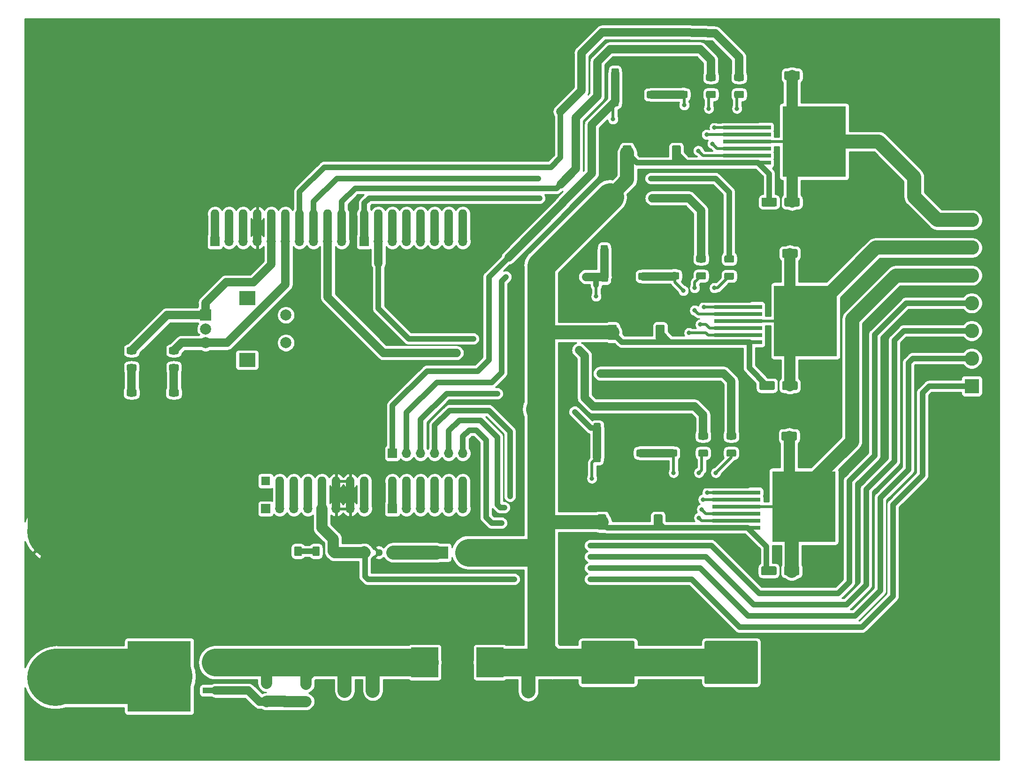
<source format=gtl>
%TF.GenerationSoftware,KiCad,Pcbnew,5.1.10*%
%TF.CreationDate,2021-11-06T16:29:50+01:00*%
%TF.ProjectId,PCB_BLDC,5043425f-424c-4444-932e-6b696361645f,V1*%
%TF.SameCoordinates,Original*%
%TF.FileFunction,Copper,L1,Top*%
%TF.FilePolarity,Positive*%
%FSLAX46Y46*%
G04 Gerber Fmt 4.6, Leading zero omitted, Abs format (unit mm)*
G04 Created by KiCad (PCBNEW 5.1.10) date 2021-11-06 16:29:50*
%MOMM*%
%LPD*%
G01*
G04 APERTURE LIST*
%TA.AperFunction,ComponentPad*%
%ADD10C,10.160000*%
%TD*%
%TA.AperFunction,ComponentPad*%
%ADD11O,1.600000X1.600000*%
%TD*%
%TA.AperFunction,ComponentPad*%
%ADD12R,1.600000X1.600000*%
%TD*%
%TA.AperFunction,ComponentPad*%
%ADD13C,2.600000*%
%TD*%
%TA.AperFunction,ComponentPad*%
%ADD14R,2.600000X2.600000*%
%TD*%
%TA.AperFunction,ComponentPad*%
%ADD15O,1.700000X1.700000*%
%TD*%
%TA.AperFunction,ComponentPad*%
%ADD16R,1.700000X1.700000*%
%TD*%
%TA.AperFunction,SMDPad,CuDef*%
%ADD17R,8.600000X0.800000*%
%TD*%
%TA.AperFunction,SMDPad,CuDef*%
%ADD18R,11.400000X12.800000*%
%TD*%
%TA.AperFunction,SMDPad,CuDef*%
%ADD19R,8.600000X1.100000*%
%TD*%
%TA.AperFunction,SMDPad,CuDef*%
%ADD20R,3.500000X2.300000*%
%TD*%
%TA.AperFunction,SMDPad,CuDef*%
%ADD21R,1.200000X0.900000*%
%TD*%
%TA.AperFunction,ComponentPad*%
%ADD22R,2.000000X2.000000*%
%TD*%
%TA.AperFunction,ComponentPad*%
%ADD23C,2.000000*%
%TD*%
%TA.AperFunction,ComponentPad*%
%ADD24R,3.000000X2.500000*%
%TD*%
%TA.AperFunction,ComponentPad*%
%ADD25C,1.300000*%
%TD*%
%TA.AperFunction,ComponentPad*%
%ADD26R,1.300000X1.300000*%
%TD*%
%TA.AperFunction,SMDPad,CuDef*%
%ADD27R,4.900000X5.400000*%
%TD*%
%TA.AperFunction,ViaPad*%
%ADD28C,0.800000*%
%TD*%
%TA.AperFunction,Conductor*%
%ADD29C,1.000000*%
%TD*%
%TA.AperFunction,Conductor*%
%ADD30C,2.000000*%
%TD*%
%TA.AperFunction,Conductor*%
%ADD31C,1.500000*%
%TD*%
%TA.AperFunction,Conductor*%
%ADD32C,10.000000*%
%TD*%
%TA.AperFunction,Conductor*%
%ADD33C,0.500000*%
%TD*%
%TA.AperFunction,Conductor*%
%ADD34C,2.500000*%
%TD*%
%TA.AperFunction,Conductor*%
%ADD35C,5.000000*%
%TD*%
%TA.AperFunction,Conductor*%
%ADD36C,0.254000*%
%TD*%
%TA.AperFunction,Conductor*%
%ADD37C,0.100000*%
%TD*%
G04 APERTURE END LIST*
D10*
%TO.P,J8,1*%
%TO.N,/VCC_Unregulated*%
X36576000Y-148336000D03*
%TD*%
D11*
%TO.P,A1,16*%
%TO.N,/D1*%
X107569000Y-64554100D03*
%TO.P,A1,15*%
%TO.N,/D0*%
X110109000Y-64554100D03*
%TO.P,A1,30*%
%TO.N,/AREF*%
X70489000Y-64554100D03*
%TO.P,A1,14*%
%TO.N,/A5*%
X110109000Y-112814100D03*
%TO.P,A1,29*%
%TO.N,GND*%
X73029000Y-64554100D03*
%TO.P,A1,13*%
%TO.N,/A4*%
X107569000Y-112814100D03*
%TO.P,A1,28*%
%TO.N,/Rot_A_Pull_Up*%
X75569000Y-64554100D03*
%TO.P,A1,12*%
%TO.N,/A3*%
X105029000Y-112814100D03*
%TO.P,A1,27*%
%TO.N,/Rot_B_Pull_Up*%
X78109000Y-64554100D03*
%TO.P,A1,11*%
%TO.N,/A2*%
X102489000Y-112814100D03*
%TO.P,A1,26*%
%TO.N,/D11*%
X80649000Y-64554100D03*
%TO.P,A1,10*%
%TO.N,/A1*%
X99949000Y-112814100D03*
%TO.P,A1,25*%
%TO.N,/D10*%
X83189000Y-64554100D03*
%TO.P,A1,9*%
%TO.N,/A0*%
X97409000Y-112814100D03*
%TO.P,A1,24*%
%TO.N,/D9*%
X85729000Y-64554100D03*
%TO.P,A1,8*%
%TO.N,/VIN*%
X92329000Y-112814100D03*
%TO.P,A1,23*%
%TO.N,/D8*%
X88269000Y-64554100D03*
%TO.P,A1,7*%
%TO.N,GND*%
X89789000Y-112814100D03*
%TO.P,A1,22*%
%TO.N,/D7*%
X92329000Y-64554100D03*
%TO.P,A1,6*%
%TO.N,GND*%
X87249000Y-112814100D03*
%TO.P,A1,21*%
%TO.N,/D6*%
X94869000Y-64554100D03*
%TO.P,A1,5*%
%TO.N,/VCC_5V*%
X84709000Y-112814100D03*
%TO.P,A1,20*%
%TO.N,/D5*%
X97409000Y-64554100D03*
%TO.P,A1,4*%
%TO.N,/3V3*%
X82169000Y-112814100D03*
%TO.P,A1,19*%
%TO.N,/D4*%
X99949000Y-64554100D03*
%TO.P,A1,3*%
%TO.N,/Reset*%
X79629000Y-112814100D03*
%TO.P,A1,18*%
%TO.N,/D3*%
X102489000Y-64554100D03*
%TO.P,A1,2*%
%TO.N,/IOREF*%
X77089000Y-112814100D03*
%TO.P,A1,17*%
%TO.N,/D2*%
X105029000Y-64554100D03*
D12*
%TO.P,A1,1*%
%TO.N,Net-(A1-Pad1)*%
X74549000Y-112814100D03*
D11*
%TO.P,A1,31*%
%TO.N,/SDA*%
X67949000Y-64554100D03*
%TO.P,A1,32*%
%TO.N,/SCL*%
X65409000Y-64554100D03*
%TD*%
D13*
%TO.P,J11,7*%
%TO.N,/L1_Motor*%
X201930000Y-65678000D03*
%TO.P,J11,6*%
%TO.N,/L2_Motor*%
X201930000Y-70678000D03*
%TO.P,J11,5*%
%TO.N,/L3_Motor*%
X201930000Y-75678000D03*
%TO.P,J11,4*%
%TO.N,/L1_Sense*%
X201930000Y-80678000D03*
%TO.P,J11,3*%
%TO.N,/L2_Sense*%
X201930000Y-85678000D03*
%TO.P,J11,2*%
%TO.N,/L3_Sense*%
X201930000Y-90678000D03*
D14*
%TO.P,J11,1*%
%TO.N,/VCC_5V*%
X201930000Y-95678000D03*
%TD*%
D15*
%TO.P,J10,6*%
%TO.N,/L3_Sense*%
X110109000Y-107814100D03*
%TO.P,J10,5*%
%TO.N,/L2_Sense*%
X107569000Y-107814100D03*
%TO.P,J10,4*%
%TO.N,/L1_Sense*%
X105029000Y-107814100D03*
%TO.P,J10,3*%
%TO.N,/L3_IS*%
X102489000Y-107814100D03*
%TO.P,J10,2*%
%TO.N,/L2_IS*%
X99949000Y-107814100D03*
D16*
%TO.P,J10,1*%
%TO.N,/L1_IS*%
X97409000Y-107814100D03*
%TD*%
D17*
%TO.P,U4,1*%
%TO.N,GND*%
X159473800Y-113614200D03*
%TO.P,U4,2*%
%TO.N,Net-(R15-Pad1)*%
X159473800Y-114884200D03*
%TO.P,U4,3*%
%TO.N,Net-(R14-Pad1)*%
X159473800Y-116154200D03*
%TO.P,U4,4*%
%TO.N,/L3_Motor*%
X159473800Y-117424200D03*
%TO.P,U4,5*%
%TO.N,Net-(C13-Pad1)*%
X159473800Y-118694200D03*
%TO.P,U4,6*%
%TO.N,/L3_IS*%
X159473800Y-119964200D03*
%TO.P,U4,7*%
%TO.N,/VCC_Filtered*%
X159473800Y-121234200D03*
D18*
%TO.P,U4,8*%
%TO.N,/L3_Motor*%
X171623800Y-117424200D03*
%TD*%
%TO.P,C21,2*%
%TO.N,GND*%
%TA.AperFunction,SMDPad,CuDef*%
G36*
G01*
X146269800Y-83221200D02*
X145169800Y-83221200D01*
G75*
G02*
X144919800Y-82971200I0J250000D01*
G01*
X144919800Y-80696200D01*
G75*
G02*
X145169800Y-80446200I250000J0D01*
G01*
X146269800Y-80446200D01*
G75*
G02*
X146519800Y-80696200I0J-250000D01*
G01*
X146519800Y-82971200D01*
G75*
G02*
X146269800Y-83221200I-250000J0D01*
G01*
G37*
%TD.AperFunction*%
%TO.P,C21,1*%
%TO.N,/VCC_Filtered*%
%TA.AperFunction,SMDPad,CuDef*%
G36*
G01*
X146269800Y-87346200D02*
X145169800Y-87346200D01*
G75*
G02*
X144919800Y-87096200I0J250000D01*
G01*
X144919800Y-84821200D01*
G75*
G02*
X145169800Y-84571200I250000J0D01*
G01*
X146269800Y-84571200D01*
G75*
G02*
X146519800Y-84821200I0J-250000D01*
G01*
X146519800Y-87096200D01*
G75*
G02*
X146269800Y-87346200I-250000J0D01*
G01*
G37*
%TD.AperFunction*%
%TD*%
%TO.P,C16,2*%
%TO.N,/L2_Motor*%
%TA.AperFunction,SMDPad,CuDef*%
G36*
G01*
X167730800Y-96130200D02*
X167730800Y-95030200D01*
G75*
G02*
X167980800Y-94780200I250000J0D01*
G01*
X170255800Y-94780200D01*
G75*
G02*
X170505800Y-95030200I0J-250000D01*
G01*
X170505800Y-96130200D01*
G75*
G02*
X170255800Y-96380200I-250000J0D01*
G01*
X167980800Y-96380200D01*
G75*
G02*
X167730800Y-96130200I0J250000D01*
G01*
G37*
%TD.AperFunction*%
%TO.P,C16,1*%
%TO.N,/VCC_Filtered*%
%TA.AperFunction,SMDPad,CuDef*%
G36*
G01*
X163605800Y-96130200D02*
X163605800Y-95030200D01*
G75*
G02*
X163855800Y-94780200I250000J0D01*
G01*
X166130800Y-94780200D01*
G75*
G02*
X166380800Y-95030200I0J-250000D01*
G01*
X166380800Y-96130200D01*
G75*
G02*
X166130800Y-96380200I-250000J0D01*
G01*
X163855800Y-96380200D01*
G75*
G02*
X163605800Y-96130200I0J250000D01*
G01*
G37*
%TD.AperFunction*%
%TD*%
%TO.P,C17,2*%
%TO.N,/L2_Motor*%
%TA.AperFunction,SMDPad,CuDef*%
G36*
G01*
X167730800Y-72254200D02*
X167730800Y-71154200D01*
G75*
G02*
X167980800Y-70904200I250000J0D01*
G01*
X170255800Y-70904200D01*
G75*
G02*
X170505800Y-71154200I0J-250000D01*
G01*
X170505800Y-72254200D01*
G75*
G02*
X170255800Y-72504200I-250000J0D01*
G01*
X167980800Y-72504200D01*
G75*
G02*
X167730800Y-72254200I0J250000D01*
G01*
G37*
%TD.AperFunction*%
%TO.P,C17,1*%
%TO.N,GND*%
%TA.AperFunction,SMDPad,CuDef*%
G36*
G01*
X163605800Y-72254200D02*
X163605800Y-71154200D01*
G75*
G02*
X163855800Y-70904200I250000J0D01*
G01*
X166130800Y-70904200D01*
G75*
G02*
X166380800Y-71154200I0J-250000D01*
G01*
X166380800Y-72254200D01*
G75*
G02*
X166130800Y-72504200I-250000J0D01*
G01*
X163855800Y-72504200D01*
G75*
G02*
X163605800Y-72254200I0J250000D01*
G01*
G37*
%TD.AperFunction*%
%TD*%
D17*
%TO.P,U2,1*%
%TO.N,GND*%
X161366800Y-47701200D03*
%TO.P,U2,2*%
%TO.N,Net-(R9-Pad1)*%
X161366800Y-48971200D03*
%TO.P,U2,3*%
%TO.N,Net-(R8-Pad1)*%
X161366800Y-50241200D03*
%TO.P,U2,4*%
%TO.N,/L1_Motor*%
X161366800Y-51511200D03*
%TO.P,U2,5*%
%TO.N,Net-(C11-Pad1)*%
X161366800Y-52781200D03*
%TO.P,U2,6*%
%TO.N,/L1_IS*%
X161366800Y-54051200D03*
%TO.P,U2,7*%
%TO.N,/VCC_Filtered*%
X161366800Y-55321200D03*
D18*
%TO.P,U2,8*%
%TO.N,/L1_Motor*%
X173516800Y-51511200D03*
%TD*%
D17*
%TO.P,U3,1*%
%TO.N,GND*%
X159788800Y-80086200D03*
%TO.P,U3,2*%
%TO.N,Net-(R12-Pad1)*%
X159788800Y-81356200D03*
%TO.P,U3,3*%
%TO.N,Net-(R11-Pad1)*%
X159788800Y-82626200D03*
%TO.P,U3,4*%
%TO.N,/L2_Motor*%
X159788800Y-83896200D03*
%TO.P,U3,5*%
%TO.N,Net-(C12-Pad1)*%
X159788800Y-85166200D03*
%TO.P,U3,6*%
%TO.N,/L2_IS*%
X159788800Y-86436200D03*
%TO.P,U3,7*%
%TO.N,/VCC_Filtered*%
X159788800Y-87706200D03*
D18*
%TO.P,U3,8*%
%TO.N,/L2_Motor*%
X171938800Y-83896200D03*
%TD*%
%TO.P,Q1,2*%
%TO.N,/VCC_Unregulated*%
X55340400Y-148132800D03*
D19*
%TO.P,Q1,3*%
%TO.N,/VCC_Polartiy_Check*%
X67490400Y-145592800D03*
%TO.P,Q1,1*%
%TO.N,Net-(D1-Pad2)*%
X67490400Y-150672800D03*
%TD*%
%TO.P,R17,2*%
%TO.N,Net-(C6-Pad1)*%
%TA.AperFunction,SMDPad,CuDef*%
G36*
G01*
X57350499Y-91717100D02*
X58600501Y-91717100D01*
G75*
G02*
X58850500Y-91967099I0J-249999D01*
G01*
X58850500Y-92767101D01*
G75*
G02*
X58600501Y-93017100I-249999J0D01*
G01*
X57350499Y-93017100D01*
G75*
G02*
X57100500Y-92767101I0J249999D01*
G01*
X57100500Y-91967099D01*
G75*
G02*
X57350499Y-91717100I249999J0D01*
G01*
G37*
%TD.AperFunction*%
%TO.P,R17,1*%
%TO.N,/Rot_B_Pull_Up*%
%TA.AperFunction,SMDPad,CuDef*%
G36*
G01*
X57350499Y-88617100D02*
X58600501Y-88617100D01*
G75*
G02*
X58850500Y-88867099I0J-249999D01*
G01*
X58850500Y-89667101D01*
G75*
G02*
X58600501Y-89917100I-249999J0D01*
G01*
X57350499Y-89917100D01*
G75*
G02*
X57100500Y-89667101I0J249999D01*
G01*
X57100500Y-88867099D01*
G75*
G02*
X57350499Y-88617100I249999J0D01*
G01*
G37*
%TD.AperFunction*%
%TD*%
%TO.P,R16,2*%
%TO.N,Net-(C7-Pad1)*%
%TA.AperFunction,SMDPad,CuDef*%
G36*
G01*
X49730499Y-91717100D02*
X50980501Y-91717100D01*
G75*
G02*
X51230500Y-91967099I0J-249999D01*
G01*
X51230500Y-92767101D01*
G75*
G02*
X50980501Y-93017100I-249999J0D01*
G01*
X49730499Y-93017100D01*
G75*
G02*
X49480500Y-92767101I0J249999D01*
G01*
X49480500Y-91967099D01*
G75*
G02*
X49730499Y-91717100I249999J0D01*
G01*
G37*
%TD.AperFunction*%
%TO.P,R16,1*%
%TO.N,/Rot_A_Pull_Up*%
%TA.AperFunction,SMDPad,CuDef*%
G36*
G01*
X49730499Y-88617100D02*
X50980501Y-88617100D01*
G75*
G02*
X51230500Y-88867099I0J-249999D01*
G01*
X51230500Y-89667101D01*
G75*
G02*
X50980501Y-89917100I-249999J0D01*
G01*
X49730499Y-89917100D01*
G75*
G02*
X49480500Y-89667101I0J249999D01*
G01*
X49480500Y-88867099D01*
G75*
G02*
X49730499Y-88617100I249999J0D01*
G01*
G37*
%TD.AperFunction*%
%TD*%
D10*
%TO.P,J9,1*%
%TO.N,GND*%
X36576000Y-121920000D03*
%TD*%
%TO.P,D3,2*%
%TO.N,Net-(D3-Pad2)*%
%TA.AperFunction,SMDPad,CuDef*%
G36*
G01*
X79665800Y-126126400D02*
X79665800Y-124876400D01*
G75*
G02*
X79915800Y-124626400I250000J0D01*
G01*
X80840800Y-124626400D01*
G75*
G02*
X81090800Y-124876400I0J-250000D01*
G01*
X81090800Y-126126400D01*
G75*
G02*
X80840800Y-126376400I-250000J0D01*
G01*
X79915800Y-126376400D01*
G75*
G02*
X79665800Y-126126400I0J250000D01*
G01*
G37*
%TD.AperFunction*%
%TO.P,D3,1*%
%TO.N,GND*%
%TA.AperFunction,SMDPad,CuDef*%
G36*
G01*
X76690800Y-126126400D02*
X76690800Y-124876400D01*
G75*
G02*
X76940800Y-124626400I250000J0D01*
G01*
X77865800Y-124626400D01*
G75*
G02*
X78115800Y-124876400I0J-250000D01*
G01*
X78115800Y-126126400D01*
G75*
G02*
X77865800Y-126376400I-250000J0D01*
G01*
X76940800Y-126376400D01*
G75*
G02*
X76690800Y-126126400I0J250000D01*
G01*
G37*
%TD.AperFunction*%
%TD*%
D20*
%TO.P,D2,2*%
%TO.N,/VCC_Filtered*%
X111158000Y-125730000D03*
%TO.P,D2,1*%
%TO.N,Net-(D2-Pad1)*%
X105758000Y-125730000D03*
%TD*%
D21*
%TO.P,D1,2*%
%TO.N,Net-(D1-Pad2)*%
X74676000Y-152652000D03*
%TO.P,D1,1*%
%TO.N,/VCC_Polartiy_Check*%
X74676000Y-149352000D03*
%TD*%
%TO.P,C25,2*%
%TO.N,GND*%
%TA.AperFunction,SMDPad,CuDef*%
G36*
G01*
X135728800Y-117480700D02*
X134628800Y-117480700D01*
G75*
G02*
X134378800Y-117230700I0J250000D01*
G01*
X134378800Y-114955700D01*
G75*
G02*
X134628800Y-114705700I250000J0D01*
G01*
X135728800Y-114705700D01*
G75*
G02*
X135978800Y-114955700I0J-250000D01*
G01*
X135978800Y-117230700D01*
G75*
G02*
X135728800Y-117480700I-250000J0D01*
G01*
G37*
%TD.AperFunction*%
%TO.P,C25,1*%
%TO.N,/VCC_Filtered*%
%TA.AperFunction,SMDPad,CuDef*%
G36*
G01*
X135728800Y-121605700D02*
X134628800Y-121605700D01*
G75*
G02*
X134378800Y-121355700I0J250000D01*
G01*
X134378800Y-119080700D01*
G75*
G02*
X134628800Y-118830700I250000J0D01*
G01*
X135728800Y-118830700D01*
G75*
G02*
X135978800Y-119080700I0J-250000D01*
G01*
X135978800Y-121355700D01*
G75*
G02*
X135728800Y-121605700I-250000J0D01*
G01*
G37*
%TD.AperFunction*%
%TD*%
%TO.P,C24,2*%
%TO.N,GND*%
%TA.AperFunction,SMDPad,CuDef*%
G36*
G01*
X137633800Y-83221200D02*
X136533800Y-83221200D01*
G75*
G02*
X136283800Y-82971200I0J250000D01*
G01*
X136283800Y-80696200D01*
G75*
G02*
X136533800Y-80446200I250000J0D01*
G01*
X137633800Y-80446200D01*
G75*
G02*
X137883800Y-80696200I0J-250000D01*
G01*
X137883800Y-82971200D01*
G75*
G02*
X137633800Y-83221200I-250000J0D01*
G01*
G37*
%TD.AperFunction*%
%TO.P,C24,1*%
%TO.N,/VCC_Filtered*%
%TA.AperFunction,SMDPad,CuDef*%
G36*
G01*
X137633800Y-87346200D02*
X136533800Y-87346200D01*
G75*
G02*
X136283800Y-87096200I0J250000D01*
G01*
X136283800Y-84821200D01*
G75*
G02*
X136533800Y-84571200I250000J0D01*
G01*
X137633800Y-84571200D01*
G75*
G02*
X137883800Y-84821200I0J-250000D01*
G01*
X137883800Y-87096200D01*
G75*
G02*
X137633800Y-87346200I-250000J0D01*
G01*
G37*
%TD.AperFunction*%
%TD*%
%TO.P,C23,2*%
%TO.N,GND*%
%TA.AperFunction,SMDPad,CuDef*%
G36*
G01*
X140300800Y-50836200D02*
X139200800Y-50836200D01*
G75*
G02*
X138950800Y-50586200I0J250000D01*
G01*
X138950800Y-48311200D01*
G75*
G02*
X139200800Y-48061200I250000J0D01*
G01*
X140300800Y-48061200D01*
G75*
G02*
X140550800Y-48311200I0J-250000D01*
G01*
X140550800Y-50586200D01*
G75*
G02*
X140300800Y-50836200I-250000J0D01*
G01*
G37*
%TD.AperFunction*%
%TO.P,C23,1*%
%TO.N,/VCC_Filtered*%
%TA.AperFunction,SMDPad,CuDef*%
G36*
G01*
X140300800Y-54961200D02*
X139200800Y-54961200D01*
G75*
G02*
X138950800Y-54711200I0J250000D01*
G01*
X138950800Y-52436200D01*
G75*
G02*
X139200800Y-52186200I250000J0D01*
G01*
X140300800Y-52186200D01*
G75*
G02*
X140550800Y-52436200I0J-250000D01*
G01*
X140550800Y-54711200D01*
G75*
G02*
X140300800Y-54961200I-250000J0D01*
G01*
G37*
%TD.AperFunction*%
%TD*%
%TO.P,C22,2*%
%TO.N,GND*%
%TA.AperFunction,SMDPad,CuDef*%
G36*
G01*
X145888800Y-117480700D02*
X144788800Y-117480700D01*
G75*
G02*
X144538800Y-117230700I0J250000D01*
G01*
X144538800Y-114955700D01*
G75*
G02*
X144788800Y-114705700I250000J0D01*
G01*
X145888800Y-114705700D01*
G75*
G02*
X146138800Y-114955700I0J-250000D01*
G01*
X146138800Y-117230700D01*
G75*
G02*
X145888800Y-117480700I-250000J0D01*
G01*
G37*
%TD.AperFunction*%
%TO.P,C22,1*%
%TO.N,/VCC_Filtered*%
%TA.AperFunction,SMDPad,CuDef*%
G36*
G01*
X145888800Y-121605700D02*
X144788800Y-121605700D01*
G75*
G02*
X144538800Y-121355700I0J250000D01*
G01*
X144538800Y-119080700D01*
G75*
G02*
X144788800Y-118830700I250000J0D01*
G01*
X145888800Y-118830700D01*
G75*
G02*
X146138800Y-119080700I0J-250000D01*
G01*
X146138800Y-121355700D01*
G75*
G02*
X145888800Y-121605700I-250000J0D01*
G01*
G37*
%TD.AperFunction*%
%TD*%
%TO.P,C20,2*%
%TO.N,GND*%
%TA.AperFunction,SMDPad,CuDef*%
G36*
G01*
X149190800Y-50836200D02*
X148090800Y-50836200D01*
G75*
G02*
X147840800Y-50586200I0J250000D01*
G01*
X147840800Y-48311200D01*
G75*
G02*
X148090800Y-48061200I250000J0D01*
G01*
X149190800Y-48061200D01*
G75*
G02*
X149440800Y-48311200I0J-250000D01*
G01*
X149440800Y-50586200D01*
G75*
G02*
X149190800Y-50836200I-250000J0D01*
G01*
G37*
%TD.AperFunction*%
%TO.P,C20,1*%
%TO.N,/VCC_Filtered*%
%TA.AperFunction,SMDPad,CuDef*%
G36*
G01*
X149190800Y-54961200D02*
X148090800Y-54961200D01*
G75*
G02*
X147840800Y-54711200I0J250000D01*
G01*
X147840800Y-52436200D01*
G75*
G02*
X148090800Y-52186200I250000J0D01*
G01*
X149190800Y-52186200D01*
G75*
G02*
X149440800Y-52436200I0J-250000D01*
G01*
X149440800Y-54711200D01*
G75*
G02*
X149190800Y-54961200I-250000J0D01*
G01*
G37*
%TD.AperFunction*%
%TD*%
%TO.P,C19,2*%
%TO.N,/L3_Motor*%
%TA.AperFunction,SMDPad,CuDef*%
G36*
G01*
X167603800Y-105274200D02*
X167603800Y-104174200D01*
G75*
G02*
X167853800Y-103924200I250000J0D01*
G01*
X170128800Y-103924200D01*
G75*
G02*
X170378800Y-104174200I0J-250000D01*
G01*
X170378800Y-105274200D01*
G75*
G02*
X170128800Y-105524200I-250000J0D01*
G01*
X167853800Y-105524200D01*
G75*
G02*
X167603800Y-105274200I0J250000D01*
G01*
G37*
%TD.AperFunction*%
%TO.P,C19,1*%
%TO.N,GND*%
%TA.AperFunction,SMDPad,CuDef*%
G36*
G01*
X163478800Y-105274200D02*
X163478800Y-104174200D01*
G75*
G02*
X163728800Y-103924200I250000J0D01*
G01*
X166003800Y-103924200D01*
G75*
G02*
X166253800Y-104174200I0J-250000D01*
G01*
X166253800Y-105274200D01*
G75*
G02*
X166003800Y-105524200I-250000J0D01*
G01*
X163728800Y-105524200D01*
G75*
G02*
X163478800Y-105274200I0J250000D01*
G01*
G37*
%TD.AperFunction*%
%TD*%
%TO.P,C18,2*%
%TO.N,/L3_Motor*%
%TA.AperFunction,SMDPad,CuDef*%
G36*
G01*
X168061000Y-129582000D02*
X168061000Y-128482000D01*
G75*
G02*
X168311000Y-128232000I250000J0D01*
G01*
X170586000Y-128232000D01*
G75*
G02*
X170836000Y-128482000I0J-250000D01*
G01*
X170836000Y-129582000D01*
G75*
G02*
X170586000Y-129832000I-250000J0D01*
G01*
X168311000Y-129832000D01*
G75*
G02*
X168061000Y-129582000I0J250000D01*
G01*
G37*
%TD.AperFunction*%
%TO.P,C18,1*%
%TO.N,/VCC_Filtered*%
%TA.AperFunction,SMDPad,CuDef*%
G36*
G01*
X163936000Y-129582000D02*
X163936000Y-128482000D01*
G75*
G02*
X164186000Y-128232000I250000J0D01*
G01*
X166461000Y-128232000D01*
G75*
G02*
X166711000Y-128482000I0J-250000D01*
G01*
X166711000Y-129582000D01*
G75*
G02*
X166461000Y-129832000I-250000J0D01*
G01*
X164186000Y-129832000D01*
G75*
G02*
X163936000Y-129582000I0J250000D01*
G01*
G37*
%TD.AperFunction*%
%TD*%
%TO.P,C15,2*%
%TO.N,/L1_Motor*%
%TA.AperFunction,SMDPad,CuDef*%
G36*
G01*
X168111800Y-40123200D02*
X168111800Y-39023200D01*
G75*
G02*
X168361800Y-38773200I250000J0D01*
G01*
X170636800Y-38773200D01*
G75*
G02*
X170886800Y-39023200I0J-250000D01*
G01*
X170886800Y-40123200D01*
G75*
G02*
X170636800Y-40373200I-250000J0D01*
G01*
X168361800Y-40373200D01*
G75*
G02*
X168111800Y-40123200I0J250000D01*
G01*
G37*
%TD.AperFunction*%
%TO.P,C15,1*%
%TO.N,GND*%
%TA.AperFunction,SMDPad,CuDef*%
G36*
G01*
X163986800Y-40123200D02*
X163986800Y-39023200D01*
G75*
G02*
X164236800Y-38773200I250000J0D01*
G01*
X166511800Y-38773200D01*
G75*
G02*
X166761800Y-39023200I0J-250000D01*
G01*
X166761800Y-40123200D01*
G75*
G02*
X166511800Y-40373200I-250000J0D01*
G01*
X164236800Y-40373200D01*
G75*
G02*
X163986800Y-40123200I0J250000D01*
G01*
G37*
%TD.AperFunction*%
%TD*%
%TO.P,C14,2*%
%TO.N,/L1_Motor*%
%TA.AperFunction,SMDPad,CuDef*%
G36*
G01*
X168111800Y-62983200D02*
X168111800Y-61883200D01*
G75*
G02*
X168361800Y-61633200I250000J0D01*
G01*
X170636800Y-61633200D01*
G75*
G02*
X170886800Y-61883200I0J-250000D01*
G01*
X170886800Y-62983200D01*
G75*
G02*
X170636800Y-63233200I-250000J0D01*
G01*
X168361800Y-63233200D01*
G75*
G02*
X168111800Y-62983200I0J250000D01*
G01*
G37*
%TD.AperFunction*%
%TO.P,C14,1*%
%TO.N,/VCC_Filtered*%
%TA.AperFunction,SMDPad,CuDef*%
G36*
G01*
X163986800Y-62983200D02*
X163986800Y-61883200D01*
G75*
G02*
X164236800Y-61633200I250000J0D01*
G01*
X166511800Y-61633200D01*
G75*
G02*
X166761800Y-61883200I0J-250000D01*
G01*
X166761800Y-62983200D01*
G75*
G02*
X166511800Y-63233200I-250000J0D01*
G01*
X164236800Y-63233200D01*
G75*
G02*
X163986800Y-62983200I0J250000D01*
G01*
G37*
%TD.AperFunction*%
%TD*%
%TO.P,C13,2*%
%TO.N,GND*%
%TA.AperFunction,SMDPad,CuDef*%
G36*
G01*
X148528802Y-105309700D02*
X147228798Y-105309700D01*
G75*
G02*
X146978800Y-105059702I0J249998D01*
G01*
X146978800Y-104234698D01*
G75*
G02*
X147228798Y-103984700I249998J0D01*
G01*
X148528802Y-103984700D01*
G75*
G02*
X148778800Y-104234698I0J-249998D01*
G01*
X148778800Y-105059702D01*
G75*
G02*
X148528802Y-105309700I-249998J0D01*
G01*
G37*
%TD.AperFunction*%
%TO.P,C13,1*%
%TO.N,Net-(C13-Pad1)*%
%TA.AperFunction,SMDPad,CuDef*%
G36*
G01*
X148528802Y-108434700D02*
X147228798Y-108434700D01*
G75*
G02*
X146978800Y-108184702I0J249998D01*
G01*
X146978800Y-107359698D01*
G75*
G02*
X147228798Y-107109700I249998J0D01*
G01*
X148528802Y-107109700D01*
G75*
G02*
X148778800Y-107359698I0J-249998D01*
G01*
X148778800Y-108184702D01*
G75*
G02*
X148528802Y-108434700I-249998J0D01*
G01*
G37*
%TD.AperFunction*%
%TD*%
%TO.P,C12,2*%
%TO.N,GND*%
%TA.AperFunction,SMDPad,CuDef*%
G36*
G01*
X143321802Y-73382700D02*
X142021798Y-73382700D01*
G75*
G02*
X141771800Y-73132702I0J249998D01*
G01*
X141771800Y-72307698D01*
G75*
G02*
X142021798Y-72057700I249998J0D01*
G01*
X143321802Y-72057700D01*
G75*
G02*
X143571800Y-72307698I0J-249998D01*
G01*
X143571800Y-73132702D01*
G75*
G02*
X143321802Y-73382700I-249998J0D01*
G01*
G37*
%TD.AperFunction*%
%TO.P,C12,1*%
%TO.N,Net-(C12-Pad1)*%
%TA.AperFunction,SMDPad,CuDef*%
G36*
G01*
X143321802Y-76507700D02*
X142021798Y-76507700D01*
G75*
G02*
X141771800Y-76257702I0J249998D01*
G01*
X141771800Y-75432698D01*
G75*
G02*
X142021798Y-75182700I249998J0D01*
G01*
X143321802Y-75182700D01*
G75*
G02*
X143571800Y-75432698I0J-249998D01*
G01*
X143571800Y-76257702D01*
G75*
G02*
X143321802Y-76507700I-249998J0D01*
G01*
G37*
%TD.AperFunction*%
%TD*%
%TO.P,C11,2*%
%TO.N,GND*%
%TA.AperFunction,SMDPad,CuDef*%
G36*
G01*
X144845802Y-40578200D02*
X143545798Y-40578200D01*
G75*
G02*
X143295800Y-40328202I0J249998D01*
G01*
X143295800Y-39503198D01*
G75*
G02*
X143545798Y-39253200I249998J0D01*
G01*
X144845802Y-39253200D01*
G75*
G02*
X145095800Y-39503198I0J-249998D01*
G01*
X145095800Y-40328202D01*
G75*
G02*
X144845802Y-40578200I-249998J0D01*
G01*
G37*
%TD.AperFunction*%
%TO.P,C11,1*%
%TO.N,Net-(C11-Pad1)*%
%TA.AperFunction,SMDPad,CuDef*%
G36*
G01*
X144845802Y-43703200D02*
X143545798Y-43703200D01*
G75*
G02*
X143295800Y-43453202I0J249998D01*
G01*
X143295800Y-42628198D01*
G75*
G02*
X143545798Y-42378200I249998J0D01*
G01*
X144845802Y-42378200D01*
G75*
G02*
X145095800Y-42628198I0J-249998D01*
G01*
X145095800Y-43453202D01*
G75*
G02*
X144845802Y-43703200I-249998J0D01*
G01*
G37*
%TD.AperFunction*%
%TD*%
%TO.P,C10,2*%
%TO.N,GND*%
%TA.AperFunction,SMDPad,CuDef*%
G36*
G01*
X136803100Y-103875602D02*
X136803100Y-102575598D01*
G75*
G02*
X137053098Y-102325600I249998J0D01*
G01*
X137878102Y-102325600D01*
G75*
G02*
X138128100Y-102575598I0J-249998D01*
G01*
X138128100Y-103875602D01*
G75*
G02*
X137878102Y-104125600I-249998J0D01*
G01*
X137053098Y-104125600D01*
G75*
G02*
X136803100Y-103875602I0J249998D01*
G01*
G37*
%TD.AperFunction*%
%TO.P,C10,1*%
%TO.N,/L3_IS*%
%TA.AperFunction,SMDPad,CuDef*%
G36*
G01*
X133678100Y-103875602D02*
X133678100Y-102575598D01*
G75*
G02*
X133928098Y-102325600I249998J0D01*
G01*
X134753102Y-102325600D01*
G75*
G02*
X135003100Y-102575598I0J-249998D01*
G01*
X135003100Y-103875602D01*
G75*
G02*
X134753102Y-104125600I-249998J0D01*
G01*
X133928098Y-104125600D01*
G75*
G02*
X133678100Y-103875602I0J249998D01*
G01*
G37*
%TD.AperFunction*%
%TD*%
%TO.P,C9,2*%
%TO.N,GND*%
%TA.AperFunction,SMDPad,CuDef*%
G36*
G01*
X138135800Y-76583302D02*
X138135800Y-75283298D01*
G75*
G02*
X138385798Y-75033300I249998J0D01*
G01*
X139210802Y-75033300D01*
G75*
G02*
X139460800Y-75283298I0J-249998D01*
G01*
X139460800Y-76583302D01*
G75*
G02*
X139210802Y-76833300I-249998J0D01*
G01*
X138385798Y-76833300D01*
G75*
G02*
X138135800Y-76583302I0J249998D01*
G01*
G37*
%TD.AperFunction*%
%TO.P,C9,1*%
%TO.N,/L2_IS*%
%TA.AperFunction,SMDPad,CuDef*%
G36*
G01*
X135010800Y-76583302D02*
X135010800Y-75283298D01*
G75*
G02*
X135260798Y-75033300I249998J0D01*
G01*
X136085802Y-75033300D01*
G75*
G02*
X136335800Y-75283298I0J-249998D01*
G01*
X136335800Y-76583302D01*
G75*
G02*
X136085802Y-76833300I-249998J0D01*
G01*
X135260798Y-76833300D01*
G75*
G02*
X135010800Y-76583302I0J249998D01*
G01*
G37*
%TD.AperFunction*%
%TD*%
%TO.P,C8,2*%
%TO.N,GND*%
%TA.AperFunction,SMDPad,CuDef*%
G36*
G01*
X140054300Y-39816802D02*
X140054300Y-38516798D01*
G75*
G02*
X140304298Y-38266800I249998J0D01*
G01*
X141129302Y-38266800D01*
G75*
G02*
X141379300Y-38516798I0J-249998D01*
G01*
X141379300Y-39816802D01*
G75*
G02*
X141129302Y-40066800I-249998J0D01*
G01*
X140304298Y-40066800D01*
G75*
G02*
X140054300Y-39816802I0J249998D01*
G01*
G37*
%TD.AperFunction*%
%TO.P,C8,1*%
%TO.N,/L1_IS*%
%TA.AperFunction,SMDPad,CuDef*%
G36*
G01*
X136929300Y-39816802D02*
X136929300Y-38516798D01*
G75*
G02*
X137179298Y-38266800I249998J0D01*
G01*
X138004302Y-38266800D01*
G75*
G02*
X138254300Y-38516798I0J-249998D01*
G01*
X138254300Y-39816802D01*
G75*
G02*
X138004302Y-40066800I-249998J0D01*
G01*
X137179298Y-40066800D01*
G75*
G02*
X136929300Y-39816802I0J249998D01*
G01*
G37*
%TD.AperFunction*%
%TD*%
%TO.P,C7,2*%
%TO.N,GND*%
%TA.AperFunction,SMDPad,CuDef*%
G36*
G01*
X49705498Y-99324600D02*
X51005502Y-99324600D01*
G75*
G02*
X51255500Y-99574598I0J-249998D01*
G01*
X51255500Y-100399602D01*
G75*
G02*
X51005502Y-100649600I-249998J0D01*
G01*
X49705498Y-100649600D01*
G75*
G02*
X49455500Y-100399602I0J249998D01*
G01*
X49455500Y-99574598D01*
G75*
G02*
X49705498Y-99324600I249998J0D01*
G01*
G37*
%TD.AperFunction*%
%TO.P,C7,1*%
%TO.N,Net-(C7-Pad1)*%
%TA.AperFunction,SMDPad,CuDef*%
G36*
G01*
X49705498Y-96199600D02*
X51005502Y-96199600D01*
G75*
G02*
X51255500Y-96449598I0J-249998D01*
G01*
X51255500Y-97274602D01*
G75*
G02*
X51005502Y-97524600I-249998J0D01*
G01*
X49705498Y-97524600D01*
G75*
G02*
X49455500Y-97274602I0J249998D01*
G01*
X49455500Y-96449598D01*
G75*
G02*
X49705498Y-96199600I249998J0D01*
G01*
G37*
%TD.AperFunction*%
%TD*%
%TO.P,C6,2*%
%TO.N,GND*%
%TA.AperFunction,SMDPad,CuDef*%
G36*
G01*
X57325498Y-99324600D02*
X58625502Y-99324600D01*
G75*
G02*
X58875500Y-99574598I0J-249998D01*
G01*
X58875500Y-100399602D01*
G75*
G02*
X58625502Y-100649600I-249998J0D01*
G01*
X57325498Y-100649600D01*
G75*
G02*
X57075500Y-100399602I0J249998D01*
G01*
X57075500Y-99574598D01*
G75*
G02*
X57325498Y-99324600I249998J0D01*
G01*
G37*
%TD.AperFunction*%
%TO.P,C6,1*%
%TO.N,Net-(C6-Pad1)*%
%TA.AperFunction,SMDPad,CuDef*%
G36*
G01*
X57325498Y-96199600D02*
X58625502Y-96199600D01*
G75*
G02*
X58875500Y-96449598I0J-249998D01*
G01*
X58875500Y-97274602D01*
G75*
G02*
X58625502Y-97524600I-249998J0D01*
G01*
X57325498Y-97524600D01*
G75*
G02*
X57075500Y-97274602I0J249998D01*
G01*
X57075500Y-96449598D01*
G75*
G02*
X57325498Y-96199600I249998J0D01*
G01*
G37*
%TD.AperFunction*%
%TD*%
%TO.P,C5,2*%
%TO.N,GND*%
%TA.AperFunction,SMDPad,CuDef*%
G36*
G01*
X153971397Y-154192800D02*
X163071403Y-154192800D01*
G75*
G02*
X163321400Y-154442797I0J-249997D01*
G01*
X163321400Y-161742803D01*
G75*
G02*
X163071403Y-161992800I-249997J0D01*
G01*
X153971397Y-161992800D01*
G75*
G02*
X153721400Y-161742803I0J249997D01*
G01*
X153721400Y-154442797D01*
G75*
G02*
X153971397Y-154192800I249997J0D01*
G01*
G37*
%TD.AperFunction*%
%TO.P,C5,1*%
%TO.N,/VCC_Filtered*%
%TA.AperFunction,SMDPad,CuDef*%
G36*
G01*
X153971397Y-141692800D02*
X163071403Y-141692800D01*
G75*
G02*
X163321400Y-141942797I0J-249997D01*
G01*
X163321400Y-149242803D01*
G75*
G02*
X163071403Y-149492800I-249997J0D01*
G01*
X153971397Y-149492800D01*
G75*
G02*
X153721400Y-149242803I0J249997D01*
G01*
X153721400Y-141942797D01*
G75*
G02*
X153971397Y-141692800I249997J0D01*
G01*
G37*
%TD.AperFunction*%
%TD*%
%TO.P,C4,2*%
%TO.N,GND*%
%TA.AperFunction,SMDPad,CuDef*%
G36*
G01*
X93228398Y-153185300D02*
X94528402Y-153185300D01*
G75*
G02*
X94778400Y-153435298I0J-249998D01*
G01*
X94778400Y-154260302D01*
G75*
G02*
X94528402Y-154510300I-249998J0D01*
G01*
X93228398Y-154510300D01*
G75*
G02*
X92978400Y-154260302I0J249998D01*
G01*
X92978400Y-153435298D01*
G75*
G02*
X93228398Y-153185300I249998J0D01*
G01*
G37*
%TD.AperFunction*%
%TO.P,C4,1*%
%TO.N,/VCC_Polartiy_Check*%
%TA.AperFunction,SMDPad,CuDef*%
G36*
G01*
X93228398Y-150060300D02*
X94528402Y-150060300D01*
G75*
G02*
X94778400Y-150310298I0J-249998D01*
G01*
X94778400Y-151135302D01*
G75*
G02*
X94528402Y-151385300I-249998J0D01*
G01*
X93228398Y-151385300D01*
G75*
G02*
X92978400Y-151135302I0J249998D01*
G01*
X92978400Y-150310298D01*
G75*
G02*
X93228398Y-150060300I249998J0D01*
G01*
G37*
%TD.AperFunction*%
%TD*%
%TO.P,C3,2*%
%TO.N,GND*%
%TA.AperFunction,SMDPad,CuDef*%
G36*
G01*
X131746397Y-154192800D02*
X140846403Y-154192800D01*
G75*
G02*
X141096400Y-154442797I0J-249997D01*
G01*
X141096400Y-161742803D01*
G75*
G02*
X140846403Y-161992800I-249997J0D01*
G01*
X131746397Y-161992800D01*
G75*
G02*
X131496400Y-161742803I0J249997D01*
G01*
X131496400Y-154442797D01*
G75*
G02*
X131746397Y-154192800I249997J0D01*
G01*
G37*
%TD.AperFunction*%
%TO.P,C3,1*%
%TO.N,/VCC_Filtered*%
%TA.AperFunction,SMDPad,CuDef*%
G36*
G01*
X131746397Y-141692800D02*
X140846403Y-141692800D01*
G75*
G02*
X141096400Y-141942797I0J-249997D01*
G01*
X141096400Y-149242803D01*
G75*
G02*
X140846403Y-149492800I-249997J0D01*
G01*
X131746397Y-149492800D01*
G75*
G02*
X131496400Y-149242803I0J249997D01*
G01*
X131496400Y-141942797D01*
G75*
G02*
X131746397Y-141692800I249997J0D01*
G01*
G37*
%TD.AperFunction*%
%TD*%
%TO.P,C2,2*%
%TO.N,GND*%
%TA.AperFunction,SMDPad,CuDef*%
G36*
G01*
X121269998Y-153300000D02*
X122570002Y-153300000D01*
G75*
G02*
X122820000Y-153549998I0J-249998D01*
G01*
X122820000Y-154375002D01*
G75*
G02*
X122570002Y-154625000I-249998J0D01*
G01*
X121269998Y-154625000D01*
G75*
G02*
X121020000Y-154375002I0J249998D01*
G01*
X121020000Y-153549998D01*
G75*
G02*
X121269998Y-153300000I249998J0D01*
G01*
G37*
%TD.AperFunction*%
%TO.P,C2,1*%
%TO.N,/VCC_Filtered*%
%TA.AperFunction,SMDPad,CuDef*%
G36*
G01*
X121269998Y-150175000D02*
X122570002Y-150175000D01*
G75*
G02*
X122820000Y-150424998I0J-249998D01*
G01*
X122820000Y-151250002D01*
G75*
G02*
X122570002Y-151500000I-249998J0D01*
G01*
X121269998Y-151500000D01*
G75*
G02*
X121020000Y-151250002I0J249998D01*
G01*
X121020000Y-150424998D01*
G75*
G02*
X121269998Y-150175000I249998J0D01*
G01*
G37*
%TD.AperFunction*%
%TD*%
%TO.P,C1,2*%
%TO.N,GND*%
%TA.AperFunction,SMDPad,CuDef*%
G36*
G01*
X88148398Y-153185300D02*
X89448402Y-153185300D01*
G75*
G02*
X89698400Y-153435298I0J-249998D01*
G01*
X89698400Y-154260302D01*
G75*
G02*
X89448402Y-154510300I-249998J0D01*
G01*
X88148398Y-154510300D01*
G75*
G02*
X87898400Y-154260302I0J249998D01*
G01*
X87898400Y-153435298D01*
G75*
G02*
X88148398Y-153185300I249998J0D01*
G01*
G37*
%TD.AperFunction*%
%TO.P,C1,1*%
%TO.N,/VCC_Polartiy_Check*%
%TA.AperFunction,SMDPad,CuDef*%
G36*
G01*
X88148398Y-150060300D02*
X89448402Y-150060300D01*
G75*
G02*
X89698400Y-150310298I0J-249998D01*
G01*
X89698400Y-151135302D01*
G75*
G02*
X89448402Y-151385300I-249998J0D01*
G01*
X88148398Y-151385300D01*
G75*
G02*
X87898400Y-151135302I0J249998D01*
G01*
X87898400Y-150310298D01*
G75*
G02*
X88148398Y-150060300I249998J0D01*
G01*
G37*
%TD.AperFunction*%
%TD*%
%TO.P,R1,1*%
%TO.N,Net-(D1-Pad2)*%
%TA.AperFunction,SMDPad,CuDef*%
G36*
G01*
X77606999Y-151952000D02*
X78857001Y-151952000D01*
G75*
G02*
X79107000Y-152201999I0J-249999D01*
G01*
X79107000Y-153002001D01*
G75*
G02*
X78857001Y-153252000I-249999J0D01*
G01*
X77606999Y-153252000D01*
G75*
G02*
X77357000Y-153002001I0J249999D01*
G01*
X77357000Y-152201999D01*
G75*
G02*
X77606999Y-151952000I249999J0D01*
G01*
G37*
%TD.AperFunction*%
%TO.P,R1,2*%
%TO.N,GND*%
%TA.AperFunction,SMDPad,CuDef*%
G36*
G01*
X77606999Y-155052000D02*
X78857001Y-155052000D01*
G75*
G02*
X79107000Y-155301999I0J-249999D01*
G01*
X79107000Y-156102001D01*
G75*
G02*
X78857001Y-156352000I-249999J0D01*
G01*
X77606999Y-156352000D01*
G75*
G02*
X77357000Y-156102001I0J249999D01*
G01*
X77357000Y-155301999D01*
G75*
G02*
X77606999Y-155052000I249999J0D01*
G01*
G37*
%TD.AperFunction*%
%TD*%
%TO.P,R2,2*%
%TO.N,Net-(D1-Pad2)*%
%TA.AperFunction,SMDPad,CuDef*%
G36*
G01*
X81162999Y-152004000D02*
X82413001Y-152004000D01*
G75*
G02*
X82663000Y-152253999I0J-249999D01*
G01*
X82663000Y-153054001D01*
G75*
G02*
X82413001Y-153304000I-249999J0D01*
G01*
X81162999Y-153304000D01*
G75*
G02*
X80913000Y-153054001I0J249999D01*
G01*
X80913000Y-152253999D01*
G75*
G02*
X81162999Y-152004000I249999J0D01*
G01*
G37*
%TD.AperFunction*%
%TO.P,R2,1*%
%TO.N,/VCC_Polartiy_Check*%
%TA.AperFunction,SMDPad,CuDef*%
G36*
G01*
X81162999Y-148904000D02*
X82413001Y-148904000D01*
G75*
G02*
X82663000Y-149153999I0J-249999D01*
G01*
X82663000Y-149954001D01*
G75*
G02*
X82413001Y-150204000I-249999J0D01*
G01*
X81162999Y-150204000D01*
G75*
G02*
X80913000Y-149954001I0J249999D01*
G01*
X80913000Y-149153999D01*
G75*
G02*
X81162999Y-148904000I249999J0D01*
G01*
G37*
%TD.AperFunction*%
%TD*%
%TO.P,R3,2*%
%TO.N,Net-(D3-Pad2)*%
%TA.AperFunction,SMDPad,CuDef*%
G36*
G01*
X84278300Y-124876399D02*
X84278300Y-126126401D01*
G75*
G02*
X84028301Y-126376400I-249999J0D01*
G01*
X83228299Y-126376400D01*
G75*
G02*
X82978300Y-126126401I0J249999D01*
G01*
X82978300Y-124876399D01*
G75*
G02*
X83228299Y-124626400I249999J0D01*
G01*
X84028301Y-124626400D01*
G75*
G02*
X84278300Y-124876399I0J-249999D01*
G01*
G37*
%TD.AperFunction*%
%TO.P,R3,1*%
%TO.N,/VCC_5V*%
%TA.AperFunction,SMDPad,CuDef*%
G36*
G01*
X87378300Y-124876399D02*
X87378300Y-126126401D01*
G75*
G02*
X87128301Y-126376400I-249999J0D01*
G01*
X86328299Y-126376400D01*
G75*
G02*
X86078300Y-126126401I0J249999D01*
G01*
X86078300Y-124876399D01*
G75*
G02*
X86328299Y-124626400I249999J0D01*
G01*
X87128301Y-124626400D01*
G75*
G02*
X87378300Y-124876399I0J-249999D01*
G01*
G37*
%TD.AperFunction*%
%TD*%
%TO.P,R4,2*%
%TO.N,/L1_IS*%
%TA.AperFunction,SMDPad,CuDef*%
G36*
G01*
X138241800Y-43621799D02*
X138241800Y-44871801D01*
G75*
G02*
X137991801Y-45121800I-249999J0D01*
G01*
X137191799Y-45121800D01*
G75*
G02*
X136941800Y-44871801I0J249999D01*
G01*
X136941800Y-43621799D01*
G75*
G02*
X137191799Y-43371800I249999J0D01*
G01*
X137991801Y-43371800D01*
G75*
G02*
X138241800Y-43621799I0J-249999D01*
G01*
G37*
%TD.AperFunction*%
%TO.P,R4,1*%
%TO.N,GND*%
%TA.AperFunction,SMDPad,CuDef*%
G36*
G01*
X141341800Y-43621799D02*
X141341800Y-44871801D01*
G75*
G02*
X141091801Y-45121800I-249999J0D01*
G01*
X140291799Y-45121800D01*
G75*
G02*
X140041800Y-44871801I0J249999D01*
G01*
X140041800Y-43621799D01*
G75*
G02*
X140291799Y-43371800I249999J0D01*
G01*
X141091801Y-43371800D01*
G75*
G02*
X141341800Y-43621799I0J-249999D01*
G01*
G37*
%TD.AperFunction*%
%TD*%
%TO.P,R5,1*%
%TO.N,GND*%
%TA.AperFunction,SMDPad,CuDef*%
G36*
G01*
X139386000Y-70431499D02*
X139386000Y-71681501D01*
G75*
G02*
X139136001Y-71931500I-249999J0D01*
G01*
X138335999Y-71931500D01*
G75*
G02*
X138086000Y-71681501I0J249999D01*
G01*
X138086000Y-70431499D01*
G75*
G02*
X138335999Y-70181500I249999J0D01*
G01*
X139136001Y-70181500D01*
G75*
G02*
X139386000Y-70431499I0J-249999D01*
G01*
G37*
%TD.AperFunction*%
%TO.P,R5,2*%
%TO.N,/L2_IS*%
%TA.AperFunction,SMDPad,CuDef*%
G36*
G01*
X136286000Y-70431499D02*
X136286000Y-71681501D01*
G75*
G02*
X136036001Y-71931500I-249999J0D01*
G01*
X135235999Y-71931500D01*
G75*
G02*
X134986000Y-71681501I0J249999D01*
G01*
X134986000Y-70431499D01*
G75*
G02*
X135235999Y-70181500I249999J0D01*
G01*
X136036001Y-70181500D01*
G75*
G02*
X136286000Y-70431499I0J-249999D01*
G01*
G37*
%TD.AperFunction*%
%TD*%
%TO.P,R6,1*%
%TO.N,GND*%
%TA.AperFunction,SMDPad,CuDef*%
G36*
G01*
X138090600Y-107934599D02*
X138090600Y-109184601D01*
G75*
G02*
X137840601Y-109434600I-249999J0D01*
G01*
X137040599Y-109434600D01*
G75*
G02*
X136790600Y-109184601I0J249999D01*
G01*
X136790600Y-107934599D01*
G75*
G02*
X137040599Y-107684600I249999J0D01*
G01*
X137840601Y-107684600D01*
G75*
G02*
X138090600Y-107934599I0J-249999D01*
G01*
G37*
%TD.AperFunction*%
%TO.P,R6,2*%
%TO.N,/L3_IS*%
%TA.AperFunction,SMDPad,CuDef*%
G36*
G01*
X134990600Y-107934599D02*
X134990600Y-109184601D01*
G75*
G02*
X134740601Y-109434600I-249999J0D01*
G01*
X133940599Y-109434600D01*
G75*
G02*
X133690600Y-109184601I0J249999D01*
G01*
X133690600Y-107934599D01*
G75*
G02*
X133940599Y-107684600I249999J0D01*
G01*
X134740601Y-107684600D01*
G75*
G02*
X134990600Y-107934599I0J-249999D01*
G01*
G37*
%TD.AperFunction*%
%TD*%
%TO.P,R7,1*%
%TO.N,GND*%
%TA.AperFunction,SMDPad,CuDef*%
G36*
G01*
X149158799Y-39252200D02*
X150408801Y-39252200D01*
G75*
G02*
X150658800Y-39502199I0J-249999D01*
G01*
X150658800Y-40302201D01*
G75*
G02*
X150408801Y-40552200I-249999J0D01*
G01*
X149158799Y-40552200D01*
G75*
G02*
X148908800Y-40302201I0J249999D01*
G01*
X148908800Y-39502199D01*
G75*
G02*
X149158799Y-39252200I249999J0D01*
G01*
G37*
%TD.AperFunction*%
%TO.P,R7,2*%
%TO.N,Net-(C11-Pad1)*%
%TA.AperFunction,SMDPad,CuDef*%
G36*
G01*
X149158799Y-42352200D02*
X150408801Y-42352200D01*
G75*
G02*
X150658800Y-42602199I0J-249999D01*
G01*
X150658800Y-43402201D01*
G75*
G02*
X150408801Y-43652200I-249999J0D01*
G01*
X149158799Y-43652200D01*
G75*
G02*
X148908800Y-43402201I0J249999D01*
G01*
X148908800Y-42602199D01*
G75*
G02*
X149158799Y-42352200I249999J0D01*
G01*
G37*
%TD.AperFunction*%
%TD*%
%TO.P,R8,2*%
%TO.N,/D8*%
%TA.AperFunction,SMDPad,CuDef*%
G36*
G01*
X155488801Y-40552200D02*
X154238799Y-40552200D01*
G75*
G02*
X153988800Y-40302201I0J249999D01*
G01*
X153988800Y-39502199D01*
G75*
G02*
X154238799Y-39252200I249999J0D01*
G01*
X155488801Y-39252200D01*
G75*
G02*
X155738800Y-39502199I0J-249999D01*
G01*
X155738800Y-40302201D01*
G75*
G02*
X155488801Y-40552200I-249999J0D01*
G01*
G37*
%TD.AperFunction*%
%TO.P,R8,1*%
%TO.N,Net-(R8-Pad1)*%
%TA.AperFunction,SMDPad,CuDef*%
G36*
G01*
X155488801Y-43652200D02*
X154238799Y-43652200D01*
G75*
G02*
X153988800Y-43402201I0J249999D01*
G01*
X153988800Y-42602199D01*
G75*
G02*
X154238799Y-42352200I249999J0D01*
G01*
X155488801Y-42352200D01*
G75*
G02*
X155738800Y-42602199I0J-249999D01*
G01*
X155738800Y-43402201D01*
G75*
G02*
X155488801Y-43652200I-249999J0D01*
G01*
G37*
%TD.AperFunction*%
%TD*%
%TO.P,R9,1*%
%TO.N,Net-(R9-Pad1)*%
%TA.AperFunction,SMDPad,CuDef*%
G36*
G01*
X160568801Y-43652200D02*
X159318799Y-43652200D01*
G75*
G02*
X159068800Y-43402201I0J249999D01*
G01*
X159068800Y-42602199D01*
G75*
G02*
X159318799Y-42352200I249999J0D01*
G01*
X160568801Y-42352200D01*
G75*
G02*
X160818800Y-42602199I0J-249999D01*
G01*
X160818800Y-43402201D01*
G75*
G02*
X160568801Y-43652200I-249999J0D01*
G01*
G37*
%TD.AperFunction*%
%TO.P,R9,2*%
%TO.N,/D11*%
%TA.AperFunction,SMDPad,CuDef*%
G36*
G01*
X160568801Y-40552200D02*
X159318799Y-40552200D01*
G75*
G02*
X159068800Y-40302201I0J249999D01*
G01*
X159068800Y-39502199D01*
G75*
G02*
X159318799Y-39252200I249999J0D01*
G01*
X160568801Y-39252200D01*
G75*
G02*
X160818800Y-39502199I0J-249999D01*
G01*
X160818800Y-40302201D01*
G75*
G02*
X160568801Y-40552200I-249999J0D01*
G01*
G37*
%TD.AperFunction*%
%TD*%
%TO.P,R10,2*%
%TO.N,Net-(C12-Pad1)*%
%TA.AperFunction,SMDPad,CuDef*%
G36*
G01*
X147634799Y-75118200D02*
X148884801Y-75118200D01*
G75*
G02*
X149134800Y-75368199I0J-249999D01*
G01*
X149134800Y-76168201D01*
G75*
G02*
X148884801Y-76418200I-249999J0D01*
G01*
X147634799Y-76418200D01*
G75*
G02*
X147384800Y-76168201I0J249999D01*
G01*
X147384800Y-75368199D01*
G75*
G02*
X147634799Y-75118200I249999J0D01*
G01*
G37*
%TD.AperFunction*%
%TO.P,R10,1*%
%TO.N,GND*%
%TA.AperFunction,SMDPad,CuDef*%
G36*
G01*
X147634799Y-72018200D02*
X148884801Y-72018200D01*
G75*
G02*
X149134800Y-72268199I0J-249999D01*
G01*
X149134800Y-73068201D01*
G75*
G02*
X148884801Y-73318200I-249999J0D01*
G01*
X147634799Y-73318200D01*
G75*
G02*
X147384800Y-73068201I0J249999D01*
G01*
X147384800Y-72268199D01*
G75*
G02*
X147634799Y-72018200I249999J0D01*
G01*
G37*
%TD.AperFunction*%
%TD*%
%TO.P,R11,1*%
%TO.N,Net-(R11-Pad1)*%
%TA.AperFunction,SMDPad,CuDef*%
G36*
G01*
X153710801Y-76418200D02*
X152460799Y-76418200D01*
G75*
G02*
X152210800Y-76168201I0J249999D01*
G01*
X152210800Y-75368199D01*
G75*
G02*
X152460799Y-75118200I249999J0D01*
G01*
X153710801Y-75118200D01*
G75*
G02*
X153960800Y-75368199I0J-249999D01*
G01*
X153960800Y-76168201D01*
G75*
G02*
X153710801Y-76418200I-249999J0D01*
G01*
G37*
%TD.AperFunction*%
%TO.P,R11,2*%
%TO.N,/D7*%
%TA.AperFunction,SMDPad,CuDef*%
G36*
G01*
X153710801Y-73318200D02*
X152460799Y-73318200D01*
G75*
G02*
X152210800Y-73068201I0J249999D01*
G01*
X152210800Y-72268199D01*
G75*
G02*
X152460799Y-72018200I249999J0D01*
G01*
X153710801Y-72018200D01*
G75*
G02*
X153960800Y-72268199I0J-249999D01*
G01*
X153960800Y-73068201D01*
G75*
G02*
X153710801Y-73318200I-249999J0D01*
G01*
G37*
%TD.AperFunction*%
%TD*%
%TO.P,R12,1*%
%TO.N,Net-(R12-Pad1)*%
%TA.AperFunction,SMDPad,CuDef*%
G36*
G01*
X158790801Y-76470200D02*
X157540799Y-76470200D01*
G75*
G02*
X157290800Y-76220201I0J249999D01*
G01*
X157290800Y-75420199D01*
G75*
G02*
X157540799Y-75170200I249999J0D01*
G01*
X158790801Y-75170200D01*
G75*
G02*
X159040800Y-75420199I0J-249999D01*
G01*
X159040800Y-76220201D01*
G75*
G02*
X158790801Y-76470200I-249999J0D01*
G01*
G37*
%TD.AperFunction*%
%TO.P,R12,2*%
%TO.N,/D10*%
%TA.AperFunction,SMDPad,CuDef*%
G36*
G01*
X158790801Y-73370200D02*
X157540799Y-73370200D01*
G75*
G02*
X157290800Y-73120201I0J249999D01*
G01*
X157290800Y-72320199D01*
G75*
G02*
X157540799Y-72070200I249999J0D01*
G01*
X158790801Y-72070200D01*
G75*
G02*
X159040800Y-72320199I0J-249999D01*
G01*
X159040800Y-73120201D01*
G75*
G02*
X158790801Y-73370200I-249999J0D01*
G01*
G37*
%TD.AperFunction*%
%TD*%
%TO.P,R13,2*%
%TO.N,Net-(C13-Pad1)*%
%TA.AperFunction,SMDPad,CuDef*%
G36*
G01*
X141665799Y-107122200D02*
X142915801Y-107122200D01*
G75*
G02*
X143165800Y-107372199I0J-249999D01*
G01*
X143165800Y-108172201D01*
G75*
G02*
X142915801Y-108422200I-249999J0D01*
G01*
X141665799Y-108422200D01*
G75*
G02*
X141415800Y-108172201I0J249999D01*
G01*
X141415800Y-107372199D01*
G75*
G02*
X141665799Y-107122200I249999J0D01*
G01*
G37*
%TD.AperFunction*%
%TO.P,R13,1*%
%TO.N,GND*%
%TA.AperFunction,SMDPad,CuDef*%
G36*
G01*
X141665799Y-104022200D02*
X142915801Y-104022200D01*
G75*
G02*
X143165800Y-104272199I0J-249999D01*
G01*
X143165800Y-105072201D01*
G75*
G02*
X142915801Y-105322200I-249999J0D01*
G01*
X141665799Y-105322200D01*
G75*
G02*
X141415800Y-105072201I0J249999D01*
G01*
X141415800Y-104272199D01*
G75*
G02*
X141665799Y-104022200I249999J0D01*
G01*
G37*
%TD.AperFunction*%
%TD*%
%TO.P,R14,1*%
%TO.N,Net-(R14-Pad1)*%
%TA.AperFunction,SMDPad,CuDef*%
G36*
G01*
X154091801Y-108422200D02*
X152841799Y-108422200D01*
G75*
G02*
X152591800Y-108172201I0J249999D01*
G01*
X152591800Y-107372199D01*
G75*
G02*
X152841799Y-107122200I249999J0D01*
G01*
X154091801Y-107122200D01*
G75*
G02*
X154341800Y-107372199I0J-249999D01*
G01*
X154341800Y-108172201D01*
G75*
G02*
X154091801Y-108422200I-249999J0D01*
G01*
G37*
%TD.AperFunction*%
%TO.P,R14,2*%
%TO.N,/D6*%
%TA.AperFunction,SMDPad,CuDef*%
G36*
G01*
X154091801Y-105322200D02*
X152841799Y-105322200D01*
G75*
G02*
X152591800Y-105072201I0J249999D01*
G01*
X152591800Y-104272199D01*
G75*
G02*
X152841799Y-104022200I249999J0D01*
G01*
X154091801Y-104022200D01*
G75*
G02*
X154341800Y-104272199I0J-249999D01*
G01*
X154341800Y-105072201D01*
G75*
G02*
X154091801Y-105322200I-249999J0D01*
G01*
G37*
%TD.AperFunction*%
%TD*%
%TO.P,R15,2*%
%TO.N,/D9*%
%TA.AperFunction,SMDPad,CuDef*%
G36*
G01*
X159171801Y-105322200D02*
X157921799Y-105322200D01*
G75*
G02*
X157671800Y-105072201I0J249999D01*
G01*
X157671800Y-104272199D01*
G75*
G02*
X157921799Y-104022200I249999J0D01*
G01*
X159171801Y-104022200D01*
G75*
G02*
X159421800Y-104272199I0J-249999D01*
G01*
X159421800Y-105072201D01*
G75*
G02*
X159171801Y-105322200I-249999J0D01*
G01*
G37*
%TD.AperFunction*%
%TO.P,R15,1*%
%TO.N,Net-(R15-Pad1)*%
%TA.AperFunction,SMDPad,CuDef*%
G36*
G01*
X159171801Y-108422200D02*
X157921799Y-108422200D01*
G75*
G02*
X157671800Y-108172201I0J249999D01*
G01*
X157671800Y-107372199D01*
G75*
G02*
X157921799Y-107122200I249999J0D01*
G01*
X159171801Y-107122200D01*
G75*
G02*
X159421800Y-107372199I0J-249999D01*
G01*
X159421800Y-108172201D01*
G75*
G02*
X159171801Y-108422200I-249999J0D01*
G01*
G37*
%TD.AperFunction*%
%TD*%
D22*
%TO.P,SW1,A*%
%TO.N,/Rot_A_Pull_Up*%
X63690500Y-82842100D03*
D23*
%TO.P,SW1,C*%
%TO.N,GND*%
X63690500Y-85342100D03*
%TO.P,SW1,B*%
%TO.N,/Rot_B_Pull_Up*%
X63690500Y-87842100D03*
D24*
%TO.P,SW1,MP*%
%TO.N,N/C*%
X71190500Y-79742100D03*
X71190500Y-90942100D03*
D23*
%TO.P,SW1,S1*%
X78190500Y-82842100D03*
%TO.P,SW1,S2*%
X78190500Y-87842100D03*
%TD*%
D25*
%TO.P,U1,3*%
%TO.N,/VCC_5V*%
X92456000Y-125730000D03*
D26*
%TO.P,U1,1*%
%TO.N,Net-(D2-Pad1)*%
X97536000Y-125730000D03*
D25*
%TO.P,U1,2*%
%TO.N,GND*%
X94996000Y-125730000D03*
%TD*%
D27*
%TO.P,L1,1*%
%TO.N,/VCC_Polartiy_Check*%
X103218400Y-145592800D03*
%TO.P,L1,2*%
%TO.N,/VCC_Filtered*%
X115018400Y-145592800D03*
%TD*%
D16*
%TO.P,J12,1*%
%TO.N,/A0*%
X97409000Y-117814100D03*
D15*
%TO.P,J12,2*%
%TO.N,/A1*%
X99949000Y-117814100D03*
%TO.P,J12,3*%
%TO.N,/A2*%
X102489000Y-117814100D03*
%TO.P,J12,4*%
%TO.N,/A3*%
X105029000Y-117814100D03*
%TO.P,J12,5*%
%TO.N,/A4*%
X107569000Y-117814100D03*
%TO.P,J12,6*%
%TO.N,/A5*%
X110109000Y-117814100D03*
%TD*%
D16*
%TO.P,J13,1*%
%TO.N,Net-(J13-Pad1)*%
X74549000Y-117814100D03*
D15*
%TO.P,J13,2*%
%TO.N,/IOREF*%
X77089000Y-117814100D03*
%TO.P,J13,3*%
%TO.N,/Reset*%
X79629000Y-117814100D03*
%TO.P,J13,4*%
%TO.N,/3V3*%
X82169000Y-117814100D03*
%TO.P,J13,5*%
%TO.N,/VCC_5V*%
X84709000Y-117814100D03*
%TO.P,J13,6*%
%TO.N,GND*%
X87249000Y-117814100D03*
%TO.P,J13,7*%
X89789000Y-117814100D03*
%TO.P,J13,8*%
%TO.N,/VIN*%
X92329000Y-117814100D03*
%TD*%
%TO.P,J16,8*%
%TO.N,/D0*%
X110109000Y-69554100D03*
%TO.P,J16,7*%
%TO.N,/D1*%
X107569000Y-69554100D03*
%TO.P,J16,6*%
%TO.N,/D2*%
X105029000Y-69554100D03*
%TO.P,J16,5*%
%TO.N,/D3*%
X102489000Y-69554100D03*
%TO.P,J16,4*%
%TO.N,/D4*%
X99949000Y-69554100D03*
%TO.P,J16,3*%
%TO.N,/D5*%
X97409000Y-69554100D03*
%TO.P,J16,2*%
%TO.N,/D6*%
X94869000Y-69554100D03*
D16*
%TO.P,J16,1*%
%TO.N,/D7*%
X92329000Y-69554100D03*
%TD*%
%TO.P,J17,1*%
%TO.N,/SCL*%
X65405000Y-69554100D03*
D15*
%TO.P,J17,2*%
%TO.N,/SDA*%
X67945000Y-69554100D03*
%TO.P,J17,3*%
%TO.N,/AREF*%
X70485000Y-69554100D03*
%TO.P,J17,4*%
%TO.N,GND*%
X73025000Y-69554100D03*
%TO.P,J17,5*%
%TO.N,/Rot_A_Pull_Up*%
X75565000Y-69554100D03*
%TO.P,J17,6*%
%TO.N,/Rot_B_Pull_Up*%
X78105000Y-69554100D03*
%TO.P,J17,7*%
%TO.N,/D11*%
X80645000Y-69554100D03*
%TO.P,J17,8*%
%TO.N,/D10*%
X83185000Y-69554100D03*
%TO.P,J17,9*%
%TO.N,/D9*%
X85725000Y-69554100D03*
%TO.P,J17,10*%
%TO.N,/D8*%
X88265000Y-69554100D03*
%TD*%
D28*
%TO.N,GND*%
X35560000Y-109220000D03*
X40640000Y-109220000D03*
X45720000Y-109220000D03*
X50800000Y-109220000D03*
X55880000Y-109220000D03*
X60960000Y-109220000D03*
X60960000Y-114300000D03*
X55880000Y-114300000D03*
X45720000Y-114300000D03*
X40640000Y-114300000D03*
X60960000Y-129540000D03*
X55880000Y-129540000D03*
X50800000Y-114300000D03*
X50800000Y-129540000D03*
X45720000Y-129540000D03*
X40640000Y-129540000D03*
X40640000Y-134620000D03*
X45720000Y-134620000D03*
X50800000Y-134620000D03*
X55880000Y-134620000D03*
X60960000Y-134620000D03*
X35560000Y-114300000D03*
X35560000Y-129540000D03*
X35560000Y-134620000D03*
X50800000Y-119380000D03*
X50800000Y-124460000D03*
X55880000Y-119380000D03*
X55880000Y-124460000D03*
X60960000Y-119380000D03*
X60960000Y-124460000D03*
X35560000Y-33020000D03*
X40640000Y-33020000D03*
X45720000Y-33020000D03*
X50800000Y-33020000D03*
X55880000Y-33020000D03*
X60960000Y-33020000D03*
X60960000Y-38100000D03*
X55880000Y-38100000D03*
X50800000Y-38100000D03*
X45720000Y-38100000D03*
X40640000Y-38100000D03*
X35560000Y-38100000D03*
X203200000Y-33020000D03*
X198120000Y-33020000D03*
X193040000Y-33020000D03*
X187960000Y-33020000D03*
X182880000Y-33020000D03*
X182880000Y-38100000D03*
X187960000Y-38100000D03*
X193040000Y-38100000D03*
X198120000Y-38100000D03*
X203200000Y-38100000D03*
X182880000Y-157480000D03*
X187960000Y-157480000D03*
X193040000Y-157480000D03*
X198120000Y-157480000D03*
X203200000Y-157480000D03*
X203200000Y-152400000D03*
X198120000Y-152400000D03*
X193040000Y-152400000D03*
X187960000Y-152400000D03*
X182880000Y-152400000D03*
X182880000Y-147320000D03*
X187960000Y-147320000D03*
X193040000Y-147320000D03*
X198120000Y-147320000D03*
X203200000Y-147320000D03*
X177800000Y-147320000D03*
X177800000Y-152400000D03*
X177800000Y-157480000D03*
%TO.N,/VCC_5V*%
X133096000Y-130556000D03*
X119380000Y-130556000D03*
%TO.N,Net-(C11-Pad1)*%
X155117800Y-51892200D03*
X150037800Y-44907200D03*
%TO.N,Net-(R8-Pad1)*%
X154101800Y-50241200D03*
X154482800Y-45542200D03*
%TO.N,Net-(R9-Pad1)*%
X155498800Y-48971200D03*
X159562800Y-45542200D03*
%TO.N,Net-(C12-Pad1)*%
X152958800Y-84531200D03*
X149910800Y-78435200D03*
%TO.N,Net-(R11-Pad1)*%
X151942800Y-81991200D03*
X151942800Y-77927200D03*
%TO.N,Net-(R12-Pad1)*%
X153593800Y-81356200D03*
X155498800Y-77927200D03*
%TO.N,Net-(C13-Pad1)*%
X153212800Y-117932200D03*
X148132800Y-111328200D03*
%TO.N,Net-(R14-Pad1)*%
X153466800Y-116154200D03*
X152704800Y-111328200D03*
%TO.N,Net-(R15-Pad1)*%
X154228800Y-114884200D03*
X155752800Y-111328200D03*
%TO.N,/L1_Sense*%
X118618000Y-115570000D03*
X133096000Y-124460000D03*
%TO.N,/L2_Sense*%
X117602000Y-117602000D03*
X133096000Y-126492000D03*
%TO.N,/L3_Sense*%
X117094000Y-120396000D03*
X133096000Y-128524000D03*
%TO.N,/D9*%
X134951991Y-93394009D03*
X108966000Y-89662000D03*
%TO.N,/D10*%
X123698000Y-58166000D03*
X144018000Y-58166000D03*
%TO.N,/D6*%
X131064000Y-89154000D03*
X112014000Y-87122000D03*
%TO.N,/D7*%
X144272000Y-61722000D03*
X123952000Y-61722000D03*
%TO.N,/L1_IS*%
X152577800Y-53162200D03*
X137210800Y-47447200D03*
%TO.N,/L2_IS*%
X150926800Y-86055200D03*
X134162800Y-79451200D03*
X132321300Y-75933300D03*
X117868700Y-75933300D03*
%TO.N,/L3_IS*%
X152704800Y-119456200D03*
X133400800Y-112344200D03*
X130429000Y-100457000D03*
X116332000Y-97028000D03*
%TD*%
D29*
%TO.N,Net-(D1-Pad2)*%
X65490400Y-150672800D02*
X71780400Y-150672800D01*
D30*
X78004000Y-152654000D02*
X77978000Y-152628000D01*
X81788000Y-152654000D02*
X78004000Y-152654000D01*
X74700000Y-152628000D02*
X74676000Y-152652000D01*
X77978000Y-152628000D02*
X74700000Y-152628000D01*
D31*
X65490400Y-150672800D02*
X71424800Y-150672800D01*
X73404000Y-152652000D02*
X74676000Y-152652000D01*
X71424800Y-150672800D02*
X73404000Y-152652000D01*
D29*
%TO.N,GND*%
X147817800Y-113614200D02*
X145338800Y-116093200D01*
X161473800Y-113614200D02*
X147817800Y-113614200D01*
X137657800Y-113614200D02*
X135178800Y-116093200D01*
X147817800Y-113614200D02*
X137657800Y-113614200D01*
X164866300Y-110221700D02*
X161473800Y-113614200D01*
X164866300Y-104724200D02*
X164866300Y-110221700D01*
X165374300Y-45693700D02*
X163366800Y-47701200D01*
X165374300Y-39573200D02*
X165374300Y-45693700D01*
X149021800Y-80086200D02*
X147975300Y-80086200D01*
X138831300Y-80086200D02*
X137083800Y-81833700D01*
X161788800Y-80086200D02*
X150037800Y-80086200D01*
X150037800Y-80086200D02*
X149021800Y-80086200D01*
X147467300Y-80086200D02*
X145719800Y-81833700D01*
X148513800Y-80086200D02*
X147467300Y-80086200D01*
X150037800Y-80086200D02*
X148513800Y-80086200D01*
X148513800Y-80086200D02*
X138831300Y-80086200D01*
X163366800Y-47701200D02*
X151180800Y-47701200D01*
X151180800Y-47701200D02*
X150134300Y-47701200D01*
X150388300Y-47701200D02*
X148640800Y-49448700D01*
X151180800Y-47701200D02*
X150388300Y-47701200D01*
X141498300Y-47701200D02*
X139750800Y-49448700D01*
X150388300Y-47701200D02*
X141498300Y-47701200D01*
X161788800Y-74908700D02*
X164993300Y-71704200D01*
X161788800Y-80086200D02*
X161788800Y-74908700D01*
D31*
X87249000Y-112814100D02*
X87249000Y-117814100D01*
X89789000Y-112814100D02*
X89789000Y-117814100D01*
X73029000Y-69550100D02*
X73025000Y-69554100D01*
X73029000Y-64554100D02*
X73029000Y-69550100D01*
D32*
X36576000Y-121920000D02*
X36576000Y-119126000D01*
X36576000Y-119126000D02*
X38354000Y-117348000D01*
X38354000Y-117348000D02*
X38354000Y-117602000D01*
X38354000Y-117602000D02*
X42926000Y-122174000D01*
X42926000Y-122174000D02*
X42926000Y-122936000D01*
X42926000Y-122936000D02*
X38862000Y-127000000D01*
D29*
%TO.N,Net-(D3-Pad2)*%
X83628300Y-125501400D02*
X80378300Y-125501400D01*
D30*
%TO.N,/VCC_5V*%
X92329000Y-125603000D02*
X92456000Y-125730000D01*
X86956900Y-125730000D02*
X86728300Y-125501400D01*
X92456000Y-125730000D02*
X86956900Y-125730000D01*
D31*
X84709000Y-112814100D02*
X84709000Y-117814100D01*
D29*
X194230000Y-95678000D02*
X201930000Y-95678000D01*
X193040000Y-96868000D02*
X194230000Y-95678000D01*
X193040000Y-111760000D02*
X193040000Y-96868000D01*
X187706000Y-117094000D02*
X193040000Y-111760000D01*
X187706000Y-133604000D02*
X187706000Y-117094000D01*
X182118000Y-139192000D02*
X187706000Y-133604000D01*
X160020000Y-139192000D02*
X182118000Y-139192000D01*
X151384000Y-130556000D02*
X160020000Y-139192000D01*
X133096000Y-130556000D02*
X133096000Y-130556000D01*
X133096000Y-130556000D02*
X151384000Y-130556000D01*
X92964000Y-130556000D02*
X92456000Y-130048000D01*
X119380000Y-130556000D02*
X92964000Y-130556000D01*
X92456000Y-125730000D02*
X92456000Y-130048000D01*
D30*
X84709000Y-117814100D02*
X84709000Y-121285000D01*
X86728300Y-123304300D02*
X86728300Y-125501400D01*
X84709000Y-121285000D02*
X86728300Y-123304300D01*
D33*
%TO.N,Net-(C11-Pad1)*%
X163366800Y-52781200D02*
X159308800Y-52781200D01*
X163366800Y-52781200D02*
X156006800Y-52781200D01*
X156006800Y-52781200D02*
X155117800Y-51892200D01*
X155117800Y-51892200D02*
X155117800Y-51892200D01*
X150037800Y-43256200D02*
X149783800Y-43002200D01*
X150037800Y-44907200D02*
X150037800Y-43256200D01*
D31*
X149745300Y-43040700D02*
X149783800Y-43002200D01*
X144195800Y-43040700D02*
X149745300Y-43040700D01*
D33*
%TO.N,Net-(R8-Pad1)*%
X163366800Y-50241200D02*
X154101800Y-50241200D01*
X154101800Y-50241200D02*
X154101800Y-50241200D01*
X154482800Y-43383200D02*
X154863800Y-43002200D01*
X154482800Y-45542200D02*
X154482800Y-43383200D01*
%TO.N,Net-(R9-Pad1)*%
X163366800Y-48971200D02*
X155498800Y-48971200D01*
X155498800Y-48971200D02*
X155498800Y-48971200D01*
X159562800Y-43383200D02*
X159943800Y-43002200D01*
X159562800Y-45542200D02*
X159562800Y-43383200D01*
%TO.N,Net-(C12-Pad1)*%
X142417800Y-76099200D02*
X142671800Y-75845200D01*
X161788800Y-85166200D02*
X154609800Y-85166200D01*
X154609800Y-85166200D02*
X153974800Y-84531200D01*
X153974800Y-84531200D02*
X152958800Y-84531200D01*
X152958800Y-84531200D02*
X152958800Y-84531200D01*
X149910800Y-78435200D02*
X148386800Y-76911200D01*
X148386800Y-75895200D02*
X148259800Y-75768200D01*
X148386800Y-76911200D02*
X148386800Y-75895200D01*
D31*
X148182800Y-75845200D02*
X148259800Y-75768200D01*
X142671800Y-75845200D02*
X148182800Y-75845200D01*
D33*
%TO.N,Net-(R11-Pad1)*%
X161788800Y-82626200D02*
X152577800Y-82626200D01*
X152577800Y-82626200D02*
X151942800Y-81991200D01*
X151942800Y-81991200D02*
X151942800Y-81991200D01*
X151942800Y-81991200D02*
X151942800Y-81991200D01*
X151942800Y-76911200D02*
X153085800Y-75768200D01*
X151942800Y-77927200D02*
X151942800Y-76911200D01*
%TO.N,Net-(R12-Pad1)*%
X161788800Y-81356200D02*
X153593800Y-81356200D01*
X153593800Y-81356200D02*
X153593800Y-81356200D01*
X156058800Y-77927200D02*
X158165800Y-75820200D01*
X155498800Y-77927200D02*
X156058800Y-77927200D01*
%TO.N,Net-(C13-Pad1)*%
X142290800Y-107772200D02*
X143052800Y-107772200D01*
X161473800Y-118694200D02*
X153974800Y-118694200D01*
X153974800Y-118694200D02*
X153212800Y-117932200D01*
X153212800Y-117932200D02*
X153212800Y-117932200D01*
X153212800Y-117932200D02*
X153212800Y-117932200D01*
X148132800Y-108026200D02*
X147878800Y-107772200D01*
X148132800Y-111328200D02*
X148132800Y-108026200D01*
D31*
X142290800Y-107772200D02*
X147878800Y-107772200D01*
D33*
%TO.N,Net-(R14-Pad1)*%
X161473800Y-116154200D02*
X153466800Y-116154200D01*
X153466800Y-116154200D02*
X153466800Y-116154200D01*
X152704800Y-111328200D02*
X153212800Y-110820200D01*
X153212800Y-108026200D02*
X153466800Y-107772200D01*
X153212800Y-110820200D02*
X153212800Y-108026200D01*
%TO.N,Net-(R15-Pad1)*%
X158292800Y-108026200D02*
X158546800Y-107772200D01*
X161473800Y-114884200D02*
X154228800Y-114884200D01*
X154228800Y-114884200D02*
X154228800Y-114884200D01*
X158546800Y-108534200D02*
X158546800Y-107772200D01*
X155752800Y-111328200D02*
X158546800Y-108534200D01*
D30*
%TO.N,/L1_Motor*%
X169976800Y-54051200D02*
X172516800Y-51511200D01*
X169499300Y-48493700D02*
X172516800Y-51511200D01*
X169499300Y-39573200D02*
X169499300Y-48493700D01*
X169499300Y-54528700D02*
X172516800Y-51511200D01*
X169499300Y-62433200D02*
X169499300Y-54528700D01*
D34*
X172516800Y-51511200D02*
X185115200Y-51511200D01*
X185115200Y-51511200D02*
X191516000Y-57912000D01*
X191516000Y-57912000D02*
X191516000Y-61468000D01*
X195726000Y-65678000D02*
X201930000Y-65678000D01*
X191516000Y-61468000D02*
X195726000Y-65678000D01*
D33*
X163366800Y-51511200D02*
X172516800Y-51511200D01*
D29*
%TO.N,/VCC_Filtered*%
X164866300Y-124626700D02*
X161473800Y-121234200D01*
X146354800Y-121234200D02*
X145338800Y-120218200D01*
X147243800Y-121234200D02*
X136194800Y-121234200D01*
X161473800Y-121234200D02*
X147243800Y-121234200D01*
X147243800Y-121234200D02*
X146354800Y-121234200D01*
X163366800Y-55321200D02*
X152704800Y-55321200D01*
X165374300Y-57328700D02*
X163366800Y-55321200D01*
X165374300Y-62433200D02*
X165374300Y-57328700D01*
X147467300Y-87706200D02*
X145719800Y-85958700D01*
X147497800Y-87706200D02*
X147467300Y-87706200D01*
X161788800Y-87706200D02*
X147497800Y-87706200D01*
X147497800Y-87706200D02*
X146959300Y-87706200D01*
X138831300Y-87706200D02*
X137083800Y-85958700D01*
X147497800Y-87706200D02*
X138831300Y-87706200D01*
X150388300Y-55321200D02*
X148640800Y-53573700D01*
X151434800Y-55321200D02*
X150388300Y-55321200D01*
X152704800Y-55321200D02*
X151434800Y-55321200D01*
X151434800Y-55321200D02*
X141498300Y-55321200D01*
X161788800Y-92375700D02*
X164993300Y-95580200D01*
X161788800Y-87706200D02*
X161788800Y-92375700D01*
X141498300Y-55321200D02*
X139750800Y-53573700D01*
X136194800Y-121234200D02*
X135178800Y-120218200D01*
D34*
X124607300Y-85958700D02*
X124206000Y-86360000D01*
D35*
X124206000Y-86360000D02*
X124206000Y-73914000D01*
X124206000Y-106362500D02*
X124206000Y-121793000D01*
X123952000Y-99822000D02*
X124206000Y-99568000D01*
X124206000Y-86360000D02*
X124206000Y-99568000D01*
X124206000Y-101092000D02*
X124206000Y-106362500D01*
X124206000Y-99568000D02*
X124206000Y-101092000D01*
D34*
X139750800Y-53573700D02*
X139750800Y-56337200D01*
X139750800Y-53573700D02*
X139750800Y-58369200D01*
X139750800Y-58369200D02*
X136652000Y-61468000D01*
D35*
X124206000Y-73914000D02*
X136652000Y-61468000D01*
D34*
X125780800Y-120218200D02*
X124206000Y-121793000D01*
X137083800Y-85958700D02*
X124607300Y-85958700D01*
X135178800Y-120218200D02*
X125780800Y-120218200D01*
D35*
X123190000Y-125730000D02*
X124206000Y-124714000D01*
X111158000Y-125730000D02*
X123190000Y-125730000D01*
X124206000Y-121793000D02*
X124206000Y-124714000D01*
D29*
X164866300Y-128574800D02*
X165323500Y-129032000D01*
X164866300Y-124626700D02*
X164866300Y-128574800D01*
D35*
X136296400Y-145592800D02*
X158521400Y-145592800D01*
D34*
X121920000Y-145897600D02*
X122224800Y-145592800D01*
X121920000Y-150837500D02*
X121920000Y-145897600D01*
D35*
X115018400Y-145592800D02*
X122224800Y-145592800D01*
X124206000Y-143510000D02*
X126288800Y-145592800D01*
X124206000Y-124714000D02*
X124206000Y-143510000D01*
X126288800Y-145592800D02*
X136296400Y-145592800D01*
X122224800Y-145592800D02*
X126288800Y-145592800D01*
D30*
%TO.N,/L2_Motor*%
X169118300Y-85716700D02*
X170938800Y-83896200D01*
X169118300Y-95580200D02*
X169118300Y-85716700D01*
X169118300Y-82075700D02*
X170938800Y-83896200D01*
X169118300Y-71704200D02*
X169118300Y-82075700D01*
D34*
X171373800Y-83896200D02*
X170938800Y-83896200D01*
X184592000Y-70678000D02*
X171373800Y-83896200D01*
X201930000Y-70678000D02*
X184592000Y-70678000D01*
D33*
X161788800Y-83896200D02*
X170938800Y-83896200D01*
D34*
%TO.N,/L3_Motor*%
X171380800Y-118186200D02*
X171361800Y-118167200D01*
D30*
X168198800Y-115004200D02*
X171361800Y-118167200D01*
X167721300Y-114521700D02*
X170623800Y-117424200D01*
X168991300Y-115791700D02*
X170623800Y-117424200D01*
X168991300Y-104724200D02*
X168991300Y-115791700D01*
D34*
X170623800Y-117424200D02*
X170623800Y-115380200D01*
X170623800Y-115380200D02*
X180340000Y-105664000D01*
X180340000Y-105664000D02*
X180340000Y-83566000D01*
X188228000Y-75678000D02*
X201930000Y-75678000D01*
X180340000Y-83566000D02*
X188228000Y-75678000D01*
X169448500Y-118599500D02*
X170623800Y-117424200D01*
X169448500Y-129032000D02*
X169448500Y-118599500D01*
D33*
X161620200Y-117424200D02*
X170623800Y-117424200D01*
X161473800Y-117424200D02*
X161620200Y-117424200D01*
D34*
%TO.N,/VCC_Polartiy_Check*%
X93878400Y-150722800D02*
X93878400Y-146862800D01*
X93878400Y-146862800D02*
X95148400Y-145592800D01*
D35*
X103218400Y-145592800D02*
X95148400Y-145592800D01*
D34*
X88798400Y-146862800D02*
X87528400Y-145592800D01*
X88798400Y-150722800D02*
X88798400Y-146862800D01*
D35*
X65490400Y-145592800D02*
X76860400Y-145592800D01*
X84353400Y-145592800D02*
X95148400Y-145592800D01*
D30*
X76225400Y-146227800D02*
X76860400Y-145592800D01*
D35*
X84353400Y-145592800D02*
X76860400Y-145592800D01*
D30*
X74676000Y-147777200D02*
X76860400Y-145592800D01*
X74676000Y-149352000D02*
X74676000Y-147777200D01*
X81788000Y-148158200D02*
X84353400Y-145592800D01*
X81788000Y-149554000D02*
X81788000Y-148158200D01*
D31*
%TO.N,Net-(C6-Pad1)*%
X57975500Y-92367100D02*
X57975500Y-96862100D01*
%TO.N,Net-(C7-Pad1)*%
X50355500Y-92367100D02*
X50355500Y-96862100D01*
D34*
%TO.N,Net-(D2-Pad1)*%
X105344000Y-125730000D02*
X97536000Y-125730000D01*
D29*
%TO.N,/L1_Sense*%
X105029000Y-104013000D02*
X105029000Y-103759000D01*
X105029000Y-107814100D02*
X105029000Y-104013000D01*
X105029000Y-104013000D02*
X105029000Y-102997000D01*
X105029000Y-102997000D02*
X105029000Y-102743000D01*
X105029000Y-102743000D02*
X107696000Y-100076000D01*
X107696000Y-100076000D02*
X114808000Y-100076000D01*
X114808000Y-100076000D02*
X118618000Y-103886000D01*
X118618000Y-103886000D02*
X118618000Y-115570000D01*
X118618000Y-115570000D02*
X118618000Y-115570000D01*
X201930000Y-80678000D02*
X190086000Y-80678000D01*
X190086000Y-80678000D02*
X184404000Y-86360000D01*
X184404000Y-86360000D02*
X184404000Y-108204000D01*
X184404000Y-108204000D02*
X179832000Y-112776000D01*
X179832000Y-112776000D02*
X179832000Y-131064000D01*
X179832000Y-131064000D02*
X177800000Y-133096000D01*
X177800000Y-133096000D02*
X163576000Y-133096000D01*
X163576000Y-133096000D02*
X157988000Y-127508000D01*
X157988000Y-127508000D02*
X155956000Y-125476000D01*
X155956000Y-125476000D02*
X154940000Y-124460000D01*
X154940000Y-124460000D02*
X133096000Y-124460000D01*
X133096000Y-124460000D02*
X133096000Y-124460000D01*
%TO.N,/L2_Sense*%
X107569000Y-107814100D02*
X107569000Y-103759000D01*
X107569000Y-103759000D02*
X109474000Y-101854000D01*
X109474000Y-101854000D02*
X113284000Y-101854000D01*
X113284000Y-101854000D02*
X116332000Y-104902000D01*
X116332000Y-104902000D02*
X116332000Y-117094000D01*
X116332000Y-117094000D02*
X116840000Y-117602000D01*
X116840000Y-117602000D02*
X117602000Y-117602000D01*
X117602000Y-117602000D02*
X117602000Y-117602000D01*
X187960000Y-87376000D02*
X189658000Y-85678000D01*
X189658000Y-85678000D02*
X201930000Y-85678000D01*
X182880000Y-114300000D02*
X187960000Y-109220000D01*
X182880000Y-131572000D02*
X182880000Y-114300000D01*
X187960000Y-109220000D02*
X187960000Y-87376000D01*
X179324000Y-135128000D02*
X182880000Y-131572000D01*
X162560000Y-135128000D02*
X179324000Y-135128000D01*
X153924000Y-126492000D02*
X162560000Y-135128000D01*
X133096000Y-126492000D02*
X133096000Y-126492000D01*
X133096000Y-126492000D02*
X153924000Y-126492000D01*
%TO.N,/L3_Sense*%
X110109000Y-107814100D02*
X110109000Y-105537000D01*
X110109000Y-105537000D02*
X110109000Y-104775000D01*
X110109000Y-104775000D02*
X111252000Y-103632000D01*
X111252000Y-103632000D02*
X112522000Y-103632000D01*
X112522000Y-103632000D02*
X114300000Y-105410000D01*
X114300000Y-105410000D02*
X114300000Y-119380000D01*
X114300000Y-119380000D02*
X115316000Y-120396000D01*
X115316000Y-120396000D02*
X117094000Y-120396000D01*
X117094000Y-120396000D02*
X117094000Y-120396000D01*
X161544000Y-137160000D02*
X152908000Y-128524000D01*
X152908000Y-128524000D02*
X133096000Y-128524000D01*
X185420000Y-115824000D02*
X185420000Y-132588000D01*
X190500000Y-110744000D02*
X185420000Y-115824000D01*
X180848000Y-137160000D02*
X161544000Y-137160000D01*
X190500000Y-91440000D02*
X190500000Y-110744000D01*
X185420000Y-132588000D02*
X180848000Y-137160000D01*
X191262000Y-90678000D02*
X190500000Y-91440000D01*
X201930000Y-90678000D02*
X191262000Y-90678000D01*
X133096000Y-128524000D02*
X133096000Y-128524000D01*
D31*
%TO.N,/Rot_B_Pull_Up*%
X78109000Y-69550100D02*
X78105000Y-69554100D01*
X78109000Y-64554100D02*
X78109000Y-69550100D01*
X59400500Y-87842100D02*
X57975500Y-89267100D01*
X63690500Y-87842100D02*
X59400500Y-87842100D01*
X67550502Y-87842100D02*
X63690500Y-87842100D01*
X78105000Y-77287602D02*
X67550502Y-87842100D01*
X78105000Y-69554100D02*
X78105000Y-77287602D01*
%TO.N,/Rot_A_Pull_Up*%
X75569000Y-69550100D02*
X75565000Y-69554100D01*
X75569000Y-64554100D02*
X75569000Y-69550100D01*
X56780500Y-82842100D02*
X50355500Y-89267100D01*
X63690500Y-82842100D02*
X56780500Y-82842100D01*
X75565000Y-69554100D02*
X75565000Y-73596500D01*
X63690500Y-82842100D02*
X63690500Y-80645000D01*
X63690500Y-80645000D02*
X67437000Y-76898500D01*
X67437000Y-76898500D02*
X72326500Y-76898500D01*
X75565000Y-73660000D02*
X75565000Y-73596500D01*
X72326500Y-76898500D02*
X75565000Y-73660000D01*
D32*
%TO.N,/VCC_Unregulated*%
X55883200Y-148590000D02*
X56340400Y-148132800D01*
X56137200Y-148336000D02*
X56340400Y-148132800D01*
X36779200Y-148132800D02*
X36576000Y-148336000D01*
X56340400Y-148132800D02*
X36779200Y-148132800D01*
D31*
%TO.N,/Reset*%
X79629000Y-112814100D02*
X79629000Y-117814100D01*
%TO.N,/IOREF*%
X77089000Y-112814100D02*
X77089000Y-117814100D01*
%TO.N,/3V3*%
X82169000Y-112814100D02*
X82169000Y-117814100D01*
%TO.N,/A3*%
X105029000Y-112814100D02*
X105029000Y-117814100D01*
%TO.N,/A4*%
X107569000Y-112814100D02*
X107569000Y-117814100D01*
%TO.N,/A5*%
X110109000Y-112814100D02*
X110109000Y-117814100D01*
%TO.N,/AREF*%
X70489000Y-69550100D02*
X70485000Y-69554100D01*
X70489000Y-64554100D02*
X70489000Y-69550100D01*
%TO.N,/D11*%
X80649000Y-69550100D02*
X80645000Y-69554100D01*
X80649000Y-64554100D02*
X80649000Y-69550100D01*
X159943800Y-36245800D02*
X159943800Y-39902200D01*
X131508500Y-35496500D02*
X135255000Y-31750000D01*
X131508500Y-42291000D02*
X131508500Y-35496500D01*
X127698500Y-46101000D02*
X131508500Y-42291000D01*
X155631478Y-31933478D02*
X159943800Y-36245800D01*
X149796881Y-31750000D02*
X155631478Y-31933478D01*
X135255000Y-31750000D02*
X149796881Y-31750000D01*
D29*
X80649000Y-64554100D02*
X80649000Y-60575000D01*
X80649000Y-60575000D02*
X85090000Y-56134000D01*
X85090000Y-56134000D02*
X125984000Y-56134000D01*
X127698500Y-54419500D02*
X127698500Y-46101000D01*
X125984000Y-56134000D02*
X127698500Y-54419500D01*
D31*
%TO.N,/D0*%
X110109000Y-64554100D02*
X110109000Y-69554100D01*
%TO.N,/D1*%
X107569000Y-64554100D02*
X107569000Y-69554100D01*
%TO.N,/SDA*%
X67949000Y-69550100D02*
X67945000Y-69554100D01*
X67949000Y-64554100D02*
X67949000Y-69550100D01*
%TO.N,/SCL*%
X65409000Y-69550100D02*
X65405000Y-69554100D01*
X65409000Y-64554100D02*
X65409000Y-69550100D01*
%TO.N,/D9*%
X85729000Y-69550100D02*
X85725000Y-69554100D01*
X85729000Y-64554100D02*
X85729000Y-69550100D01*
D29*
X158546800Y-104672200D02*
X158546800Y-104648000D01*
D31*
X134951991Y-93394009D02*
X155116009Y-93394009D01*
X158546800Y-104672200D02*
X158546800Y-94792800D01*
X157148009Y-93394009D02*
X155116009Y-93394009D01*
X158546800Y-94792800D02*
X157148009Y-93394009D01*
X85725000Y-70756181D02*
X85725000Y-69554100D01*
X85725000Y-79629000D02*
X85725000Y-70756181D01*
X95758000Y-89662000D02*
X85725000Y-79629000D01*
X108966000Y-89662000D02*
X95758000Y-89662000D01*
%TO.N,/D10*%
X83189000Y-64554100D02*
X83189000Y-64558100D01*
X83189000Y-69550100D02*
X83185000Y-69554100D01*
X83189000Y-64554100D02*
X83189000Y-69550100D01*
D29*
X87376000Y-58166000D02*
X123698000Y-58166000D01*
X83189000Y-62353000D02*
X87376000Y-58166000D01*
X83189000Y-64554100D02*
X83189000Y-62353000D01*
X123698000Y-58166000D02*
X123698000Y-58166000D01*
X158165800Y-60629800D02*
X158165800Y-72720200D01*
X155702000Y-58166000D02*
X158165800Y-60629800D01*
X144018000Y-58166000D02*
X155702000Y-58166000D01*
D31*
%TO.N,/D2*%
X105029000Y-64554100D02*
X105029000Y-69554100D01*
%TO.N,/D3*%
X102489000Y-64554100D02*
X102489000Y-69554100D01*
X102489000Y-69678102D02*
X102489000Y-69554100D01*
%TO.N,/D4*%
X99949000Y-64554100D02*
X99949000Y-69554100D01*
%TO.N,/D5*%
X97409000Y-64554100D02*
X97409000Y-69554100D01*
%TO.N,/D6*%
X94869000Y-64554100D02*
X94869000Y-69554100D01*
X94869000Y-73533000D02*
X94869000Y-69554100D01*
X151892000Y-99314000D02*
X153466800Y-100888800D01*
X133604000Y-99314000D02*
X151892000Y-99314000D01*
X132080000Y-97790000D02*
X133604000Y-99314000D01*
X153466800Y-100888800D02*
X153466800Y-104672200D01*
X132080000Y-90170000D02*
X132080000Y-97790000D01*
X131064000Y-89154000D02*
X132080000Y-90170000D01*
D29*
X94869000Y-73533000D02*
X94869000Y-74041000D01*
X112014000Y-87122000D02*
X100330000Y-87122000D01*
X94869000Y-81661000D02*
X94869000Y-73533000D01*
X100330000Y-87122000D02*
X94869000Y-81661000D01*
D31*
%TO.N,/D7*%
X153085800Y-71424800D02*
X153085800Y-72668200D01*
X92329000Y-64554100D02*
X92329000Y-69554100D01*
X144272000Y-61722000D02*
X150876000Y-61722000D01*
X153085800Y-63931800D02*
X153085800Y-71424800D01*
X150876000Y-61722000D02*
X153085800Y-63931800D01*
D29*
X93980000Y-61722000D02*
X122428000Y-61722000D01*
X93218000Y-61722000D02*
X93980000Y-61722000D01*
X92329000Y-62611000D02*
X93218000Y-61722000D01*
X92329000Y-64554100D02*
X92329000Y-62611000D01*
X122428000Y-61722000D02*
X122428000Y-61722000D01*
X122428000Y-61722000D02*
X123952000Y-61722000D01*
X123952000Y-61722000D02*
X123952000Y-61722000D01*
D31*
%TO.N,/D8*%
X88269000Y-69550100D02*
X88265000Y-69554100D01*
X88269000Y-64554100D02*
X88269000Y-69550100D01*
X154863800Y-36753800D02*
X154863800Y-39902200D01*
X152908000Y-34798000D02*
X154863800Y-36753800D01*
X136652000Y-34798000D02*
X152908000Y-34798000D01*
X134366000Y-37084000D02*
X136652000Y-34798000D01*
X134366000Y-43307000D02*
X134366000Y-37084000D01*
X130492500Y-56451500D02*
X130492500Y-47180500D01*
X127762000Y-59182000D02*
X130492500Y-56451500D01*
X130492500Y-47180500D02*
X134366000Y-43307000D01*
D29*
X88269000Y-64554100D02*
X88269000Y-62353000D01*
X88269000Y-62353000D02*
X90678000Y-59944000D01*
X127000000Y-59944000D02*
X127762000Y-59182000D01*
X90678000Y-59944000D02*
X127000000Y-59944000D01*
D31*
%TO.N,/A2*%
X102489000Y-112814100D02*
X102489000Y-117814100D01*
%TO.N,/A1*%
X99949000Y-112814100D02*
X99949000Y-117814100D01*
%TO.N,/A0*%
X97409000Y-112814100D02*
X97409000Y-117814100D01*
D29*
%TO.N,/L1_IS*%
X97409000Y-107814100D02*
X97409000Y-103759000D01*
D33*
X163366800Y-54051200D02*
X154736800Y-54051200D01*
X154736800Y-54051200D02*
X154101800Y-54051200D01*
X154101800Y-54051200D02*
X153466800Y-54051200D01*
X153466800Y-54051200D02*
X152577800Y-53162200D01*
X152577800Y-53162200D02*
X152577800Y-53162200D01*
X137210800Y-44627800D02*
X137591800Y-44246800D01*
X137210800Y-47447200D02*
X137210800Y-44627800D01*
D31*
X137591800Y-39166800D02*
X137591800Y-44246800D01*
X128143000Y-62484000D02*
X128143000Y-62611000D01*
X133350000Y-48488600D02*
X137591800Y-44246800D01*
X133350000Y-57277000D02*
X133350000Y-48488600D01*
X128143000Y-62484000D02*
X133350000Y-57277000D01*
X128143000Y-62611000D02*
X118364000Y-72390000D01*
D29*
X118110000Y-72390000D02*
X118364000Y-72390000D01*
X118110000Y-72390000D02*
X118110000Y-72644000D01*
X118110000Y-72644000D02*
X114808000Y-75946000D01*
X114808000Y-75946000D02*
X114808000Y-90932000D01*
X114808000Y-90932000D02*
X112776000Y-92964000D01*
X112776000Y-92964000D02*
X103632000Y-92964000D01*
X97409000Y-99187000D02*
X97409000Y-103759000D01*
X103632000Y-92964000D02*
X97409000Y-99187000D01*
D33*
%TO.N,/L2_IS*%
X135419300Y-75679300D02*
X135673300Y-75933300D01*
X135496300Y-75756300D02*
X135673300Y-75933300D01*
X161788800Y-86436200D02*
X154355800Y-86436200D01*
X154355800Y-86436200D02*
X153974800Y-86055200D01*
X153974800Y-86055200D02*
X151434800Y-86055200D01*
X151434800Y-86055200D02*
X150926800Y-86055200D01*
X150926800Y-86055200D02*
X151434800Y-86055200D01*
X134162800Y-79451200D02*
X134162800Y-77443800D01*
D31*
X135636000Y-75896000D02*
X135673300Y-75933300D01*
X135636000Y-71056500D02*
X135636000Y-75896000D01*
X132321300Y-75933300D02*
X132321300Y-75933300D01*
D29*
X134162800Y-77443800D02*
X134162800Y-76060300D01*
X134162800Y-76060300D02*
X134035800Y-75933300D01*
D31*
X134035800Y-75933300D02*
X132321300Y-75933300D01*
X135673300Y-75933300D02*
X134035800Y-75933300D01*
D29*
X99949000Y-103759000D02*
X99949000Y-107814100D01*
X105410000Y-94996000D02*
X99949000Y-100457000D01*
X115316000Y-94996000D02*
X105410000Y-94996000D01*
X117094000Y-93218000D02*
X115316000Y-94996000D01*
X99949000Y-100457000D02*
X99949000Y-103759000D01*
X117094000Y-76708000D02*
X117094000Y-93218000D01*
X117868700Y-75933300D02*
X117094000Y-76708000D01*
D33*
%TO.N,/L3_IS*%
X161473800Y-119964200D02*
X153212800Y-119964200D01*
X153212800Y-119964200D02*
X152704800Y-119456200D01*
X152704800Y-119456200D02*
X152704800Y-119456200D01*
X133400800Y-109499400D02*
X134340600Y-108559600D01*
X133400800Y-112344200D02*
X133400800Y-109499400D01*
D31*
X134340600Y-103225600D02*
X134340600Y-103466900D01*
X134340600Y-104876600D02*
X134340600Y-108559600D01*
X134340600Y-103225600D02*
X134340600Y-104876600D01*
D29*
X134340600Y-103225600D02*
X133197600Y-103225600D01*
X133197600Y-103225600D02*
X130429000Y-100457000D01*
X130429000Y-100457000D02*
X130302000Y-100330000D01*
X107188000Y-97028000D02*
X116332000Y-97028000D01*
X102489000Y-101727000D02*
X107188000Y-97028000D01*
X102489000Y-107814100D02*
X102489000Y-101727000D01*
D31*
%TO.N,/VIN*%
X92329000Y-112814100D02*
X92329000Y-117814100D01*
%TD*%
D36*
%TO.N,GND*%
X206858001Y-163170000D02*
X31140000Y-163170000D01*
X31140000Y-150146348D01*
X31511433Y-151043067D01*
X32136870Y-151979100D01*
X32932900Y-152775130D01*
X33868933Y-153400567D01*
X34908996Y-153831375D01*
X36013122Y-154051000D01*
X37138878Y-154051000D01*
X38243004Y-153831375D01*
X38396488Y-153767800D01*
X49002328Y-153767800D01*
X49002328Y-154532800D01*
X49014588Y-154657282D01*
X49050898Y-154776980D01*
X49109863Y-154887294D01*
X49189215Y-154983985D01*
X49285906Y-155063337D01*
X49396220Y-155122302D01*
X49515918Y-155158612D01*
X49640400Y-155170872D01*
X61040400Y-155170872D01*
X61164882Y-155158612D01*
X61284580Y-155122302D01*
X61394894Y-155063337D01*
X61491585Y-154983985D01*
X61570937Y-154887294D01*
X61629902Y-154776980D01*
X61666212Y-154657282D01*
X61678472Y-154532800D01*
X61678472Y-149947513D01*
X61893866Y-149237453D01*
X62002665Y-148132800D01*
X61893866Y-147028147D01*
X61678472Y-146318087D01*
X61678472Y-145592800D01*
X62340232Y-145592800D01*
X62400762Y-146207367D01*
X62580024Y-146798317D01*
X62871131Y-147342940D01*
X63262895Y-147820305D01*
X63740260Y-148212069D01*
X64284883Y-148503176D01*
X64875833Y-148682438D01*
X65336398Y-148727800D01*
X73041000Y-148727800D01*
X73041000Y-149432321D01*
X73064657Y-149672515D01*
X73158148Y-149980714D01*
X73309969Y-150264751D01*
X73514286Y-150513714D01*
X73763248Y-150718031D01*
X74047285Y-150869852D01*
X74355484Y-150963343D01*
X74638138Y-150991182D01*
X74619680Y-150993000D01*
X74619678Y-150993000D01*
X74379484Y-151016657D01*
X74071285Y-151110148D01*
X73908072Y-151197387D01*
X72631760Y-149921075D01*
X72586849Y-149866351D01*
X72532125Y-149821440D01*
X72452254Y-149741569D01*
X72408881Y-149688719D01*
X72197988Y-149515643D01*
X71957381Y-149387036D01*
X71696307Y-149307840D01*
X71492837Y-149287800D01*
X71492829Y-149287800D01*
X71424800Y-149281100D01*
X71356771Y-149287800D01*
X65422363Y-149287800D01*
X65218893Y-149307840D01*
X64957819Y-149387036D01*
X64775050Y-149484728D01*
X63190400Y-149484728D01*
X63065918Y-149496988D01*
X62946220Y-149533298D01*
X62835906Y-149592263D01*
X62739215Y-149671615D01*
X62659863Y-149768306D01*
X62600898Y-149878620D01*
X62564588Y-149998318D01*
X62552328Y-150122800D01*
X62552328Y-151222800D01*
X62564588Y-151347282D01*
X62600898Y-151466980D01*
X62659863Y-151577294D01*
X62739215Y-151673985D01*
X62835906Y-151753337D01*
X62946220Y-151812302D01*
X63065918Y-151848612D01*
X63190400Y-151860872D01*
X64775050Y-151860872D01*
X64957819Y-151958564D01*
X65218893Y-152037760D01*
X65422363Y-152057800D01*
X70851115Y-152057800D01*
X72376546Y-153583231D01*
X72419919Y-153636081D01*
X72630812Y-153809157D01*
X72871419Y-153937764D01*
X73132493Y-154016960D01*
X73335963Y-154037000D01*
X73335972Y-154037000D01*
X73403999Y-154043700D01*
X73472026Y-154037000D01*
X73798738Y-154037000D01*
X74047286Y-154169852D01*
X74355484Y-154263342D01*
X74676000Y-154294911D01*
X74996516Y-154263342D01*
X74997643Y-154263000D01*
X77675760Y-154263000D01*
X77683484Y-154265343D01*
X78004000Y-154296912D01*
X78084330Y-154289000D01*
X81868322Y-154289000D01*
X82108516Y-154265343D01*
X82416715Y-154171852D01*
X82700752Y-154020031D01*
X82949714Y-153815714D01*
X83154031Y-153566752D01*
X83305852Y-153282715D01*
X83399343Y-152974516D01*
X83430911Y-152654000D01*
X83399343Y-152333484D01*
X83305852Y-152025285D01*
X83154031Y-151741248D01*
X82949714Y-151492286D01*
X82700752Y-151287969D01*
X82416715Y-151136148D01*
X82310737Y-151104000D01*
X82416714Y-151071852D01*
X82700751Y-150920031D01*
X82949714Y-150715714D01*
X83154031Y-150466752D01*
X83305852Y-150182715D01*
X83399343Y-149874516D01*
X83423000Y-149634322D01*
X83423000Y-148835438D01*
X83530638Y-148727800D01*
X86913401Y-148727800D01*
X86913400Y-150815396D01*
X86940675Y-151092323D01*
X87048461Y-151447647D01*
X87223497Y-151775117D01*
X87459055Y-152062145D01*
X87746083Y-152297703D01*
X88073552Y-152472739D01*
X88428876Y-152580525D01*
X88798400Y-152616920D01*
X89167923Y-152580525D01*
X89523247Y-152472739D01*
X89850717Y-152297703D01*
X90137745Y-152062145D01*
X90373303Y-151775117D01*
X90548339Y-151447648D01*
X90656125Y-151092324D01*
X90683400Y-150815397D01*
X90683400Y-148727800D01*
X91993401Y-148727800D01*
X91993400Y-150815396D01*
X92020675Y-151092323D01*
X92128461Y-151447647D01*
X92303497Y-151775117D01*
X92539055Y-152062145D01*
X92826083Y-152297703D01*
X93153552Y-152472739D01*
X93508876Y-152580525D01*
X93878400Y-152616920D01*
X94247923Y-152580525D01*
X94603247Y-152472739D01*
X94930717Y-152297703D01*
X95217745Y-152062145D01*
X95453303Y-151775117D01*
X95628339Y-151447648D01*
X95736125Y-151092324D01*
X95763400Y-150815397D01*
X95763400Y-148727800D01*
X100303932Y-148727800D01*
X100317215Y-148743985D01*
X100413906Y-148823337D01*
X100524220Y-148882302D01*
X100643918Y-148918612D01*
X100768400Y-148930872D01*
X105668400Y-148930872D01*
X105792882Y-148918612D01*
X105912580Y-148882302D01*
X106022894Y-148823337D01*
X106119585Y-148743985D01*
X106198937Y-148647294D01*
X106257902Y-148536980D01*
X106294212Y-148417282D01*
X106306472Y-148292800D01*
X106306472Y-146212529D01*
X106308038Y-146207367D01*
X106368568Y-145592800D01*
X106308038Y-144978233D01*
X106306472Y-144973071D01*
X106306472Y-142892800D01*
X106294212Y-142768318D01*
X106257902Y-142648620D01*
X106198937Y-142538306D01*
X106119585Y-142441615D01*
X106022894Y-142362263D01*
X105912580Y-142303298D01*
X105792882Y-142266988D01*
X105668400Y-142254728D01*
X100768400Y-142254728D01*
X100643918Y-142266988D01*
X100524220Y-142303298D01*
X100413906Y-142362263D01*
X100317215Y-142441615D01*
X100303932Y-142457800D01*
X65336398Y-142457800D01*
X64875833Y-142503162D01*
X64284883Y-142682424D01*
X63740260Y-142973531D01*
X63262895Y-143365295D01*
X62871131Y-143842660D01*
X62580024Y-144387283D01*
X62400762Y-144978233D01*
X62340232Y-145592800D01*
X61678472Y-145592800D01*
X61678472Y-141732800D01*
X61666212Y-141608318D01*
X61629902Y-141488620D01*
X61570937Y-141378306D01*
X61491585Y-141281615D01*
X61394894Y-141202263D01*
X61284580Y-141143298D01*
X61164882Y-141106988D01*
X61040400Y-141094728D01*
X49640400Y-141094728D01*
X49515918Y-141106988D01*
X49396220Y-141143298D01*
X49285906Y-141202263D01*
X49189215Y-141281615D01*
X49109863Y-141378306D01*
X49050898Y-141488620D01*
X49014588Y-141608318D01*
X49002328Y-141732800D01*
X49002328Y-142497800D01*
X37056015Y-142497800D01*
X36779199Y-142470536D01*
X36502384Y-142497800D01*
X36502374Y-142497800D01*
X35674547Y-142579334D01*
X34612345Y-142901549D01*
X34097352Y-143176819D01*
X33868933Y-143271433D01*
X33663359Y-143408793D01*
X33633414Y-143424799D01*
X33607167Y-143446340D01*
X32932900Y-143896870D01*
X32136870Y-144692900D01*
X31511433Y-145628933D01*
X31140000Y-146525652D01*
X31140000Y-125957196D01*
X32718409Y-125957196D01*
X33304124Y-126639416D01*
X34287704Y-127187045D01*
X35359223Y-127532265D01*
X36477501Y-127661808D01*
X37599565Y-127570697D01*
X38682294Y-127262433D01*
X39684079Y-126748863D01*
X39847876Y-126639416D01*
X40433591Y-125957196D01*
X36576000Y-122099605D01*
X32718409Y-125957196D01*
X31140000Y-125957196D01*
X31140000Y-123697655D01*
X31233567Y-124026294D01*
X31747137Y-125028079D01*
X31856584Y-125191876D01*
X32538804Y-125777591D01*
X36396395Y-121920000D01*
X36755605Y-121920000D01*
X40613196Y-125777591D01*
X41295416Y-125191876D01*
X41471063Y-124876400D01*
X79027728Y-124876400D01*
X79027728Y-126126400D01*
X79044792Y-126299654D01*
X79095328Y-126466250D01*
X79177395Y-126619786D01*
X79287838Y-126754362D01*
X79422414Y-126864805D01*
X79575950Y-126946872D01*
X79742546Y-126997408D01*
X79915800Y-127014472D01*
X80840800Y-127014472D01*
X81014054Y-126997408D01*
X81180650Y-126946872D01*
X81334186Y-126864805D01*
X81468762Y-126754362D01*
X81565570Y-126636400D01*
X82503529Y-126636400D01*
X82600338Y-126754362D01*
X82734913Y-126864805D01*
X82888449Y-126946872D01*
X83055045Y-126997408D01*
X83228299Y-127014472D01*
X84028301Y-127014472D01*
X84201555Y-126997408D01*
X84368151Y-126946872D01*
X84521687Y-126864805D01*
X84656262Y-126754362D01*
X84766705Y-126619787D01*
X84848772Y-126466251D01*
X84899308Y-126299655D01*
X84916372Y-126126401D01*
X84916372Y-124876399D01*
X84899308Y-124703145D01*
X84848772Y-124536549D01*
X84766705Y-124383013D01*
X84656262Y-124248438D01*
X84521687Y-124137995D01*
X84368151Y-124055928D01*
X84201555Y-124005392D01*
X84028301Y-123988328D01*
X83228299Y-123988328D01*
X83055045Y-124005392D01*
X82888449Y-124055928D01*
X82734913Y-124137995D01*
X82600338Y-124248438D01*
X82503529Y-124366400D01*
X81565570Y-124366400D01*
X81468762Y-124248438D01*
X81334186Y-124137995D01*
X81180650Y-124055928D01*
X81014054Y-124005392D01*
X80840800Y-123988328D01*
X79915800Y-123988328D01*
X79742546Y-124005392D01*
X79575950Y-124055928D01*
X79422414Y-124137995D01*
X79287838Y-124248438D01*
X79177395Y-124383014D01*
X79095328Y-124536550D01*
X79044792Y-124703146D01*
X79027728Y-124876400D01*
X41471063Y-124876400D01*
X41843045Y-124208296D01*
X42188265Y-123136777D01*
X42317808Y-122018499D01*
X42226697Y-120896435D01*
X41918433Y-119813706D01*
X41404863Y-118811921D01*
X41295416Y-118648124D01*
X40613196Y-118062409D01*
X36755605Y-121920000D01*
X36396395Y-121920000D01*
X32538804Y-118062409D01*
X31856584Y-118648124D01*
X31308955Y-119631704D01*
X31140000Y-120156119D01*
X31140000Y-117882804D01*
X32718409Y-117882804D01*
X36576000Y-121740395D01*
X40433591Y-117882804D01*
X39847876Y-117200584D01*
X39423135Y-116964100D01*
X73060928Y-116964100D01*
X73060928Y-118664100D01*
X73073188Y-118788582D01*
X73109498Y-118908280D01*
X73168463Y-119018594D01*
X73247815Y-119115285D01*
X73344506Y-119194637D01*
X73454820Y-119253602D01*
X73574518Y-119289912D01*
X73699000Y-119302172D01*
X75399000Y-119302172D01*
X75523482Y-119289912D01*
X75643180Y-119253602D01*
X75753494Y-119194637D01*
X75850185Y-119115285D01*
X75929537Y-119018594D01*
X75988502Y-118908280D01*
X76010513Y-118835720D01*
X76142368Y-118967575D01*
X76385589Y-119130090D01*
X76655842Y-119242032D01*
X76942740Y-119299100D01*
X77235260Y-119299100D01*
X77522158Y-119242032D01*
X77792411Y-119130090D01*
X78035632Y-118967575D01*
X78242475Y-118760732D01*
X78359000Y-118586340D01*
X78475525Y-118760732D01*
X78682368Y-118967575D01*
X78925589Y-119130090D01*
X79195842Y-119242032D01*
X79482740Y-119299100D01*
X79775260Y-119299100D01*
X80062158Y-119242032D01*
X80332411Y-119130090D01*
X80575632Y-118967575D01*
X80782475Y-118760732D01*
X80899000Y-118586340D01*
X81015525Y-118760732D01*
X81222368Y-118967575D01*
X81465589Y-119130090D01*
X81735842Y-119242032D01*
X82022740Y-119299100D01*
X82315260Y-119299100D01*
X82602158Y-119242032D01*
X82872411Y-119130090D01*
X83074000Y-118995392D01*
X83074001Y-121204671D01*
X83066089Y-121285000D01*
X83097658Y-121605516D01*
X83191148Y-121913714D01*
X83290509Y-122099605D01*
X83342970Y-122197752D01*
X83547287Y-122446714D01*
X83609682Y-122497920D01*
X85093300Y-123981539D01*
X85093301Y-125421071D01*
X85085389Y-125501400D01*
X85116958Y-125821916D01*
X85210448Y-126130114D01*
X85301070Y-126299655D01*
X85362270Y-126414152D01*
X85566587Y-126663114D01*
X85628982Y-126714320D01*
X85743975Y-126829313D01*
X85795186Y-126891714D01*
X86044148Y-127096031D01*
X86328185Y-127247852D01*
X86636384Y-127341343D01*
X86876578Y-127365000D01*
X86876580Y-127365000D01*
X86956899Y-127372911D01*
X87037219Y-127365000D01*
X91321000Y-127365000D01*
X91321001Y-129992239D01*
X91315509Y-130048000D01*
X91337423Y-130270498D01*
X91402324Y-130484446D01*
X91451384Y-130576230D01*
X91507717Y-130681623D01*
X91649552Y-130854449D01*
X91692860Y-130889991D01*
X92122004Y-131319135D01*
X92157551Y-131362449D01*
X92330377Y-131504284D01*
X92527553Y-131609676D01*
X92741501Y-131674577D01*
X92908248Y-131691000D01*
X92908257Y-131691000D01*
X92963999Y-131696490D01*
X93019741Y-131691000D01*
X119435752Y-131691000D01*
X119602499Y-131674577D01*
X119816447Y-131609676D01*
X120013623Y-131504284D01*
X120186449Y-131362449D01*
X120328284Y-131189623D01*
X120433676Y-130992447D01*
X120498577Y-130778499D01*
X120520491Y-130556000D01*
X120498577Y-130333501D01*
X120433676Y-130119553D01*
X120328284Y-129922377D01*
X120186449Y-129749551D01*
X120013623Y-129607716D01*
X119816447Y-129502324D01*
X119602499Y-129437423D01*
X119435752Y-129421000D01*
X93591000Y-129421000D01*
X93591000Y-126913638D01*
X93617714Y-126891714D01*
X93822031Y-126642752D01*
X93952320Y-126398998D01*
X94110473Y-126435922D01*
X94816395Y-125730000D01*
X94110473Y-125024078D01*
X93952320Y-125061002D01*
X93836584Y-124844473D01*
X94290078Y-124844473D01*
X94996000Y-125550395D01*
X95010143Y-125536253D01*
X95189748Y-125715858D01*
X95175605Y-125730000D01*
X95189748Y-125744143D01*
X95010143Y-125923748D01*
X94996000Y-125909605D01*
X94290078Y-126615527D01*
X94343466Y-126844201D01*
X94573374Y-126950095D01*
X94819524Y-127009102D01*
X95072455Y-127018952D01*
X95322449Y-126979270D01*
X95559896Y-126891578D01*
X95648534Y-126844201D01*
X95701921Y-126615529D01*
X95818790Y-126732398D01*
X95894140Y-126657048D01*
X95961097Y-126782317D01*
X96196655Y-127069345D01*
X96483683Y-127304903D01*
X96811152Y-127479939D01*
X97166476Y-127587725D01*
X97443403Y-127615000D01*
X105436597Y-127615000D01*
X105713524Y-127587725D01*
X105943140Y-127518072D01*
X107508000Y-127518072D01*
X107632482Y-127505812D01*
X107752180Y-127469502D01*
X107862494Y-127410537D01*
X107959185Y-127331185D01*
X108038537Y-127234494D01*
X108097502Y-127124180D01*
X108133812Y-127004482D01*
X108146072Y-126880000D01*
X108146072Y-126600744D01*
X108247624Y-126935517D01*
X108538731Y-127480140D01*
X108930495Y-127957505D01*
X109407860Y-128349269D01*
X109952483Y-128640376D01*
X110543433Y-128819638D01*
X111003998Y-128865000D01*
X121071000Y-128865000D01*
X121071001Y-142457800D01*
X117932868Y-142457800D01*
X117919585Y-142441615D01*
X117822894Y-142362263D01*
X117712580Y-142303298D01*
X117592882Y-142266988D01*
X117468400Y-142254728D01*
X112568400Y-142254728D01*
X112443918Y-142266988D01*
X112324220Y-142303298D01*
X112213906Y-142362263D01*
X112117215Y-142441615D01*
X112037863Y-142538306D01*
X111978898Y-142648620D01*
X111942588Y-142768318D01*
X111930328Y-142892800D01*
X111930328Y-144973071D01*
X111928762Y-144978233D01*
X111868232Y-145592800D01*
X111928762Y-146207367D01*
X111930328Y-146212529D01*
X111930328Y-148292800D01*
X111942588Y-148417282D01*
X111978898Y-148536980D01*
X112037863Y-148647294D01*
X112117215Y-148743985D01*
X112213906Y-148823337D01*
X112324220Y-148882302D01*
X112443918Y-148918612D01*
X112568400Y-148930872D01*
X117468400Y-148930872D01*
X117592882Y-148918612D01*
X117712580Y-148882302D01*
X117822894Y-148823337D01*
X117919585Y-148743985D01*
X117932868Y-148727800D01*
X120035000Y-148727800D01*
X120035000Y-150930096D01*
X120062275Y-151207023D01*
X120170061Y-151562347D01*
X120345097Y-151889817D01*
X120580655Y-152176845D01*
X120867683Y-152412403D01*
X121195152Y-152587439D01*
X121550476Y-152695225D01*
X121920000Y-152731620D01*
X122289523Y-152695225D01*
X122644847Y-152587439D01*
X122972317Y-152412403D01*
X123259345Y-152176845D01*
X123494903Y-151889817D01*
X123669939Y-151562348D01*
X123777725Y-151207024D01*
X123805000Y-150930097D01*
X123805000Y-148727800D01*
X126134804Y-148727800D01*
X126288799Y-148742967D01*
X126442794Y-148727800D01*
X130858328Y-148727800D01*
X130858328Y-149242803D01*
X130875392Y-149416057D01*
X130925928Y-149582652D01*
X131007995Y-149736188D01*
X131118437Y-149870763D01*
X131253012Y-149981205D01*
X131406548Y-150063272D01*
X131573143Y-150113808D01*
X131746397Y-150130872D01*
X140846403Y-150130872D01*
X141019657Y-150113808D01*
X141186252Y-150063272D01*
X141339788Y-149981205D01*
X141474363Y-149870763D01*
X141584805Y-149736188D01*
X141666872Y-149582652D01*
X141717408Y-149416057D01*
X141734472Y-149242803D01*
X141734472Y-148727800D01*
X153083328Y-148727800D01*
X153083328Y-149242803D01*
X153100392Y-149416057D01*
X153150928Y-149582652D01*
X153232995Y-149736188D01*
X153343437Y-149870763D01*
X153478012Y-149981205D01*
X153631548Y-150063272D01*
X153798143Y-150113808D01*
X153971397Y-150130872D01*
X163071403Y-150130872D01*
X163244657Y-150113808D01*
X163411252Y-150063272D01*
X163564788Y-149981205D01*
X163699363Y-149870763D01*
X163809805Y-149736188D01*
X163891872Y-149582652D01*
X163942408Y-149416057D01*
X163959472Y-149242803D01*
X163959472Y-141942797D01*
X163942408Y-141769543D01*
X163891872Y-141602948D01*
X163809805Y-141449412D01*
X163699363Y-141314837D01*
X163564788Y-141204395D01*
X163411252Y-141122328D01*
X163244657Y-141071792D01*
X163071403Y-141054728D01*
X153971397Y-141054728D01*
X153798143Y-141071792D01*
X153631548Y-141122328D01*
X153478012Y-141204395D01*
X153343437Y-141314837D01*
X153232995Y-141449412D01*
X153150928Y-141602948D01*
X153100392Y-141769543D01*
X153083328Y-141942797D01*
X153083328Y-142457800D01*
X141734472Y-142457800D01*
X141734472Y-141942797D01*
X141717408Y-141769543D01*
X141666872Y-141602948D01*
X141584805Y-141449412D01*
X141474363Y-141314837D01*
X141339788Y-141204395D01*
X141186252Y-141122328D01*
X141019657Y-141071792D01*
X140846403Y-141054728D01*
X131746397Y-141054728D01*
X131573143Y-141071792D01*
X131406548Y-141122328D01*
X131253012Y-141204395D01*
X131118437Y-141314837D01*
X131007995Y-141449412D01*
X130925928Y-141602948D01*
X130875392Y-141769543D01*
X130858328Y-141942797D01*
X130858328Y-142457800D01*
X127587358Y-142457800D01*
X127341000Y-142211442D01*
X127341000Y-124867995D01*
X127356167Y-124714000D01*
X127341000Y-124560005D01*
X127341000Y-124460000D01*
X131955509Y-124460000D01*
X131977423Y-124682499D01*
X132042324Y-124896447D01*
X132147716Y-125093623D01*
X132289551Y-125266449D01*
X132462377Y-125408284D01*
X132589066Y-125476000D01*
X132462377Y-125543716D01*
X132289551Y-125685551D01*
X132147716Y-125858377D01*
X132042324Y-126055553D01*
X131977423Y-126269501D01*
X131955509Y-126492000D01*
X131977423Y-126714499D01*
X132042324Y-126928447D01*
X132147716Y-127125623D01*
X132289551Y-127298449D01*
X132462377Y-127440284D01*
X132589066Y-127508000D01*
X132462377Y-127575716D01*
X132289551Y-127717551D01*
X132147716Y-127890377D01*
X132042324Y-128087553D01*
X131977423Y-128301501D01*
X131955509Y-128524000D01*
X131977423Y-128746499D01*
X132042324Y-128960447D01*
X132147716Y-129157623D01*
X132289551Y-129330449D01*
X132462377Y-129472284D01*
X132589066Y-129540000D01*
X132462377Y-129607716D01*
X132289551Y-129749551D01*
X132147716Y-129922377D01*
X132042324Y-130119553D01*
X131977423Y-130333501D01*
X131955509Y-130556000D01*
X131977423Y-130778499D01*
X132042324Y-130992447D01*
X132147716Y-131189623D01*
X132289551Y-131362449D01*
X132462377Y-131504284D01*
X132659553Y-131609676D01*
X132873501Y-131674577D01*
X133040248Y-131691000D01*
X150913869Y-131691000D01*
X159178009Y-139955141D01*
X159213551Y-139998449D01*
X159386377Y-140140284D01*
X159583553Y-140245676D01*
X159797501Y-140310577D01*
X159964248Y-140327000D01*
X159964257Y-140327000D01*
X160019999Y-140332490D01*
X160075741Y-140327000D01*
X182062249Y-140327000D01*
X182118000Y-140332491D01*
X182173751Y-140327000D01*
X182173752Y-140327000D01*
X182340499Y-140310577D01*
X182554447Y-140245676D01*
X182751623Y-140140284D01*
X182924449Y-139998449D01*
X182959996Y-139955135D01*
X188469141Y-134445991D01*
X188512449Y-134410449D01*
X188654284Y-134237623D01*
X188759676Y-134040447D01*
X188824577Y-133826499D01*
X188841000Y-133659752D01*
X188841000Y-133659743D01*
X188846490Y-133604001D01*
X188841000Y-133548259D01*
X188841000Y-117564131D01*
X193803141Y-112601991D01*
X193846449Y-112566449D01*
X193988284Y-112393623D01*
X194093676Y-112196447D01*
X194158577Y-111982499D01*
X194160895Y-111958969D01*
X194180491Y-111760001D01*
X194175000Y-111704249D01*
X194175000Y-97338131D01*
X194700132Y-96813000D01*
X199991928Y-96813000D01*
X199991928Y-96978000D01*
X200004188Y-97102482D01*
X200040498Y-97222180D01*
X200099463Y-97332494D01*
X200178815Y-97429185D01*
X200275506Y-97508537D01*
X200385820Y-97567502D01*
X200505518Y-97603812D01*
X200630000Y-97616072D01*
X203230000Y-97616072D01*
X203354482Y-97603812D01*
X203474180Y-97567502D01*
X203584494Y-97508537D01*
X203681185Y-97429185D01*
X203760537Y-97332494D01*
X203819502Y-97222180D01*
X203855812Y-97102482D01*
X203868072Y-96978000D01*
X203868072Y-94378000D01*
X203855812Y-94253518D01*
X203819502Y-94133820D01*
X203760537Y-94023506D01*
X203681185Y-93926815D01*
X203584494Y-93847463D01*
X203474180Y-93788498D01*
X203354482Y-93752188D01*
X203230000Y-93739928D01*
X200630000Y-93739928D01*
X200505518Y-93752188D01*
X200385820Y-93788498D01*
X200275506Y-93847463D01*
X200178815Y-93926815D01*
X200099463Y-94023506D01*
X200040498Y-94133820D01*
X200004188Y-94253518D01*
X199991928Y-94378000D01*
X199991928Y-94543000D01*
X194285751Y-94543000D01*
X194229999Y-94537509D01*
X194007500Y-94559423D01*
X193957705Y-94574529D01*
X193793553Y-94624324D01*
X193596377Y-94729716D01*
X193423551Y-94871551D01*
X193388008Y-94914860D01*
X192276860Y-96026009D01*
X192233552Y-96061551D01*
X192091717Y-96234377D01*
X192035384Y-96339770D01*
X191986324Y-96431554D01*
X191921423Y-96645502D01*
X191899509Y-96868000D01*
X191905001Y-96923761D01*
X191905000Y-111289868D01*
X186942860Y-116252009D01*
X186899552Y-116287551D01*
X186757717Y-116460377D01*
X186715586Y-116539200D01*
X186652324Y-116657554D01*
X186587423Y-116871502D01*
X186565509Y-117094000D01*
X186571001Y-117149762D01*
X186571000Y-133133868D01*
X181647869Y-138057000D01*
X181544113Y-138057000D01*
X181654449Y-137966449D01*
X181689996Y-137923135D01*
X186183141Y-133429991D01*
X186226449Y-133394449D01*
X186368284Y-133221623D01*
X186473676Y-133024447D01*
X186538577Y-132810499D01*
X186555000Y-132643752D01*
X186555000Y-132643743D01*
X186560490Y-132588001D01*
X186555000Y-132532259D01*
X186555000Y-116294131D01*
X191263141Y-111585991D01*
X191306449Y-111550449D01*
X191448284Y-111377623D01*
X191553676Y-111180447D01*
X191618577Y-110966499D01*
X191635000Y-110799752D01*
X191640491Y-110744000D01*
X191635000Y-110688249D01*
X191635000Y-91910131D01*
X191732132Y-91813000D01*
X200361178Y-91813000D01*
X200426987Y-91911491D01*
X200696509Y-92181013D01*
X201013434Y-92392775D01*
X201365581Y-92538639D01*
X201739419Y-92613000D01*
X202120581Y-92613000D01*
X202494419Y-92538639D01*
X202846566Y-92392775D01*
X203163491Y-92181013D01*
X203433013Y-91911491D01*
X203644775Y-91594566D01*
X203790639Y-91242419D01*
X203865000Y-90868581D01*
X203865000Y-90487419D01*
X203790639Y-90113581D01*
X203644775Y-89761434D01*
X203433013Y-89444509D01*
X203163491Y-89174987D01*
X202846566Y-88963225D01*
X202494419Y-88817361D01*
X202120581Y-88743000D01*
X201739419Y-88743000D01*
X201365581Y-88817361D01*
X201013434Y-88963225D01*
X200696509Y-89174987D01*
X200426987Y-89444509D01*
X200361178Y-89543000D01*
X191317752Y-89543000D01*
X191262000Y-89537509D01*
X191206248Y-89543000D01*
X191039501Y-89559423D01*
X190825553Y-89624324D01*
X190628377Y-89729716D01*
X190455551Y-89871551D01*
X190420008Y-89914860D01*
X189736864Y-90598005D01*
X189693551Y-90633551D01*
X189551716Y-90806377D01*
X189489909Y-90922012D01*
X189446324Y-91003554D01*
X189381423Y-91217502D01*
X189359509Y-91440000D01*
X189365000Y-91495751D01*
X189365001Y-110273867D01*
X184656865Y-114982004D01*
X184613551Y-115017551D01*
X184471716Y-115190377D01*
X184387733Y-115347501D01*
X184366324Y-115387554D01*
X184301423Y-115601502D01*
X184279509Y-115824000D01*
X184285000Y-115879751D01*
X184285001Y-132117867D01*
X180377869Y-136025000D01*
X180020113Y-136025000D01*
X180130449Y-135934449D01*
X180165996Y-135891135D01*
X183643141Y-132413991D01*
X183686449Y-132378449D01*
X183828284Y-132205623D01*
X183933676Y-132008447D01*
X183998577Y-131794499D01*
X184015000Y-131627752D01*
X184015000Y-131627743D01*
X184020490Y-131572001D01*
X184015000Y-131516259D01*
X184015000Y-114770131D01*
X188723141Y-110061991D01*
X188766449Y-110026449D01*
X188908284Y-109853623D01*
X189013676Y-109656447D01*
X189078577Y-109442499D01*
X189095000Y-109275752D01*
X189095000Y-109275751D01*
X189100491Y-109220000D01*
X189095000Y-109164249D01*
X189095000Y-87846131D01*
X190128133Y-86813000D01*
X200361178Y-86813000D01*
X200426987Y-86911491D01*
X200696509Y-87181013D01*
X201013434Y-87392775D01*
X201365581Y-87538639D01*
X201739419Y-87613000D01*
X202120581Y-87613000D01*
X202494419Y-87538639D01*
X202846566Y-87392775D01*
X203163491Y-87181013D01*
X203433013Y-86911491D01*
X203644775Y-86594566D01*
X203790639Y-86242419D01*
X203865000Y-85868581D01*
X203865000Y-85487419D01*
X203790639Y-85113581D01*
X203644775Y-84761434D01*
X203433013Y-84444509D01*
X203163491Y-84174987D01*
X202846566Y-83963225D01*
X202494419Y-83817361D01*
X202120581Y-83743000D01*
X201739419Y-83743000D01*
X201365581Y-83817361D01*
X201013434Y-83963225D01*
X200696509Y-84174987D01*
X200426987Y-84444509D01*
X200361178Y-84543000D01*
X189713752Y-84543000D01*
X189658000Y-84537509D01*
X189435501Y-84559423D01*
X189221553Y-84624324D01*
X189024377Y-84729716D01*
X188894856Y-84836011D01*
X188894854Y-84836013D01*
X188851551Y-84871551D01*
X188816013Y-84914854D01*
X187196860Y-86534009D01*
X187153552Y-86569551D01*
X187011717Y-86742377D01*
X186961568Y-86836200D01*
X186906324Y-86939554D01*
X186841423Y-87153502D01*
X186819509Y-87376000D01*
X186825001Y-87431762D01*
X186825000Y-108749868D01*
X182116860Y-113458009D01*
X182073552Y-113493551D01*
X181931717Y-113666377D01*
X181930192Y-113669231D01*
X181826324Y-113863554D01*
X181761423Y-114077502D01*
X181739509Y-114300000D01*
X181745001Y-114355762D01*
X181745000Y-131101868D01*
X178853869Y-133993000D01*
X178496113Y-133993000D01*
X178606449Y-133902449D01*
X178641996Y-133859135D01*
X180595141Y-131905991D01*
X180638449Y-131870449D01*
X180780284Y-131697623D01*
X180885676Y-131500447D01*
X180950577Y-131286499D01*
X180967000Y-131119752D01*
X180972491Y-131064000D01*
X180967000Y-131008249D01*
X180967000Y-113246131D01*
X185167141Y-109045991D01*
X185210449Y-109010449D01*
X185352284Y-108837623D01*
X185457676Y-108640447D01*
X185522577Y-108426499D01*
X185539000Y-108259752D01*
X185539000Y-108259743D01*
X185544490Y-108204001D01*
X185539000Y-108148259D01*
X185539000Y-86830131D01*
X190556132Y-81813000D01*
X200361178Y-81813000D01*
X200426987Y-81911491D01*
X200696509Y-82181013D01*
X201013434Y-82392775D01*
X201365581Y-82538639D01*
X201739419Y-82613000D01*
X202120581Y-82613000D01*
X202494419Y-82538639D01*
X202846566Y-82392775D01*
X203163491Y-82181013D01*
X203433013Y-81911491D01*
X203644775Y-81594566D01*
X203790639Y-81242419D01*
X203865000Y-80868581D01*
X203865000Y-80487419D01*
X203790639Y-80113581D01*
X203644775Y-79761434D01*
X203433013Y-79444509D01*
X203163491Y-79174987D01*
X202846566Y-78963225D01*
X202494419Y-78817361D01*
X202120581Y-78743000D01*
X201739419Y-78743000D01*
X201365581Y-78817361D01*
X201013434Y-78963225D01*
X200696509Y-79174987D01*
X200426987Y-79444509D01*
X200361178Y-79543000D01*
X190141741Y-79543000D01*
X190085999Y-79537510D01*
X190030257Y-79543000D01*
X190030248Y-79543000D01*
X189863501Y-79559423D01*
X189649553Y-79624324D01*
X189452377Y-79729716D01*
X189279551Y-79871551D01*
X189244009Y-79914859D01*
X183640865Y-85518004D01*
X183597551Y-85553551D01*
X183455716Y-85726377D01*
X183372690Y-85881710D01*
X183350324Y-85923554D01*
X183285423Y-86137502D01*
X183263509Y-86360000D01*
X183269000Y-86415751D01*
X183269001Y-107733867D01*
X179068865Y-111934004D01*
X179025551Y-111969551D01*
X178883716Y-112142377D01*
X178778325Y-112339553D01*
X178778324Y-112339554D01*
X178713423Y-112553502D01*
X178691509Y-112776000D01*
X178697000Y-112831751D01*
X178697001Y-130593867D01*
X177329869Y-131961000D01*
X164046132Y-131961000D01*
X158829988Y-126744856D01*
X156797992Y-124712861D01*
X156797988Y-124712856D01*
X155781996Y-123696864D01*
X155746449Y-123653551D01*
X155573623Y-123511716D01*
X155376447Y-123406324D01*
X155162499Y-123341423D01*
X154995752Y-123325000D01*
X154995751Y-123325000D01*
X154940000Y-123319509D01*
X154884249Y-123325000D01*
X133040248Y-123325000D01*
X132873501Y-123341423D01*
X132659553Y-123406324D01*
X132462377Y-123511716D01*
X132289551Y-123653551D01*
X132147716Y-123826377D01*
X132042324Y-124023553D01*
X131977423Y-124237501D01*
X131955509Y-124460000D01*
X127341000Y-124460000D01*
X127341000Y-122103200D01*
X134152429Y-122103200D01*
X134288950Y-122176172D01*
X134455546Y-122226708D01*
X134628800Y-122243772D01*
X135675840Y-122243772D01*
X135758353Y-122287876D01*
X135972301Y-122352777D01*
X136194800Y-122374691D01*
X136250551Y-122369200D01*
X146299048Y-122369200D01*
X146354800Y-122374691D01*
X146410551Y-122369200D01*
X161003669Y-122369200D01*
X163731300Y-125096833D01*
X163731301Y-127722916D01*
X163692614Y-127743595D01*
X163558038Y-127854038D01*
X163447595Y-127988614D01*
X163365528Y-128142150D01*
X163314992Y-128308746D01*
X163297928Y-128482000D01*
X163297928Y-129582000D01*
X163314992Y-129755254D01*
X163365528Y-129921850D01*
X163447595Y-130075386D01*
X163558038Y-130209962D01*
X163692614Y-130320405D01*
X163846150Y-130402472D01*
X164012746Y-130453008D01*
X164186000Y-130470072D01*
X166461000Y-130470072D01*
X166634254Y-130453008D01*
X166800850Y-130402472D01*
X166954386Y-130320405D01*
X167088962Y-130209962D01*
X167199405Y-130075386D01*
X167281472Y-129921850D01*
X167332008Y-129755254D01*
X167349072Y-129582000D01*
X167349072Y-128482000D01*
X167332008Y-128308746D01*
X167281472Y-128142150D01*
X167199405Y-127988614D01*
X167088962Y-127854038D01*
X166954386Y-127743595D01*
X166800850Y-127661528D01*
X166634254Y-127610992D01*
X166461000Y-127593928D01*
X166001300Y-127593928D01*
X166001300Y-124682452D01*
X166006791Y-124626700D01*
X166000222Y-124559998D01*
X165990596Y-124462272D01*
X167563500Y-124462272D01*
X167563500Y-128005629D01*
X167490528Y-128142150D01*
X167439992Y-128308746D01*
X167422928Y-128482000D01*
X167422928Y-129582000D01*
X167439992Y-129755254D01*
X167490528Y-129921850D01*
X167572595Y-130075386D01*
X167683038Y-130209962D01*
X167817614Y-130320405D01*
X167971150Y-130402472D01*
X168137746Y-130453008D01*
X168218333Y-130460945D01*
X168396183Y-130606903D01*
X168723652Y-130781939D01*
X169078976Y-130889725D01*
X169448500Y-130926120D01*
X169818023Y-130889725D01*
X170173347Y-130781939D01*
X170500817Y-130606903D01*
X170678667Y-130460945D01*
X170759254Y-130453008D01*
X170925850Y-130402472D01*
X171079386Y-130320405D01*
X171213962Y-130209962D01*
X171324405Y-130075386D01*
X171406472Y-129921850D01*
X171457008Y-129755254D01*
X171474072Y-129582000D01*
X171474072Y-128482000D01*
X171457008Y-128308746D01*
X171406472Y-128142150D01*
X171333500Y-128005629D01*
X171333500Y-124462272D01*
X177323800Y-124462272D01*
X177448282Y-124450012D01*
X177567980Y-124413702D01*
X177678294Y-124354737D01*
X177774985Y-124275385D01*
X177854337Y-124178694D01*
X177913302Y-124068380D01*
X177949612Y-123948682D01*
X177961872Y-123824200D01*
X177961872Y-111024200D01*
X177949612Y-110899718D01*
X177913302Y-110780020D01*
X177905106Y-110764687D01*
X181607423Y-107062370D01*
X181679345Y-107003345D01*
X181764154Y-106900006D01*
X181914903Y-106716317D01*
X181971941Y-106609606D01*
X182089939Y-106388848D01*
X182197725Y-106033524D01*
X182225000Y-105756597D01*
X182225000Y-105756589D01*
X182234119Y-105664000D01*
X182225000Y-105571411D01*
X182225000Y-84346792D01*
X189008793Y-77563000D01*
X201488052Y-77563000D01*
X201739419Y-77613000D01*
X202120581Y-77613000D01*
X202494419Y-77538639D01*
X202846566Y-77392775D01*
X203163491Y-77181013D01*
X203433013Y-76911491D01*
X203644775Y-76594566D01*
X203790639Y-76242419D01*
X203865000Y-75868581D01*
X203865000Y-75487419D01*
X203790639Y-75113581D01*
X203644775Y-74761434D01*
X203433013Y-74444509D01*
X203163491Y-74174987D01*
X202846566Y-73963225D01*
X202494419Y-73817361D01*
X202120581Y-73743000D01*
X201739419Y-73743000D01*
X201488052Y-73793000D01*
X188320597Y-73793000D01*
X188228000Y-73783880D01*
X188135403Y-73793000D01*
X187858476Y-73820275D01*
X187503152Y-73928061D01*
X187187556Y-74096751D01*
X187175683Y-74103097D01*
X186960579Y-74279628D01*
X186960577Y-74279630D01*
X186888655Y-74338655D01*
X186829630Y-74410577D01*
X179072577Y-82167631D01*
X179000656Y-82226655D01*
X178941631Y-82298577D01*
X178941628Y-82298580D01*
X178765098Y-82513683D01*
X178590062Y-82841152D01*
X178482275Y-83196476D01*
X178445881Y-83566000D01*
X178455001Y-83658599D01*
X178455000Y-104883207D01*
X172952080Y-110386128D01*
X170626300Y-110386128D01*
X170626300Y-106009229D01*
X170756762Y-105902162D01*
X170867205Y-105767586D01*
X170949272Y-105614050D01*
X170999808Y-105447454D01*
X171016872Y-105274200D01*
X171016872Y-104174200D01*
X170999808Y-104000946D01*
X170949272Y-103834350D01*
X170867205Y-103680814D01*
X170756762Y-103546238D01*
X170622186Y-103435795D01*
X170468650Y-103353728D01*
X170302054Y-103303192D01*
X170128800Y-103286128D01*
X169769272Y-103286128D01*
X169620014Y-103206348D01*
X169311815Y-103112857D01*
X168991300Y-103081289D01*
X168670784Y-103112857D01*
X168362585Y-103206348D01*
X168213327Y-103286128D01*
X167853800Y-103286128D01*
X167680546Y-103303192D01*
X167513950Y-103353728D01*
X167360414Y-103435795D01*
X167225838Y-103546238D01*
X167115395Y-103680814D01*
X167033328Y-103834350D01*
X166982792Y-104000946D01*
X166965728Y-104174200D01*
X166965728Y-105274200D01*
X166982792Y-105447454D01*
X167033328Y-105614050D01*
X167115395Y-105767586D01*
X167225838Y-105902162D01*
X167356300Y-106009229D01*
X167356301Y-110386128D01*
X165923800Y-110386128D01*
X165799318Y-110398388D01*
X165679620Y-110434698D01*
X165569306Y-110493663D01*
X165472615Y-110573015D01*
X165393263Y-110669706D01*
X165334298Y-110780020D01*
X165297988Y-110899718D01*
X165285728Y-111024200D01*
X165285728Y-116539200D01*
X164411872Y-116539200D01*
X164411872Y-115754200D01*
X164399612Y-115629718D01*
X164366087Y-115519200D01*
X164399612Y-115408682D01*
X164411872Y-115284200D01*
X164411872Y-114484200D01*
X164399612Y-114359718D01*
X164363302Y-114240020D01*
X164304337Y-114129706D01*
X164224985Y-114033015D01*
X164128294Y-113953663D01*
X164017980Y-113894698D01*
X163898282Y-113858388D01*
X163773800Y-113846128D01*
X155173800Y-113846128D01*
X155049318Y-113858388D01*
X154929620Y-113894698D01*
X154819306Y-113953663D01*
X154765361Y-113997935D01*
X154719056Y-113966995D01*
X154530698Y-113888974D01*
X154330739Y-113849200D01*
X154126861Y-113849200D01*
X153926902Y-113888974D01*
X153738544Y-113966995D01*
X153569026Y-114080263D01*
X153424863Y-114224426D01*
X153311595Y-114393944D01*
X153233574Y-114582302D01*
X153193800Y-114782261D01*
X153193800Y-114986139D01*
X153225770Y-115146867D01*
X153164902Y-115158974D01*
X152976544Y-115236995D01*
X152807026Y-115350263D01*
X152662863Y-115494426D01*
X152549595Y-115663944D01*
X152471574Y-115852302D01*
X152431800Y-116052261D01*
X152431800Y-116256139D01*
X152471574Y-116456098D01*
X152549595Y-116644456D01*
X152662863Y-116813974D01*
X152807026Y-116958137D01*
X152827226Y-116971634D01*
X152722544Y-117014995D01*
X152553026Y-117128263D01*
X152408863Y-117272426D01*
X152295595Y-117441944D01*
X152217574Y-117630302D01*
X152177800Y-117830261D01*
X152177800Y-118034139D01*
X152217574Y-118234098D01*
X152295595Y-118422456D01*
X152339014Y-118487437D01*
X152214544Y-118538995D01*
X152045026Y-118652263D01*
X151900863Y-118796426D01*
X151787595Y-118965944D01*
X151709574Y-119154302D01*
X151669800Y-119354261D01*
X151669800Y-119558139D01*
X151709574Y-119758098D01*
X151787595Y-119946456D01*
X151889655Y-120099200D01*
X146824932Y-120099200D01*
X146776872Y-120051140D01*
X146776872Y-119080700D01*
X146759808Y-118907446D01*
X146709272Y-118740850D01*
X146627205Y-118587314D01*
X146516762Y-118452738D01*
X146382186Y-118342295D01*
X146228650Y-118260228D01*
X146062054Y-118209692D01*
X145888800Y-118192628D01*
X144788800Y-118192628D01*
X144615546Y-118209692D01*
X144448950Y-118260228D01*
X144295414Y-118342295D01*
X144160838Y-118452738D01*
X144050395Y-118587314D01*
X143968328Y-118740850D01*
X143917792Y-118907446D01*
X143900728Y-119080700D01*
X143900728Y-120099200D01*
X137061200Y-120099200D01*
X137036525Y-119848676D01*
X136928739Y-119493352D01*
X136753703Y-119165883D01*
X136607745Y-118988033D01*
X136599808Y-118907446D01*
X136549272Y-118740850D01*
X136467205Y-118587314D01*
X136356762Y-118452738D01*
X136222186Y-118342295D01*
X136068650Y-118260228D01*
X135902054Y-118209692D01*
X135728800Y-118192628D01*
X134628800Y-118192628D01*
X134455546Y-118209692D01*
X134288950Y-118260228D01*
X134152429Y-118333200D01*
X127341000Y-118333200D01*
X127341000Y-100330000D01*
X129161509Y-100330000D01*
X129183423Y-100552498D01*
X129248324Y-100766446D01*
X129353717Y-100963622D01*
X129460012Y-101093143D01*
X129587012Y-101220143D01*
X132355613Y-103988746D01*
X132391151Y-104032049D01*
X132434454Y-104067587D01*
X132434456Y-104067589D01*
X132563977Y-104173884D01*
X132761153Y-104279276D01*
X132955600Y-104338261D01*
X132955600Y-104808564D01*
X132955601Y-108627637D01*
X132961463Y-108687158D01*
X132805751Y-108842871D01*
X132771984Y-108870583D01*
X132744271Y-108904351D01*
X132744268Y-108904354D01*
X132661390Y-109005341D01*
X132579212Y-109159087D01*
X132528605Y-109325910D01*
X132511519Y-109499400D01*
X132515801Y-109542879D01*
X132515800Y-111805745D01*
X132483595Y-111853944D01*
X132405574Y-112042302D01*
X132365800Y-112242261D01*
X132365800Y-112446139D01*
X132405574Y-112646098D01*
X132483595Y-112834456D01*
X132596863Y-113003974D01*
X132741026Y-113148137D01*
X132910544Y-113261405D01*
X133098902Y-113339426D01*
X133298861Y-113379200D01*
X133502739Y-113379200D01*
X133702698Y-113339426D01*
X133891056Y-113261405D01*
X134060574Y-113148137D01*
X134204737Y-113003974D01*
X134318005Y-112834456D01*
X134396026Y-112646098D01*
X134435800Y-112446139D01*
X134435800Y-112242261D01*
X134396026Y-112042302D01*
X134318005Y-111853944D01*
X134285800Y-111805746D01*
X134285800Y-110072672D01*
X134740601Y-110072672D01*
X134913855Y-110055608D01*
X135080451Y-110005072D01*
X135233987Y-109923005D01*
X135368562Y-109812562D01*
X135479005Y-109677987D01*
X135561072Y-109524451D01*
X135611608Y-109357855D01*
X135628672Y-109184601D01*
X135628672Y-109084573D01*
X135705560Y-108831107D01*
X135725600Y-108627637D01*
X135725600Y-107372199D01*
X140777728Y-107372199D01*
X140777728Y-108172201D01*
X140794792Y-108345455D01*
X140845328Y-108512051D01*
X140927395Y-108665587D01*
X141037838Y-108800162D01*
X141172413Y-108910605D01*
X141325949Y-108992672D01*
X141492545Y-109043208D01*
X141665799Y-109060272D01*
X141765827Y-109060272D01*
X142019293Y-109137160D01*
X142222763Y-109157200D01*
X147247801Y-109157200D01*
X147247800Y-110789745D01*
X147215595Y-110837944D01*
X147137574Y-111026302D01*
X147097800Y-111226261D01*
X147097800Y-111430139D01*
X147137574Y-111630098D01*
X147215595Y-111818456D01*
X147328863Y-111987974D01*
X147473026Y-112132137D01*
X147642544Y-112245405D01*
X147830902Y-112323426D01*
X148030861Y-112363200D01*
X148234739Y-112363200D01*
X148434698Y-112323426D01*
X148623056Y-112245405D01*
X148792574Y-112132137D01*
X148936737Y-111987974D01*
X149050005Y-111818456D01*
X149128026Y-111630098D01*
X149167800Y-111430139D01*
X149167800Y-111226261D01*
X151669800Y-111226261D01*
X151669800Y-111430139D01*
X151709574Y-111630098D01*
X151787595Y-111818456D01*
X151900863Y-111987974D01*
X152045026Y-112132137D01*
X152214544Y-112245405D01*
X152402902Y-112323426D01*
X152602861Y-112363200D01*
X152806739Y-112363200D01*
X153006698Y-112323426D01*
X153195056Y-112245405D01*
X153364574Y-112132137D01*
X153508737Y-111987974D01*
X153622005Y-111818456D01*
X153700026Y-111630098D01*
X153711335Y-111573243D01*
X153807845Y-111476733D01*
X153841617Y-111449017D01*
X153952211Y-111314259D01*
X153999246Y-111226261D01*
X154717800Y-111226261D01*
X154717800Y-111430139D01*
X154757574Y-111630098D01*
X154835595Y-111818456D01*
X154948863Y-111987974D01*
X155093026Y-112132137D01*
X155262544Y-112245405D01*
X155450902Y-112323426D01*
X155650861Y-112363200D01*
X155854739Y-112363200D01*
X156054698Y-112323426D01*
X156243056Y-112245405D01*
X156412574Y-112132137D01*
X156556737Y-111987974D01*
X156670005Y-111818456D01*
X156748026Y-111630098D01*
X156759335Y-111573243D01*
X159141850Y-109190729D01*
X159175617Y-109163017D01*
X159259939Y-109060272D01*
X159267689Y-109050828D01*
X159345055Y-109043208D01*
X159511651Y-108992672D01*
X159665187Y-108910605D01*
X159799762Y-108800162D01*
X159910205Y-108665587D01*
X159992272Y-108512051D01*
X160042808Y-108345455D01*
X160059872Y-108172201D01*
X160059872Y-107372199D01*
X160042808Y-107198945D01*
X159992272Y-107032349D01*
X159910205Y-106878813D01*
X159799762Y-106744238D01*
X159665187Y-106633795D01*
X159511651Y-106551728D01*
X159345055Y-106501192D01*
X159171801Y-106484128D01*
X157921799Y-106484128D01*
X157748545Y-106501192D01*
X157581949Y-106551728D01*
X157428413Y-106633795D01*
X157293838Y-106744238D01*
X157183395Y-106878813D01*
X157101328Y-107032349D01*
X157050792Y-107198945D01*
X157033728Y-107372199D01*
X157033728Y-108172201D01*
X157050792Y-108345455D01*
X157101328Y-108512051D01*
X157176581Y-108652840D01*
X155507757Y-110321665D01*
X155450902Y-110332974D01*
X155262544Y-110410995D01*
X155093026Y-110524263D01*
X154948863Y-110668426D01*
X154835595Y-110837944D01*
X154757574Y-111026302D01*
X154717800Y-111226261D01*
X153999246Y-111226261D01*
X154034389Y-111160513D01*
X154084995Y-110993690D01*
X154097800Y-110863677D01*
X154097800Y-110863667D01*
X154102081Y-110820201D01*
X154097800Y-110776735D01*
X154097800Y-109059681D01*
X154265055Y-109043208D01*
X154431651Y-108992672D01*
X154585187Y-108910605D01*
X154719762Y-108800162D01*
X154830205Y-108665587D01*
X154912272Y-108512051D01*
X154962808Y-108345455D01*
X154979872Y-108172201D01*
X154979872Y-107372199D01*
X154962808Y-107198945D01*
X154912272Y-107032349D01*
X154830205Y-106878813D01*
X154719762Y-106744238D01*
X154585187Y-106633795D01*
X154431651Y-106551728D01*
X154265055Y-106501192D01*
X154091801Y-106484128D01*
X152841799Y-106484128D01*
X152668545Y-106501192D01*
X152501949Y-106551728D01*
X152348413Y-106633795D01*
X152213838Y-106744238D01*
X152103395Y-106878813D01*
X152021328Y-107032349D01*
X151970792Y-107198945D01*
X151953728Y-107372199D01*
X151953728Y-108172201D01*
X151970792Y-108345455D01*
X152021328Y-108512051D01*
X152103395Y-108665587D01*
X152213838Y-108800162D01*
X152327801Y-108893689D01*
X152327800Y-110364082D01*
X152214544Y-110410995D01*
X152045026Y-110524263D01*
X151900863Y-110668426D01*
X151787595Y-110837944D01*
X151709574Y-111026302D01*
X151669800Y-111226261D01*
X149167800Y-111226261D01*
X149128026Y-111026302D01*
X149050005Y-110837944D01*
X149017800Y-110789746D01*
X149017800Y-108925450D01*
X149022187Y-108923105D01*
X149156762Y-108812662D01*
X149267205Y-108678087D01*
X149349272Y-108524552D01*
X149399808Y-108357956D01*
X149416872Y-108184702D01*
X149416872Y-107359698D01*
X149399808Y-107186444D01*
X149349272Y-107019848D01*
X149267205Y-106866313D01*
X149156762Y-106731738D01*
X149022187Y-106621295D01*
X148868652Y-106539228D01*
X148702056Y-106488692D01*
X148528802Y-106471628D01*
X148362566Y-106471628D01*
X148150307Y-106407240D01*
X147946837Y-106387200D01*
X142222763Y-106387200D01*
X142019293Y-106407240D01*
X141765827Y-106484128D01*
X141665799Y-106484128D01*
X141492545Y-106501192D01*
X141325949Y-106551728D01*
X141172413Y-106633795D01*
X141037838Y-106744238D01*
X140927395Y-106878813D01*
X140845328Y-107032349D01*
X140794792Y-107198945D01*
X140777728Y-107372199D01*
X135725600Y-107372199D01*
X135725600Y-103157563D01*
X135705560Y-102954093D01*
X135641172Y-102741834D01*
X135641172Y-102575598D01*
X135624108Y-102402344D01*
X135573572Y-102235748D01*
X135491505Y-102082213D01*
X135381062Y-101947638D01*
X135246487Y-101837195D01*
X135092952Y-101755128D01*
X134926356Y-101704592D01*
X134753102Y-101687528D01*
X133928098Y-101687528D01*
X133754844Y-101704592D01*
X133588248Y-101755128D01*
X133434713Y-101837195D01*
X133423516Y-101846384D01*
X131192143Y-99615012D01*
X131065143Y-99488012D01*
X130935622Y-99381717D01*
X130738446Y-99276324D01*
X130524498Y-99211423D01*
X130302000Y-99189509D01*
X130079502Y-99211423D01*
X129865554Y-99276324D01*
X129668378Y-99381717D01*
X129495552Y-99523552D01*
X129353717Y-99696378D01*
X129248324Y-99893554D01*
X129183423Y-100107502D01*
X129161509Y-100330000D01*
X127341000Y-100330000D01*
X127341000Y-99721995D01*
X127356167Y-99568001D01*
X127341000Y-99414006D01*
X127341000Y-87843700D01*
X130612304Y-87843700D01*
X130531420Y-87868236D01*
X130290812Y-87996844D01*
X130079919Y-88169919D01*
X129906844Y-88380812D01*
X129778236Y-88621420D01*
X129699040Y-88882493D01*
X129672300Y-89154000D01*
X129699040Y-89425507D01*
X129778236Y-89686580D01*
X129906844Y-89927188D01*
X130036548Y-90085233D01*
X130695000Y-90743686D01*
X130695001Y-97721961D01*
X130688300Y-97790000D01*
X130715040Y-98061507D01*
X130794236Y-98322580D01*
X130922844Y-98563188D01*
X131052548Y-98721233D01*
X131052551Y-98721236D01*
X131095920Y-98774081D01*
X131148765Y-98817450D01*
X132576546Y-100245231D01*
X132619919Y-100298081D01*
X132830812Y-100471157D01*
X133071419Y-100599764D01*
X133332493Y-100678960D01*
X133535963Y-100699000D01*
X133535972Y-100699000D01*
X133603999Y-100705700D01*
X133672026Y-100699000D01*
X151318315Y-100699000D01*
X152081800Y-101462486D01*
X152081801Y-103819213D01*
X152021328Y-103932349D01*
X151970792Y-104098945D01*
X151953728Y-104272199D01*
X151953728Y-105072201D01*
X151970792Y-105245455D01*
X152021328Y-105412051D01*
X152103395Y-105565587D01*
X152213838Y-105700162D01*
X152348413Y-105810605D01*
X152501949Y-105892672D01*
X152668545Y-105943208D01*
X152841799Y-105960272D01*
X152941828Y-105960272D01*
X153195294Y-106037160D01*
X153466800Y-106063901D01*
X153738307Y-106037160D01*
X153991773Y-105960272D01*
X154091801Y-105960272D01*
X154265055Y-105943208D01*
X154431651Y-105892672D01*
X154585187Y-105810605D01*
X154719762Y-105700162D01*
X154830205Y-105565587D01*
X154912272Y-105412051D01*
X154962808Y-105245455D01*
X154979872Y-105072201D01*
X154979872Y-104272199D01*
X154962808Y-104098945D01*
X154912272Y-103932349D01*
X154851800Y-103819214D01*
X154851800Y-100956837D01*
X154858501Y-100888800D01*
X154831760Y-100617293D01*
X154752564Y-100356219D01*
X154623957Y-100115612D01*
X154494252Y-99957566D01*
X154494245Y-99957559D01*
X154450880Y-99904719D01*
X154398041Y-99861355D01*
X152919454Y-98382769D01*
X152876081Y-98329919D01*
X152665188Y-98156843D01*
X152424581Y-98028236D01*
X152163507Y-97949040D01*
X151960037Y-97929000D01*
X151960029Y-97929000D01*
X151892000Y-97922300D01*
X151823971Y-97929000D01*
X134177685Y-97929000D01*
X133465000Y-97216315D01*
X133465000Y-93394009D01*
X133560290Y-93394009D01*
X133587031Y-93665516D01*
X133666227Y-93926590D01*
X133794834Y-94167197D01*
X133967910Y-94378090D01*
X134178803Y-94551166D01*
X134419410Y-94679773D01*
X134680484Y-94758969D01*
X134883954Y-94779009D01*
X156574324Y-94779009D01*
X157161801Y-95366487D01*
X157161800Y-103819214D01*
X157101328Y-103932349D01*
X157050792Y-104098945D01*
X157033728Y-104272199D01*
X157033728Y-105072201D01*
X157050792Y-105245455D01*
X157101328Y-105412051D01*
X157183395Y-105565587D01*
X157293838Y-105700162D01*
X157428413Y-105810605D01*
X157581949Y-105892672D01*
X157748545Y-105943208D01*
X157921799Y-105960272D01*
X158021827Y-105960272D01*
X158275293Y-106037160D01*
X158546800Y-106063901D01*
X158818306Y-106037160D01*
X159071772Y-105960272D01*
X159171801Y-105960272D01*
X159345055Y-105943208D01*
X159511651Y-105892672D01*
X159665187Y-105810605D01*
X159799762Y-105700162D01*
X159910205Y-105565587D01*
X159992272Y-105412051D01*
X160042808Y-105245455D01*
X160059872Y-105072201D01*
X160059872Y-104272199D01*
X160042808Y-104098945D01*
X159992272Y-103932349D01*
X159931800Y-103819214D01*
X159931800Y-94860826D01*
X159938500Y-94792799D01*
X159931800Y-94724772D01*
X159931800Y-94724763D01*
X159911760Y-94521293D01*
X159832564Y-94260219D01*
X159703957Y-94019612D01*
X159615874Y-93912283D01*
X159574252Y-93861566D01*
X159574250Y-93861564D01*
X159530881Y-93808719D01*
X159478036Y-93765350D01*
X158175463Y-92462778D01*
X158132090Y-92409928D01*
X157921197Y-92236852D01*
X157680590Y-92108245D01*
X157419516Y-92029049D01*
X157216046Y-92009009D01*
X157216038Y-92009009D01*
X157148009Y-92002309D01*
X157079980Y-92009009D01*
X134883954Y-92009009D01*
X134680484Y-92029049D01*
X134419410Y-92108245D01*
X134178803Y-92236852D01*
X133967910Y-92409928D01*
X133794834Y-92620821D01*
X133666227Y-92861428D01*
X133587031Y-93122502D01*
X133560290Y-93394009D01*
X133465000Y-93394009D01*
X133465000Y-90238029D01*
X133471700Y-90170000D01*
X133465000Y-90101971D01*
X133465000Y-90101963D01*
X133444960Y-89898493D01*
X133426007Y-89836011D01*
X133365764Y-89637419D01*
X133358765Y-89624324D01*
X133237157Y-89396812D01*
X133207030Y-89360102D01*
X133107452Y-89238766D01*
X133107445Y-89238759D01*
X133064080Y-89185919D01*
X133011241Y-89142555D01*
X131995233Y-88126548D01*
X131837188Y-87996844D01*
X131596580Y-87868236D01*
X131515696Y-87843700D01*
X136057429Y-87843700D01*
X136193950Y-87916672D01*
X136360546Y-87967208D01*
X136533800Y-87984272D01*
X137504240Y-87984272D01*
X137989309Y-88469340D01*
X138024851Y-88512649D01*
X138197677Y-88654484D01*
X138394853Y-88759876D01*
X138559005Y-88809671D01*
X138608800Y-88824777D01*
X138623056Y-88826181D01*
X138775548Y-88841200D01*
X138775555Y-88841200D01*
X138831299Y-88846690D01*
X138887043Y-88841200D01*
X147411555Y-88841200D01*
X147467299Y-88846690D01*
X147523043Y-88841200D01*
X160653800Y-88841200D01*
X160653801Y-92319939D01*
X160648309Y-92375700D01*
X160670223Y-92598198D01*
X160735124Y-92812146D01*
X160784089Y-92903753D01*
X160840517Y-93009323D01*
X160982352Y-93182149D01*
X161025660Y-93217691D01*
X162967728Y-95159760D01*
X162967728Y-96130200D01*
X162984792Y-96303454D01*
X163035328Y-96470050D01*
X163117395Y-96623586D01*
X163227838Y-96758162D01*
X163362414Y-96868605D01*
X163515950Y-96950672D01*
X163682546Y-97001208D01*
X163855800Y-97018272D01*
X166130800Y-97018272D01*
X166304054Y-97001208D01*
X166470650Y-96950672D01*
X166624186Y-96868605D01*
X166758762Y-96758162D01*
X166869205Y-96623586D01*
X166951272Y-96470050D01*
X167001808Y-96303454D01*
X167018872Y-96130200D01*
X167018872Y-95030200D01*
X167001808Y-94856946D01*
X166951272Y-94690350D01*
X166869205Y-94536814D01*
X166758762Y-94402238D01*
X166624186Y-94291795D01*
X166470650Y-94209728D01*
X166304054Y-94159192D01*
X166130800Y-94142128D01*
X165160360Y-94142128D01*
X162923800Y-91905569D01*
X162923800Y-88744272D01*
X164088800Y-88744272D01*
X164213282Y-88732012D01*
X164332980Y-88695702D01*
X164443294Y-88636737D01*
X164539985Y-88557385D01*
X164619337Y-88460694D01*
X164678302Y-88350380D01*
X164714612Y-88230682D01*
X164726872Y-88106200D01*
X164726872Y-87306200D01*
X164714612Y-87181718D01*
X164681087Y-87071200D01*
X164714612Y-86960682D01*
X164726872Y-86836200D01*
X164726872Y-86036200D01*
X164714612Y-85911718D01*
X164681087Y-85801200D01*
X164714612Y-85690682D01*
X164726872Y-85566200D01*
X164726872Y-84781200D01*
X165600728Y-84781200D01*
X165600728Y-90296200D01*
X165612988Y-90420682D01*
X165649298Y-90540380D01*
X165708263Y-90650694D01*
X165787615Y-90747385D01*
X165884306Y-90826737D01*
X165994620Y-90885702D01*
X166114318Y-90922012D01*
X166238800Y-90934272D01*
X167483300Y-90934272D01*
X167483300Y-94295171D01*
X167352838Y-94402238D01*
X167242395Y-94536814D01*
X167160328Y-94690350D01*
X167109792Y-94856946D01*
X167092728Y-95030200D01*
X167092728Y-96130200D01*
X167109792Y-96303454D01*
X167160328Y-96470050D01*
X167242395Y-96623586D01*
X167352838Y-96758162D01*
X167487414Y-96868605D01*
X167640950Y-96950672D01*
X167807546Y-97001208D01*
X167980800Y-97018272D01*
X168340327Y-97018272D01*
X168489585Y-97098052D01*
X168797784Y-97191543D01*
X169118300Y-97223111D01*
X169438815Y-97191543D01*
X169747014Y-97098052D01*
X169896272Y-97018272D01*
X170255800Y-97018272D01*
X170429054Y-97001208D01*
X170595650Y-96950672D01*
X170749186Y-96868605D01*
X170883762Y-96758162D01*
X170994205Y-96623586D01*
X171076272Y-96470050D01*
X171126808Y-96303454D01*
X171143872Y-96130200D01*
X171143872Y-95030200D01*
X171126808Y-94856946D01*
X171076272Y-94690350D01*
X170994205Y-94536814D01*
X170883762Y-94402238D01*
X170753300Y-94295171D01*
X170753300Y-90934272D01*
X177638800Y-90934272D01*
X177763282Y-90922012D01*
X177882980Y-90885702D01*
X177993294Y-90826737D01*
X178089985Y-90747385D01*
X178169337Y-90650694D01*
X178228302Y-90540380D01*
X178264612Y-90420682D01*
X178276872Y-90296200D01*
X178276872Y-79658920D01*
X185372793Y-72563000D01*
X201488052Y-72563000D01*
X201739419Y-72613000D01*
X202120581Y-72613000D01*
X202494419Y-72538639D01*
X202846566Y-72392775D01*
X203163491Y-72181013D01*
X203433013Y-71911491D01*
X203644775Y-71594566D01*
X203790639Y-71242419D01*
X203865000Y-70868581D01*
X203865000Y-70487419D01*
X203790639Y-70113581D01*
X203644775Y-69761434D01*
X203433013Y-69444509D01*
X203163491Y-69174987D01*
X202846566Y-68963225D01*
X202494419Y-68817361D01*
X202120581Y-68743000D01*
X201739419Y-68743000D01*
X201488052Y-68793000D01*
X184684597Y-68793000D01*
X184592000Y-68783880D01*
X184499403Y-68793000D01*
X184222476Y-68820275D01*
X183867152Y-68928061D01*
X183692305Y-69021519D01*
X183539683Y-69103097D01*
X183324579Y-69279628D01*
X183324577Y-69279630D01*
X183252655Y-69338655D01*
X183193630Y-69410577D01*
X175746080Y-76858128D01*
X170753300Y-76858128D01*
X170753300Y-72989229D01*
X170883762Y-72882162D01*
X170994205Y-72747586D01*
X171076272Y-72594050D01*
X171126808Y-72427454D01*
X171143872Y-72254200D01*
X171143872Y-71154200D01*
X171126808Y-70980946D01*
X171076272Y-70814350D01*
X170994205Y-70660814D01*
X170883762Y-70526238D01*
X170749186Y-70415795D01*
X170595650Y-70333728D01*
X170429054Y-70283192D01*
X170255800Y-70266128D01*
X169896272Y-70266128D01*
X169747014Y-70186348D01*
X169438815Y-70092857D01*
X169118300Y-70061289D01*
X168797784Y-70092857D01*
X168489585Y-70186348D01*
X168340327Y-70266128D01*
X167980800Y-70266128D01*
X167807546Y-70283192D01*
X167640950Y-70333728D01*
X167487414Y-70415795D01*
X167352838Y-70526238D01*
X167242395Y-70660814D01*
X167160328Y-70814350D01*
X167109792Y-70980946D01*
X167092728Y-71154200D01*
X167092728Y-72254200D01*
X167109792Y-72427454D01*
X167160328Y-72594050D01*
X167242395Y-72747586D01*
X167352838Y-72882162D01*
X167483300Y-72989229D01*
X167483300Y-76858128D01*
X166238800Y-76858128D01*
X166114318Y-76870388D01*
X165994620Y-76906698D01*
X165884306Y-76965663D01*
X165787615Y-77045015D01*
X165708263Y-77141706D01*
X165649298Y-77252020D01*
X165612988Y-77371718D01*
X165600728Y-77496200D01*
X165600728Y-83011200D01*
X164726872Y-83011200D01*
X164726872Y-82226200D01*
X164714612Y-82101718D01*
X164681087Y-81991200D01*
X164714612Y-81880682D01*
X164726872Y-81756200D01*
X164726872Y-80956200D01*
X164714612Y-80831718D01*
X164678302Y-80712020D01*
X164619337Y-80601706D01*
X164539985Y-80505015D01*
X164443294Y-80425663D01*
X164332980Y-80366698D01*
X164213282Y-80330388D01*
X164088800Y-80318128D01*
X155488800Y-80318128D01*
X155364318Y-80330388D01*
X155244620Y-80366698D01*
X155134306Y-80425663D01*
X155078819Y-80471200D01*
X154132254Y-80471200D01*
X154084056Y-80438995D01*
X153895698Y-80360974D01*
X153695739Y-80321200D01*
X153491861Y-80321200D01*
X153291902Y-80360974D01*
X153103544Y-80438995D01*
X152934026Y-80552263D01*
X152789863Y-80696426D01*
X152676595Y-80865944D01*
X152598574Y-81054302D01*
X152575699Y-81169305D01*
X152433056Y-81073995D01*
X152244698Y-80995974D01*
X152044739Y-80956200D01*
X151840861Y-80956200D01*
X151640902Y-80995974D01*
X151452544Y-81073995D01*
X151283026Y-81187263D01*
X151138863Y-81331426D01*
X151025595Y-81500944D01*
X150947574Y-81689302D01*
X150907800Y-81889261D01*
X150907800Y-82093139D01*
X150947574Y-82293098D01*
X151025595Y-82481456D01*
X151138863Y-82650974D01*
X151283026Y-82795137D01*
X151452544Y-82908405D01*
X151640902Y-82986426D01*
X151697756Y-82997735D01*
X151921270Y-83221249D01*
X151948983Y-83255017D01*
X151982751Y-83282730D01*
X151982753Y-83282732D01*
X152083741Y-83365611D01*
X152237486Y-83447789D01*
X152335050Y-83477385D01*
X152404310Y-83498395D01*
X152534323Y-83511200D01*
X152534331Y-83511200D01*
X152577800Y-83515481D01*
X152621269Y-83511200D01*
X152781450Y-83511200D01*
X152656902Y-83535974D01*
X152468544Y-83613995D01*
X152299026Y-83727263D01*
X152154863Y-83871426D01*
X152041595Y-84040944D01*
X151963574Y-84229302D01*
X151923800Y-84429261D01*
X151923800Y-84633139D01*
X151963574Y-84833098D01*
X152041595Y-85021456D01*
X152140982Y-85170200D01*
X151465254Y-85170200D01*
X151417056Y-85137995D01*
X151228698Y-85059974D01*
X151028739Y-85020200D01*
X150824861Y-85020200D01*
X150624902Y-85059974D01*
X150436544Y-85137995D01*
X150267026Y-85251263D01*
X150122863Y-85395426D01*
X150009595Y-85564944D01*
X149931574Y-85753302D01*
X149891800Y-85953261D01*
X149891800Y-86157139D01*
X149931574Y-86357098D01*
X150009595Y-86545456D01*
X150026797Y-86571200D01*
X147937432Y-86571200D01*
X147157872Y-85791641D01*
X147157872Y-84821200D01*
X147140808Y-84647946D01*
X147090272Y-84481350D01*
X147008205Y-84327814D01*
X146897762Y-84193238D01*
X146763186Y-84082795D01*
X146609650Y-84000728D01*
X146443054Y-83950192D01*
X146269800Y-83933128D01*
X145169800Y-83933128D01*
X144996546Y-83950192D01*
X144829950Y-84000728D01*
X144676414Y-84082795D01*
X144541838Y-84193238D01*
X144431395Y-84327814D01*
X144349328Y-84481350D01*
X144298792Y-84647946D01*
X144281728Y-84821200D01*
X144281728Y-86571200D01*
X139301432Y-86571200D01*
X138952009Y-86221777D01*
X138977920Y-85958700D01*
X138941525Y-85589176D01*
X138833739Y-85233852D01*
X138658703Y-84906383D01*
X138512745Y-84728533D01*
X138504808Y-84647946D01*
X138454272Y-84481350D01*
X138372205Y-84327814D01*
X138261762Y-84193238D01*
X138127186Y-84082795D01*
X137973650Y-84000728D01*
X137807054Y-83950192D01*
X137633800Y-83933128D01*
X136533800Y-83933128D01*
X136360546Y-83950192D01*
X136193950Y-84000728D01*
X136057429Y-84073700D01*
X127341000Y-84073700D01*
X127341000Y-75933300D01*
X130929599Y-75933300D01*
X130956340Y-76204807D01*
X131035536Y-76465881D01*
X131164143Y-76706488D01*
X131337219Y-76917381D01*
X131548112Y-77090457D01*
X131788719Y-77219064D01*
X132049793Y-77298260D01*
X132253263Y-77318300D01*
X133027800Y-77318300D01*
X133027800Y-77499551D01*
X133044223Y-77666298D01*
X133109124Y-77880246D01*
X133214516Y-78077423D01*
X133277801Y-78154535D01*
X133277800Y-78912745D01*
X133245595Y-78960944D01*
X133167574Y-79149302D01*
X133127800Y-79349261D01*
X133127800Y-79553139D01*
X133167574Y-79753098D01*
X133245595Y-79941456D01*
X133358863Y-80110974D01*
X133503026Y-80255137D01*
X133672544Y-80368405D01*
X133860902Y-80446426D01*
X134060861Y-80486200D01*
X134264739Y-80486200D01*
X134464698Y-80446426D01*
X134653056Y-80368405D01*
X134822574Y-80255137D01*
X134966737Y-80110974D01*
X135080005Y-79941456D01*
X135158026Y-79753098D01*
X135197800Y-79553139D01*
X135197800Y-79349261D01*
X135158026Y-79149302D01*
X135080005Y-78960944D01*
X135047800Y-78912746D01*
X135047800Y-78154535D01*
X135111084Y-78077423D01*
X135216476Y-77880247D01*
X135281377Y-77666299D01*
X135297800Y-77499552D01*
X135297800Y-77471372D01*
X136085802Y-77471372D01*
X136259056Y-77454308D01*
X136425652Y-77403772D01*
X136579187Y-77321705D01*
X136713762Y-77211262D01*
X136824205Y-77076687D01*
X136906272Y-76923152D01*
X136956808Y-76756556D01*
X136973872Y-76583302D01*
X136973872Y-76417066D01*
X137038260Y-76204807D01*
X137065001Y-75933300D01*
X137038260Y-75661793D01*
X137021000Y-75604894D01*
X137021000Y-75432698D01*
X141133728Y-75432698D01*
X141133728Y-76257702D01*
X141150792Y-76430956D01*
X141201328Y-76597552D01*
X141283395Y-76751087D01*
X141393838Y-76885662D01*
X141528413Y-76996105D01*
X141681948Y-77078172D01*
X141848544Y-77128708D01*
X142021798Y-77145772D01*
X142188034Y-77145772D01*
X142400293Y-77210160D01*
X142603763Y-77230200D01*
X147558746Y-77230200D01*
X147565211Y-77251512D01*
X147647389Y-77405258D01*
X147757983Y-77540017D01*
X147791754Y-77567732D01*
X148904265Y-78680244D01*
X148915574Y-78737098D01*
X148993595Y-78925456D01*
X149106863Y-79094974D01*
X149251026Y-79239137D01*
X149420544Y-79352405D01*
X149608902Y-79430426D01*
X149808861Y-79470200D01*
X150012739Y-79470200D01*
X150212698Y-79430426D01*
X150401056Y-79352405D01*
X150570574Y-79239137D01*
X150714737Y-79094974D01*
X150828005Y-78925456D01*
X150906026Y-78737098D01*
X150945800Y-78537139D01*
X150945800Y-78333261D01*
X150906026Y-78133302D01*
X150828005Y-77944944D01*
X150748036Y-77825261D01*
X150907800Y-77825261D01*
X150907800Y-78029139D01*
X150947574Y-78229098D01*
X151025595Y-78417456D01*
X151138863Y-78586974D01*
X151283026Y-78731137D01*
X151452544Y-78844405D01*
X151640902Y-78922426D01*
X151840861Y-78962200D01*
X152044739Y-78962200D01*
X152244698Y-78922426D01*
X152433056Y-78844405D01*
X152602574Y-78731137D01*
X152746737Y-78586974D01*
X152860005Y-78417456D01*
X152938026Y-78229098D01*
X152977800Y-78029139D01*
X152977800Y-77825261D01*
X154463800Y-77825261D01*
X154463800Y-78029139D01*
X154503574Y-78229098D01*
X154581595Y-78417456D01*
X154694863Y-78586974D01*
X154839026Y-78731137D01*
X155008544Y-78844405D01*
X155196902Y-78922426D01*
X155396861Y-78962200D01*
X155600739Y-78962200D01*
X155800698Y-78922426D01*
X155989056Y-78844405D01*
X156034438Y-78814082D01*
X156058800Y-78816481D01*
X156102269Y-78812200D01*
X156102277Y-78812200D01*
X156232290Y-78799395D01*
X156399113Y-78748789D01*
X156552859Y-78666611D01*
X156687617Y-78556017D01*
X156715334Y-78522244D01*
X158129307Y-77108272D01*
X158790801Y-77108272D01*
X158964055Y-77091208D01*
X159130651Y-77040672D01*
X159284187Y-76958605D01*
X159418762Y-76848162D01*
X159529205Y-76713587D01*
X159611272Y-76560051D01*
X159661808Y-76393455D01*
X159678872Y-76220201D01*
X159678872Y-75420199D01*
X159661808Y-75246945D01*
X159611272Y-75080349D01*
X159529205Y-74926813D01*
X159418762Y-74792238D01*
X159284187Y-74681795D01*
X159130651Y-74599728D01*
X158964055Y-74549192D01*
X158790801Y-74532128D01*
X157540799Y-74532128D01*
X157367545Y-74549192D01*
X157200949Y-74599728D01*
X157047413Y-74681795D01*
X156912838Y-74792238D01*
X156802395Y-74926813D01*
X156720328Y-75080349D01*
X156669792Y-75246945D01*
X156652728Y-75420199D01*
X156652728Y-76081693D01*
X155801935Y-76932487D01*
X155800698Y-76931974D01*
X155600739Y-76892200D01*
X155396861Y-76892200D01*
X155196902Y-76931974D01*
X155008544Y-77009995D01*
X154839026Y-77123263D01*
X154694863Y-77267426D01*
X154581595Y-77436944D01*
X154503574Y-77625302D01*
X154463800Y-77825261D01*
X152977800Y-77825261D01*
X152938026Y-77625302D01*
X152860005Y-77436944D01*
X152827800Y-77388746D01*
X152827800Y-77277778D01*
X153049306Y-77056272D01*
X153710801Y-77056272D01*
X153884055Y-77039208D01*
X154050651Y-76988672D01*
X154204187Y-76906605D01*
X154338762Y-76796162D01*
X154449205Y-76661587D01*
X154531272Y-76508051D01*
X154581808Y-76341455D01*
X154598872Y-76168201D01*
X154598872Y-75368199D01*
X154581808Y-75194945D01*
X154531272Y-75028349D01*
X154449205Y-74874813D01*
X154338762Y-74740238D01*
X154204187Y-74629795D01*
X154050651Y-74547728D01*
X153884055Y-74497192D01*
X153710801Y-74480128D01*
X152460799Y-74480128D01*
X152287545Y-74497192D01*
X152120949Y-74547728D01*
X151967413Y-74629795D01*
X151832838Y-74740238D01*
X151722395Y-74874813D01*
X151640328Y-75028349D01*
X151589792Y-75194945D01*
X151572728Y-75368199D01*
X151572728Y-76029694D01*
X151347751Y-76254671D01*
X151313984Y-76282383D01*
X151286271Y-76316151D01*
X151286268Y-76316154D01*
X151203390Y-76417141D01*
X151121212Y-76570887D01*
X151070605Y-76737710D01*
X151053519Y-76911200D01*
X151057801Y-76954676D01*
X151057801Y-77388745D01*
X151025595Y-77436944D01*
X150947574Y-77625302D01*
X150907800Y-77825261D01*
X150748036Y-77825261D01*
X150714737Y-77775426D01*
X150570574Y-77631263D01*
X150401056Y-77517995D01*
X150212698Y-77439974D01*
X150155844Y-77428665D01*
X149517530Y-76790352D01*
X149623205Y-76661587D01*
X149705272Y-76508051D01*
X149755808Y-76341455D01*
X149772872Y-76168201D01*
X149772872Y-75368199D01*
X149755808Y-75194945D01*
X149705272Y-75028349D01*
X149623205Y-74874813D01*
X149512762Y-74740238D01*
X149378187Y-74629795D01*
X149224651Y-74547728D01*
X149058055Y-74497192D01*
X148884801Y-74480128D01*
X148784768Y-74480128D01*
X148531306Y-74403241D01*
X148259799Y-74376500D01*
X147988293Y-74403241D01*
X147800525Y-74460200D01*
X142603763Y-74460200D01*
X142400293Y-74480240D01*
X142188034Y-74544628D01*
X142021798Y-74544628D01*
X141848544Y-74561692D01*
X141681948Y-74612228D01*
X141528413Y-74694295D01*
X141393838Y-74804738D01*
X141283395Y-74939313D01*
X141201328Y-75092848D01*
X141150792Y-75259444D01*
X141133728Y-75432698D01*
X137021000Y-75432698D01*
X137021000Y-70988463D01*
X137000960Y-70784993D01*
X136924072Y-70531527D01*
X136924072Y-70431499D01*
X136907008Y-70258245D01*
X136856472Y-70091649D01*
X136774405Y-69938113D01*
X136663962Y-69803538D01*
X136529387Y-69693095D01*
X136375851Y-69611028D01*
X136209255Y-69560492D01*
X136036001Y-69543428D01*
X135235999Y-69543428D01*
X135062745Y-69560492D01*
X134896149Y-69611028D01*
X134742613Y-69693095D01*
X134608038Y-69803538D01*
X134497595Y-69938113D01*
X134415528Y-70091649D01*
X134364992Y-70258245D01*
X134347928Y-70431499D01*
X134347928Y-70531528D01*
X134271040Y-70784994D01*
X134251000Y-70988464D01*
X134251001Y-74548300D01*
X132253263Y-74548300D01*
X132049793Y-74568340D01*
X131788719Y-74647536D01*
X131548112Y-74776143D01*
X131337219Y-74949219D01*
X131164143Y-75160112D01*
X131035536Y-75400719D01*
X130956340Y-75661793D01*
X130929599Y-75933300D01*
X127341000Y-75933300D01*
X127341000Y-75212558D01*
X138977675Y-63575884D01*
X139271268Y-63218140D01*
X139562375Y-62673518D01*
X139741638Y-62082568D01*
X139777150Y-61722000D01*
X142880299Y-61722000D01*
X142907040Y-61993507D01*
X142986236Y-62254581D01*
X143114843Y-62495188D01*
X143287919Y-62706081D01*
X143498812Y-62879157D01*
X143739419Y-63007764D01*
X144000493Y-63086960D01*
X144203963Y-63107000D01*
X150302315Y-63107000D01*
X151700800Y-64505486D01*
X151700801Y-71356754D01*
X151700800Y-71356764D01*
X151700800Y-71815214D01*
X151640328Y-71928349D01*
X151589792Y-72094945D01*
X151572728Y-72268199D01*
X151572728Y-73068201D01*
X151589792Y-73241455D01*
X151640328Y-73408051D01*
X151722395Y-73561587D01*
X151832838Y-73696162D01*
X151967413Y-73806605D01*
X152120949Y-73888672D01*
X152287545Y-73939208D01*
X152460799Y-73956272D01*
X152560828Y-73956272D01*
X152814294Y-74033160D01*
X153085800Y-74059901D01*
X153357307Y-74033160D01*
X153610773Y-73956272D01*
X153710801Y-73956272D01*
X153884055Y-73939208D01*
X154050651Y-73888672D01*
X154204187Y-73806605D01*
X154338762Y-73696162D01*
X154449205Y-73561587D01*
X154531272Y-73408051D01*
X154581808Y-73241455D01*
X154598872Y-73068201D01*
X154598872Y-72268199D01*
X154581808Y-72094945D01*
X154531272Y-71928349D01*
X154470800Y-71815214D01*
X154470800Y-63999826D01*
X154477500Y-63931799D01*
X154470800Y-63863772D01*
X154470800Y-63863763D01*
X154450760Y-63660293D01*
X154371564Y-63399219D01*
X154242957Y-63158612D01*
X154200600Y-63107000D01*
X154113252Y-63000566D01*
X154113245Y-63000559D01*
X154069880Y-62947719D01*
X154017041Y-62904355D01*
X151903454Y-60790769D01*
X151860081Y-60737919D01*
X151649188Y-60564843D01*
X151408581Y-60436236D01*
X151147507Y-60357040D01*
X150944037Y-60337000D01*
X150944029Y-60337000D01*
X150876000Y-60330300D01*
X150807971Y-60337000D01*
X144203963Y-60337000D01*
X144000493Y-60357040D01*
X143739419Y-60436236D01*
X143498812Y-60564843D01*
X143287919Y-60737919D01*
X143114843Y-60948812D01*
X142986236Y-61189419D01*
X142907040Y-61450493D01*
X142880299Y-61722000D01*
X139777150Y-61722000D01*
X139802167Y-61468000D01*
X139758738Y-61027055D01*
X141018223Y-59767570D01*
X141090145Y-59708545D01*
X141157301Y-59626716D01*
X141325702Y-59421518D01*
X141385108Y-59310378D01*
X141500739Y-59094048D01*
X141587207Y-58809000D01*
X141608525Y-58738725D01*
X141621947Y-58602446D01*
X141635800Y-58461797D01*
X141635800Y-58461789D01*
X141644919Y-58369200D01*
X141635800Y-58276611D01*
X141635800Y-58166000D01*
X142877509Y-58166000D01*
X142899423Y-58388499D01*
X142964324Y-58602447D01*
X143069716Y-58799623D01*
X143211551Y-58972449D01*
X143384377Y-59114284D01*
X143581553Y-59219676D01*
X143795501Y-59284577D01*
X143962248Y-59301000D01*
X155231869Y-59301000D01*
X157030800Y-61099932D01*
X157030801Y-71595428D01*
X156912838Y-71692238D01*
X156802395Y-71826813D01*
X156720328Y-71980349D01*
X156669792Y-72146945D01*
X156652728Y-72320199D01*
X156652728Y-73120201D01*
X156669792Y-73293455D01*
X156720328Y-73460051D01*
X156802395Y-73613587D01*
X156912838Y-73748162D01*
X157047413Y-73858605D01*
X157200949Y-73940672D01*
X157367545Y-73991208D01*
X157540799Y-74008272D01*
X158790801Y-74008272D01*
X158964055Y-73991208D01*
X159130651Y-73940672D01*
X159284187Y-73858605D01*
X159418762Y-73748162D01*
X159529205Y-73613587D01*
X159611272Y-73460051D01*
X159661808Y-73293455D01*
X159678872Y-73120201D01*
X159678872Y-72320199D01*
X159661808Y-72146945D01*
X159611272Y-71980349D01*
X159529205Y-71826813D01*
X159418762Y-71692238D01*
X159300800Y-71595429D01*
X159300800Y-60685541D01*
X159306290Y-60629799D01*
X159300800Y-60574057D01*
X159300800Y-60574048D01*
X159284377Y-60407301D01*
X159219476Y-60193353D01*
X159114084Y-59996177D01*
X158972249Y-59823351D01*
X158928941Y-59787809D01*
X156543996Y-57402865D01*
X156508449Y-57359551D01*
X156335623Y-57217716D01*
X156138447Y-57112324D01*
X155924499Y-57047423D01*
X155757752Y-57031000D01*
X155757751Y-57031000D01*
X155702000Y-57025509D01*
X155646249Y-57031000D01*
X143962248Y-57031000D01*
X143795501Y-57047423D01*
X143581553Y-57112324D01*
X143384377Y-57217716D01*
X143211551Y-57359551D01*
X143069716Y-57532377D01*
X142964324Y-57729553D01*
X142899423Y-57943501D01*
X142877509Y-58166000D01*
X141635800Y-58166000D01*
X141635800Y-56456200D01*
X150332555Y-56456200D01*
X150388299Y-56461690D01*
X150444043Y-56456200D01*
X162896669Y-56456200D01*
X164239301Y-57798834D01*
X164239300Y-60995128D01*
X164236800Y-60995128D01*
X164063546Y-61012192D01*
X163896950Y-61062728D01*
X163743414Y-61144795D01*
X163608838Y-61255238D01*
X163498395Y-61389814D01*
X163416328Y-61543350D01*
X163365792Y-61709946D01*
X163348728Y-61883200D01*
X163348728Y-62983200D01*
X163365792Y-63156454D01*
X163416328Y-63323050D01*
X163498395Y-63476586D01*
X163608838Y-63611162D01*
X163743414Y-63721605D01*
X163896950Y-63803672D01*
X164063546Y-63854208D01*
X164236800Y-63871272D01*
X166511800Y-63871272D01*
X166685054Y-63854208D01*
X166851650Y-63803672D01*
X167005186Y-63721605D01*
X167139762Y-63611162D01*
X167250205Y-63476586D01*
X167332272Y-63323050D01*
X167382808Y-63156454D01*
X167399872Y-62983200D01*
X167399872Y-61883200D01*
X167382808Y-61709946D01*
X167332272Y-61543350D01*
X167250205Y-61389814D01*
X167139762Y-61255238D01*
X167005186Y-61144795D01*
X166851650Y-61062728D01*
X166685054Y-61012192D01*
X166511800Y-60995128D01*
X166509300Y-60995128D01*
X166509300Y-57384452D01*
X166514791Y-57328700D01*
X166500902Y-57187676D01*
X166492877Y-57106201D01*
X166427976Y-56892253D01*
X166322584Y-56695077D01*
X166222115Y-56572655D01*
X166216289Y-56565556D01*
X166216287Y-56565554D01*
X166180749Y-56522251D01*
X166137446Y-56486713D01*
X165943860Y-56293127D01*
X166021294Y-56251737D01*
X166117985Y-56172385D01*
X166197337Y-56075694D01*
X166256302Y-55965380D01*
X166292612Y-55845682D01*
X166304872Y-55721200D01*
X166304872Y-54921200D01*
X166292612Y-54796718D01*
X166259087Y-54686200D01*
X166292612Y-54575682D01*
X166304872Y-54451200D01*
X166304872Y-53651200D01*
X166292612Y-53526718D01*
X166259087Y-53416200D01*
X166292612Y-53305682D01*
X166304872Y-53181200D01*
X166304872Y-52396200D01*
X167178728Y-52396200D01*
X167178728Y-57911200D01*
X167190988Y-58035682D01*
X167227298Y-58155380D01*
X167286263Y-58265694D01*
X167365615Y-58362385D01*
X167462306Y-58441737D01*
X167572620Y-58500702D01*
X167692318Y-58537012D01*
X167816800Y-58549272D01*
X167864300Y-58549272D01*
X167864300Y-61148171D01*
X167733838Y-61255238D01*
X167623395Y-61389814D01*
X167541328Y-61543350D01*
X167490792Y-61709946D01*
X167473728Y-61883200D01*
X167473728Y-62983200D01*
X167490792Y-63156454D01*
X167541328Y-63323050D01*
X167623395Y-63476586D01*
X167733838Y-63611162D01*
X167868414Y-63721605D01*
X168021950Y-63803672D01*
X168188546Y-63854208D01*
X168361800Y-63871272D01*
X168721327Y-63871272D01*
X168870585Y-63951052D01*
X169178784Y-64044543D01*
X169499300Y-64076111D01*
X169819815Y-64044543D01*
X170128014Y-63951052D01*
X170277272Y-63871272D01*
X170636800Y-63871272D01*
X170810054Y-63854208D01*
X170976650Y-63803672D01*
X171130186Y-63721605D01*
X171264762Y-63611162D01*
X171375205Y-63476586D01*
X171457272Y-63323050D01*
X171507808Y-63156454D01*
X171524872Y-62983200D01*
X171524872Y-61883200D01*
X171507808Y-61709946D01*
X171457272Y-61543350D01*
X171375205Y-61389814D01*
X171264762Y-61255238D01*
X171134300Y-61148171D01*
X171134300Y-58549272D01*
X179216800Y-58549272D01*
X179341282Y-58537012D01*
X179460980Y-58500702D01*
X179571294Y-58441737D01*
X179667985Y-58362385D01*
X179747337Y-58265694D01*
X179806302Y-58155380D01*
X179842612Y-58035682D01*
X179854872Y-57911200D01*
X179854872Y-53396200D01*
X184334408Y-53396200D01*
X189631000Y-58692793D01*
X189631001Y-61375401D01*
X189621881Y-61468000D01*
X189658275Y-61837524D01*
X189766062Y-62192848D01*
X189941098Y-62520317D01*
X190117628Y-62735420D01*
X190117631Y-62735423D01*
X190176656Y-62807345D01*
X190248577Y-62866369D01*
X194327630Y-66945423D01*
X194386655Y-67017345D01*
X194458577Y-67076370D01*
X194458579Y-67076372D01*
X194586085Y-67181013D01*
X194673683Y-67252903D01*
X195001152Y-67427939D01*
X195248689Y-67503028D01*
X195356475Y-67535725D01*
X195386062Y-67538639D01*
X195633403Y-67563000D01*
X195633410Y-67563000D01*
X195725999Y-67572119D01*
X195818588Y-67563000D01*
X201488052Y-67563000D01*
X201739419Y-67613000D01*
X202120581Y-67613000D01*
X202494419Y-67538639D01*
X202846566Y-67392775D01*
X203163491Y-67181013D01*
X203433013Y-66911491D01*
X203644775Y-66594566D01*
X203790639Y-66242419D01*
X203865000Y-65868581D01*
X203865000Y-65487419D01*
X203790639Y-65113581D01*
X203644775Y-64761434D01*
X203433013Y-64444509D01*
X203163491Y-64174987D01*
X202846566Y-63963225D01*
X202494419Y-63817361D01*
X202120581Y-63743000D01*
X201739419Y-63743000D01*
X201488052Y-63793000D01*
X196506793Y-63793000D01*
X193401000Y-60687208D01*
X193401000Y-58004586D01*
X193410119Y-57911999D01*
X193401000Y-57819412D01*
X193401000Y-57819403D01*
X193373725Y-57542476D01*
X193265939Y-57187152D01*
X193090903Y-56859683D01*
X193015351Y-56767623D01*
X192914372Y-56644579D01*
X192914370Y-56644577D01*
X192855345Y-56572655D01*
X192783423Y-56513630D01*
X186513574Y-50243782D01*
X186454545Y-50171855D01*
X186167517Y-49936297D01*
X185840048Y-49761261D01*
X185484724Y-49653475D01*
X185207797Y-49626200D01*
X185207789Y-49626200D01*
X185115200Y-49617081D01*
X185022611Y-49626200D01*
X179854872Y-49626200D01*
X179854872Y-45111200D01*
X179842612Y-44986718D01*
X179806302Y-44867020D01*
X179747337Y-44756706D01*
X179667985Y-44660015D01*
X179571294Y-44580663D01*
X179460980Y-44521698D01*
X179341282Y-44485388D01*
X179216800Y-44473128D01*
X171134300Y-44473128D01*
X171134300Y-40858229D01*
X171264762Y-40751162D01*
X171375205Y-40616586D01*
X171457272Y-40463050D01*
X171507808Y-40296454D01*
X171524872Y-40123200D01*
X171524872Y-39023200D01*
X171507808Y-38849946D01*
X171457272Y-38683350D01*
X171375205Y-38529814D01*
X171264762Y-38395238D01*
X171130186Y-38284795D01*
X170976650Y-38202728D01*
X170810054Y-38152192D01*
X170636800Y-38135128D01*
X170277272Y-38135128D01*
X170128014Y-38055348D01*
X169819815Y-37961857D01*
X169499300Y-37930289D01*
X169178784Y-37961857D01*
X168870585Y-38055348D01*
X168721327Y-38135128D01*
X168361800Y-38135128D01*
X168188546Y-38152192D01*
X168021950Y-38202728D01*
X167868414Y-38284795D01*
X167733838Y-38395238D01*
X167623395Y-38529814D01*
X167541328Y-38683350D01*
X167490792Y-38849946D01*
X167473728Y-39023200D01*
X167473728Y-40123200D01*
X167490792Y-40296454D01*
X167541328Y-40463050D01*
X167623395Y-40616586D01*
X167733838Y-40751162D01*
X167864300Y-40858229D01*
X167864301Y-44473128D01*
X167816800Y-44473128D01*
X167692318Y-44485388D01*
X167572620Y-44521698D01*
X167462306Y-44580663D01*
X167365615Y-44660015D01*
X167286263Y-44756706D01*
X167227298Y-44867020D01*
X167190988Y-44986718D01*
X167178728Y-45111200D01*
X167178728Y-50626200D01*
X166304872Y-50626200D01*
X166304872Y-49841200D01*
X166292612Y-49716718D01*
X166259087Y-49606200D01*
X166292612Y-49495682D01*
X166304872Y-49371200D01*
X166304872Y-48571200D01*
X166292612Y-48446718D01*
X166256302Y-48327020D01*
X166197337Y-48216706D01*
X166117985Y-48120015D01*
X166021294Y-48040663D01*
X165910980Y-47981698D01*
X165791282Y-47945388D01*
X165666800Y-47933128D01*
X157066800Y-47933128D01*
X156942318Y-47945388D01*
X156822620Y-47981698D01*
X156712306Y-48040663D01*
X156656819Y-48086200D01*
X156037254Y-48086200D01*
X155989056Y-48053995D01*
X155800698Y-47975974D01*
X155600739Y-47936200D01*
X155396861Y-47936200D01*
X155196902Y-47975974D01*
X155008544Y-48053995D01*
X154839026Y-48167263D01*
X154694863Y-48311426D01*
X154581595Y-48480944D01*
X154503574Y-48669302D01*
X154463800Y-48869261D01*
X154463800Y-49073139D01*
X154503574Y-49273098D01*
X154510697Y-49290295D01*
X154403698Y-49245974D01*
X154203739Y-49206200D01*
X153999861Y-49206200D01*
X153799902Y-49245974D01*
X153611544Y-49323995D01*
X153442026Y-49437263D01*
X153297863Y-49581426D01*
X153184595Y-49750944D01*
X153106574Y-49939302D01*
X153066800Y-50139261D01*
X153066800Y-50343139D01*
X153106574Y-50543098D01*
X153184595Y-50731456D01*
X153297863Y-50900974D01*
X153442026Y-51045137D01*
X153611544Y-51158405D01*
X153799902Y-51236426D01*
X153999861Y-51276200D01*
X154203739Y-51276200D01*
X154297011Y-51257647D01*
X154200595Y-51401944D01*
X154122574Y-51590302D01*
X154082800Y-51790261D01*
X154082800Y-51994139D01*
X154122574Y-52194098D01*
X154200595Y-52382456D01*
X154313863Y-52551974D01*
X154458026Y-52696137D01*
X154627544Y-52809405D01*
X154815902Y-52887426D01*
X154872757Y-52898735D01*
X155140221Y-53166200D01*
X153833379Y-53166200D01*
X153584335Y-52917157D01*
X153573026Y-52860302D01*
X153495005Y-52671944D01*
X153381737Y-52502426D01*
X153237574Y-52358263D01*
X153068056Y-52244995D01*
X152879698Y-52166974D01*
X152679739Y-52127200D01*
X152475861Y-52127200D01*
X152275902Y-52166974D01*
X152087544Y-52244995D01*
X151918026Y-52358263D01*
X151773863Y-52502426D01*
X151660595Y-52671944D01*
X151582574Y-52860302D01*
X151542800Y-53060261D01*
X151542800Y-53264139D01*
X151582574Y-53464098D01*
X151660595Y-53652456D01*
X151773863Y-53821974D01*
X151918026Y-53966137D01*
X152087544Y-54079405D01*
X152275902Y-54157426D01*
X152332757Y-54168735D01*
X152350222Y-54186200D01*
X150858432Y-54186200D01*
X150078872Y-53406641D01*
X150078872Y-52436200D01*
X150061808Y-52262946D01*
X150011272Y-52096350D01*
X149929205Y-51942814D01*
X149818762Y-51808238D01*
X149684186Y-51697795D01*
X149530650Y-51615728D01*
X149364054Y-51565192D01*
X149190800Y-51548128D01*
X148090800Y-51548128D01*
X147917546Y-51565192D01*
X147750950Y-51615728D01*
X147597414Y-51697795D01*
X147462838Y-51808238D01*
X147352395Y-51942814D01*
X147270328Y-52096350D01*
X147219792Y-52262946D01*
X147202728Y-52436200D01*
X147202728Y-54186200D01*
X141968432Y-54186200D01*
X141635800Y-53853568D01*
X141635800Y-53481103D01*
X141608525Y-53204176D01*
X141500739Y-52848852D01*
X141325703Y-52521383D01*
X141179745Y-52343533D01*
X141171808Y-52262946D01*
X141121272Y-52096350D01*
X141039205Y-51942814D01*
X140928762Y-51808238D01*
X140794186Y-51697795D01*
X140640650Y-51615728D01*
X140474054Y-51565192D01*
X140300800Y-51548128D01*
X139200800Y-51548128D01*
X139027546Y-51565192D01*
X138860950Y-51615728D01*
X138707414Y-51697795D01*
X138572838Y-51808238D01*
X138462395Y-51942814D01*
X138380328Y-52096350D01*
X138329792Y-52262946D01*
X138321855Y-52343533D01*
X138175897Y-52521383D01*
X138000861Y-52848853D01*
X137893075Y-53204177D01*
X137865800Y-53481104D01*
X137865801Y-57588406D01*
X137092945Y-58361262D01*
X136652000Y-58317833D01*
X136037432Y-58378362D01*
X135446482Y-58557625D01*
X134901860Y-58848732D01*
X134544116Y-59142325D01*
X122098120Y-71588322D01*
X121978496Y-71686495D01*
X121586732Y-72163860D01*
X121363255Y-72581957D01*
X121295625Y-72708483D01*
X121116362Y-73299433D01*
X121055833Y-73914000D01*
X121071001Y-74068004D01*
X121071000Y-86205998D01*
X121071000Y-86205999D01*
X121071001Y-98561525D01*
X121041625Y-98616483D01*
X120862362Y-99207433D01*
X120801833Y-99822000D01*
X120862362Y-100436567D01*
X121041625Y-101027517D01*
X121071000Y-101082474D01*
X121071001Y-106208489D01*
X121071000Y-106208499D01*
X121071001Y-121638989D01*
X121071000Y-121638999D01*
X121071000Y-122595000D01*
X111003998Y-122595000D01*
X110543433Y-122640362D01*
X109952483Y-122819624D01*
X109407860Y-123110731D01*
X108930495Y-123502495D01*
X108538731Y-123979860D01*
X108247624Y-124524483D01*
X108146072Y-124859256D01*
X108146072Y-124580000D01*
X108133812Y-124455518D01*
X108097502Y-124335820D01*
X108038537Y-124225506D01*
X107959185Y-124128815D01*
X107862494Y-124049463D01*
X107752180Y-123990498D01*
X107632482Y-123954188D01*
X107508000Y-123941928D01*
X105943140Y-123941928D01*
X105713524Y-123872275D01*
X105436597Y-123845000D01*
X97443403Y-123845000D01*
X97166476Y-123872275D01*
X96811152Y-123980061D01*
X96483683Y-124155097D01*
X96196655Y-124390655D01*
X95961097Y-124677683D01*
X95894140Y-124802952D01*
X95818790Y-124727602D01*
X95701921Y-124844471D01*
X95648534Y-124615799D01*
X95418626Y-124509905D01*
X95172476Y-124450898D01*
X94919545Y-124441048D01*
X94669551Y-124480730D01*
X94432104Y-124568422D01*
X94343466Y-124615799D01*
X94290078Y-124844473D01*
X93836584Y-124844473D01*
X93822031Y-124817248D01*
X93617714Y-124568286D01*
X93555313Y-124517075D01*
X93428323Y-124390085D01*
X93241752Y-124236970D01*
X92957714Y-124085148D01*
X92649516Y-123991658D01*
X92329000Y-123960089D01*
X92008484Y-123991658D01*
X91700286Y-124085148D01*
X91681854Y-124095000D01*
X88363300Y-124095000D01*
X88363300Y-123384619D01*
X88371211Y-123304299D01*
X88363300Y-123223978D01*
X88339643Y-122983784D01*
X88246152Y-122675585D01*
X88094331Y-122391548D01*
X87890014Y-122142586D01*
X87827620Y-122091381D01*
X86344000Y-120607762D01*
X86344000Y-118982748D01*
X86482080Y-119085741D01*
X86744901Y-119210925D01*
X86892110Y-119255576D01*
X87122000Y-119134255D01*
X87122000Y-117941100D01*
X87376000Y-117941100D01*
X87376000Y-119134255D01*
X87605890Y-119255576D01*
X87753099Y-119210925D01*
X88015920Y-119085741D01*
X88249269Y-118911688D01*
X88444178Y-118695455D01*
X88519000Y-118569845D01*
X88593822Y-118695455D01*
X88788731Y-118911688D01*
X89022080Y-119085741D01*
X89284901Y-119210925D01*
X89432110Y-119255576D01*
X89662000Y-119134255D01*
X89662000Y-117941100D01*
X87376000Y-117941100D01*
X87122000Y-117941100D01*
X87102000Y-117941100D01*
X87102000Y-117687100D01*
X87122000Y-117687100D01*
X87122000Y-116493945D01*
X87376000Y-116493945D01*
X87376000Y-117687100D01*
X89662000Y-117687100D01*
X89662000Y-116493945D01*
X89432110Y-116372624D01*
X89284901Y-116417275D01*
X89022080Y-116542459D01*
X88788731Y-116716512D01*
X88593822Y-116932745D01*
X88519000Y-117058355D01*
X88444178Y-116932745D01*
X88249269Y-116716512D01*
X88015920Y-116542459D01*
X87753099Y-116417275D01*
X87605890Y-116372624D01*
X87376000Y-116493945D01*
X87122000Y-116493945D01*
X86892110Y-116372624D01*
X86744901Y-116417275D01*
X86482080Y-116542459D01*
X86248731Y-116716512D01*
X86094000Y-116888171D01*
X86094000Y-113664871D01*
X86096615Y-113669231D01*
X86285586Y-113877619D01*
X86511580Y-114045137D01*
X86765913Y-114165346D01*
X86899961Y-114206004D01*
X87122000Y-114084015D01*
X87122000Y-112941100D01*
X87376000Y-112941100D01*
X87376000Y-114084015D01*
X87598039Y-114206004D01*
X87732087Y-114165346D01*
X87986420Y-114045137D01*
X88212414Y-113877619D01*
X88401385Y-113669231D01*
X88519000Y-113473118D01*
X88636615Y-113669231D01*
X88825586Y-113877619D01*
X89051580Y-114045137D01*
X89305913Y-114165346D01*
X89439961Y-114206004D01*
X89662000Y-114084015D01*
X89662000Y-112941100D01*
X87376000Y-112941100D01*
X87122000Y-112941100D01*
X87102000Y-112941100D01*
X87102000Y-112687100D01*
X87122000Y-112687100D01*
X87122000Y-111544185D01*
X87376000Y-111544185D01*
X87376000Y-112687100D01*
X89662000Y-112687100D01*
X89662000Y-111544185D01*
X89916000Y-111544185D01*
X89916000Y-112687100D01*
X89936000Y-112687100D01*
X89936000Y-112941100D01*
X89916000Y-112941100D01*
X89916000Y-114084015D01*
X90138039Y-114206004D01*
X90272087Y-114165346D01*
X90526420Y-114045137D01*
X90752414Y-113877619D01*
X90941385Y-113669231D01*
X90944000Y-113664870D01*
X90944001Y-116888172D01*
X90789269Y-116716512D01*
X90555920Y-116542459D01*
X90293099Y-116417275D01*
X90145890Y-116372624D01*
X89916000Y-116493945D01*
X89916000Y-117687100D01*
X89936000Y-117687100D01*
X89936000Y-117941100D01*
X89916000Y-117941100D01*
X89916000Y-119134255D01*
X90145890Y-119255576D01*
X90293099Y-119210925D01*
X90555920Y-119085741D01*
X90789269Y-118911688D01*
X90984178Y-118695455D01*
X91053805Y-118578566D01*
X91175525Y-118760732D01*
X91382368Y-118967575D01*
X91625589Y-119130090D01*
X91895842Y-119242032D01*
X92182740Y-119299100D01*
X92475260Y-119299100D01*
X92762158Y-119242032D01*
X93032411Y-119130090D01*
X93275632Y-118967575D01*
X93482475Y-118760732D01*
X93644990Y-118517511D01*
X93756932Y-118247258D01*
X93814000Y-117960360D01*
X93814000Y-117667840D01*
X93756932Y-117380942D01*
X93714000Y-117277295D01*
X93714000Y-116964100D01*
X95920928Y-116964100D01*
X95920928Y-118664100D01*
X95933188Y-118788582D01*
X95969498Y-118908280D01*
X96028463Y-119018594D01*
X96107815Y-119115285D01*
X96204506Y-119194637D01*
X96314820Y-119253602D01*
X96434518Y-119289912D01*
X96559000Y-119302172D01*
X98259000Y-119302172D01*
X98383482Y-119289912D01*
X98503180Y-119253602D01*
X98613494Y-119194637D01*
X98710185Y-119115285D01*
X98789537Y-119018594D01*
X98848502Y-118908280D01*
X98870513Y-118835720D01*
X99002368Y-118967575D01*
X99245589Y-119130090D01*
X99515842Y-119242032D01*
X99802740Y-119299100D01*
X100095260Y-119299100D01*
X100382158Y-119242032D01*
X100652411Y-119130090D01*
X100895632Y-118967575D01*
X101102475Y-118760732D01*
X101219000Y-118586340D01*
X101335525Y-118760732D01*
X101542368Y-118967575D01*
X101785589Y-119130090D01*
X102055842Y-119242032D01*
X102342740Y-119299100D01*
X102635260Y-119299100D01*
X102922158Y-119242032D01*
X103192411Y-119130090D01*
X103435632Y-118967575D01*
X103642475Y-118760732D01*
X103759000Y-118586340D01*
X103875525Y-118760732D01*
X104082368Y-118967575D01*
X104325589Y-119130090D01*
X104595842Y-119242032D01*
X104882740Y-119299100D01*
X105175260Y-119299100D01*
X105462158Y-119242032D01*
X105732411Y-119130090D01*
X105975632Y-118967575D01*
X106182475Y-118760732D01*
X106299000Y-118586340D01*
X106415525Y-118760732D01*
X106622368Y-118967575D01*
X106865589Y-119130090D01*
X107135842Y-119242032D01*
X107422740Y-119299100D01*
X107715260Y-119299100D01*
X108002158Y-119242032D01*
X108272411Y-119130090D01*
X108515632Y-118967575D01*
X108722475Y-118760732D01*
X108839000Y-118586340D01*
X108955525Y-118760732D01*
X109162368Y-118967575D01*
X109405589Y-119130090D01*
X109675842Y-119242032D01*
X109962740Y-119299100D01*
X110255260Y-119299100D01*
X110542158Y-119242032D01*
X110812411Y-119130090D01*
X111055632Y-118967575D01*
X111262475Y-118760732D01*
X111424990Y-118517511D01*
X111536932Y-118247258D01*
X111594000Y-117960360D01*
X111594000Y-117667840D01*
X111536932Y-117380942D01*
X111494000Y-117277295D01*
X111494000Y-113206799D01*
X111544000Y-112955435D01*
X111544000Y-112672765D01*
X111488853Y-112395526D01*
X111380680Y-112134373D01*
X111223637Y-111899341D01*
X111023759Y-111699463D01*
X110788727Y-111542420D01*
X110527574Y-111434247D01*
X110250335Y-111379100D01*
X109967665Y-111379100D01*
X109690426Y-111434247D01*
X109429273Y-111542420D01*
X109194241Y-111699463D01*
X108994363Y-111899341D01*
X108839000Y-112131859D01*
X108683637Y-111899341D01*
X108483759Y-111699463D01*
X108248727Y-111542420D01*
X107987574Y-111434247D01*
X107710335Y-111379100D01*
X107427665Y-111379100D01*
X107150426Y-111434247D01*
X106889273Y-111542420D01*
X106654241Y-111699463D01*
X106454363Y-111899341D01*
X106299000Y-112131859D01*
X106143637Y-111899341D01*
X105943759Y-111699463D01*
X105708727Y-111542420D01*
X105447574Y-111434247D01*
X105170335Y-111379100D01*
X104887665Y-111379100D01*
X104610426Y-111434247D01*
X104349273Y-111542420D01*
X104114241Y-111699463D01*
X103914363Y-111899341D01*
X103759000Y-112131859D01*
X103603637Y-111899341D01*
X103403759Y-111699463D01*
X103168727Y-111542420D01*
X102907574Y-111434247D01*
X102630335Y-111379100D01*
X102347665Y-111379100D01*
X102070426Y-111434247D01*
X101809273Y-111542420D01*
X101574241Y-111699463D01*
X101374363Y-111899341D01*
X101219000Y-112131859D01*
X101063637Y-111899341D01*
X100863759Y-111699463D01*
X100628727Y-111542420D01*
X100367574Y-111434247D01*
X100090335Y-111379100D01*
X99807665Y-111379100D01*
X99530426Y-111434247D01*
X99269273Y-111542420D01*
X99034241Y-111699463D01*
X98834363Y-111899341D01*
X98679000Y-112131859D01*
X98523637Y-111899341D01*
X98323759Y-111699463D01*
X98088727Y-111542420D01*
X97827574Y-111434247D01*
X97550335Y-111379100D01*
X97267665Y-111379100D01*
X96990426Y-111434247D01*
X96729273Y-111542420D01*
X96494241Y-111699463D01*
X96294363Y-111899341D01*
X96137320Y-112134373D01*
X96029147Y-112395526D01*
X95974000Y-112672765D01*
X95974000Y-112955435D01*
X96024000Y-113206799D01*
X96024001Y-116617954D01*
X95969498Y-116719920D01*
X95933188Y-116839618D01*
X95920928Y-116964100D01*
X93714000Y-116964100D01*
X93714000Y-113206799D01*
X93764000Y-112955435D01*
X93764000Y-112672765D01*
X93708853Y-112395526D01*
X93600680Y-112134373D01*
X93443637Y-111899341D01*
X93243759Y-111699463D01*
X93008727Y-111542420D01*
X92747574Y-111434247D01*
X92470335Y-111379100D01*
X92187665Y-111379100D01*
X91910426Y-111434247D01*
X91649273Y-111542420D01*
X91414241Y-111699463D01*
X91214363Y-111899341D01*
X91057320Y-112134373D01*
X91052933Y-112144965D01*
X90941385Y-111958969D01*
X90752414Y-111750581D01*
X90526420Y-111583063D01*
X90272087Y-111462854D01*
X90138039Y-111422196D01*
X89916000Y-111544185D01*
X89662000Y-111544185D01*
X89439961Y-111422196D01*
X89305913Y-111462854D01*
X89051580Y-111583063D01*
X88825586Y-111750581D01*
X88636615Y-111958969D01*
X88519000Y-112155082D01*
X88401385Y-111958969D01*
X88212414Y-111750581D01*
X87986420Y-111583063D01*
X87732087Y-111462854D01*
X87598039Y-111422196D01*
X87376000Y-111544185D01*
X87122000Y-111544185D01*
X86899961Y-111422196D01*
X86765913Y-111462854D01*
X86511580Y-111583063D01*
X86285586Y-111750581D01*
X86096615Y-111958969D01*
X85985067Y-112144965D01*
X85980680Y-112134373D01*
X85823637Y-111899341D01*
X85623759Y-111699463D01*
X85388727Y-111542420D01*
X85127574Y-111434247D01*
X84850335Y-111379100D01*
X84567665Y-111379100D01*
X84290426Y-111434247D01*
X84029273Y-111542420D01*
X83794241Y-111699463D01*
X83594363Y-111899341D01*
X83439000Y-112131859D01*
X83283637Y-111899341D01*
X83083759Y-111699463D01*
X82848727Y-111542420D01*
X82587574Y-111434247D01*
X82310335Y-111379100D01*
X82027665Y-111379100D01*
X81750426Y-111434247D01*
X81489273Y-111542420D01*
X81254241Y-111699463D01*
X81054363Y-111899341D01*
X80899000Y-112131859D01*
X80743637Y-111899341D01*
X80543759Y-111699463D01*
X80308727Y-111542420D01*
X80047574Y-111434247D01*
X79770335Y-111379100D01*
X79487665Y-111379100D01*
X79210426Y-111434247D01*
X78949273Y-111542420D01*
X78714241Y-111699463D01*
X78514363Y-111899341D01*
X78359000Y-112131859D01*
X78203637Y-111899341D01*
X78003759Y-111699463D01*
X77768727Y-111542420D01*
X77507574Y-111434247D01*
X77230335Y-111379100D01*
X76947665Y-111379100D01*
X76670426Y-111434247D01*
X76409273Y-111542420D01*
X76174241Y-111699463D01*
X75975643Y-111898061D01*
X75974812Y-111889618D01*
X75938502Y-111769920D01*
X75879537Y-111659606D01*
X75800185Y-111562915D01*
X75703494Y-111483563D01*
X75593180Y-111424598D01*
X75473482Y-111388288D01*
X75349000Y-111376028D01*
X73749000Y-111376028D01*
X73624518Y-111388288D01*
X73504820Y-111424598D01*
X73394506Y-111483563D01*
X73297815Y-111562915D01*
X73218463Y-111659606D01*
X73159498Y-111769920D01*
X73123188Y-111889618D01*
X73110928Y-112014100D01*
X73110928Y-113614100D01*
X73123188Y-113738582D01*
X73159498Y-113858280D01*
X73218463Y-113968594D01*
X73297815Y-114065285D01*
X73394506Y-114144637D01*
X73504820Y-114203602D01*
X73624518Y-114239912D01*
X73749000Y-114252172D01*
X75349000Y-114252172D01*
X75473482Y-114239912D01*
X75593180Y-114203602D01*
X75703494Y-114144637D01*
X75704000Y-114144222D01*
X75704001Y-116407108D01*
X75643180Y-116374598D01*
X75523482Y-116338288D01*
X75399000Y-116326028D01*
X73699000Y-116326028D01*
X73574518Y-116338288D01*
X73454820Y-116374598D01*
X73344506Y-116433563D01*
X73247815Y-116512915D01*
X73168463Y-116609606D01*
X73109498Y-116719920D01*
X73073188Y-116839618D01*
X73060928Y-116964100D01*
X39423135Y-116964100D01*
X38864296Y-116652955D01*
X37792777Y-116307735D01*
X36674499Y-116178192D01*
X35552435Y-116269303D01*
X34469706Y-116577567D01*
X33467921Y-117091137D01*
X33304124Y-117200584D01*
X32718409Y-117882804D01*
X31140000Y-117882804D01*
X31140000Y-96449598D01*
X48817428Y-96449598D01*
X48817428Y-97274602D01*
X48834492Y-97447856D01*
X48885028Y-97614452D01*
X48967095Y-97767987D01*
X49077538Y-97902562D01*
X49212113Y-98013005D01*
X49365648Y-98095072D01*
X49532244Y-98145608D01*
X49705498Y-98162672D01*
X49871735Y-98162672D01*
X50083994Y-98227060D01*
X50355500Y-98253801D01*
X50627007Y-98227060D01*
X50839266Y-98162672D01*
X51005502Y-98162672D01*
X51178756Y-98145608D01*
X51345352Y-98095072D01*
X51498887Y-98013005D01*
X51633462Y-97902562D01*
X51743905Y-97767987D01*
X51825972Y-97614452D01*
X51876508Y-97447856D01*
X51893572Y-97274602D01*
X51893572Y-96449598D01*
X56437428Y-96449598D01*
X56437428Y-97274602D01*
X56454492Y-97447856D01*
X56505028Y-97614452D01*
X56587095Y-97767987D01*
X56697538Y-97902562D01*
X56832113Y-98013005D01*
X56985648Y-98095072D01*
X57152244Y-98145608D01*
X57325498Y-98162672D01*
X57491735Y-98162672D01*
X57703994Y-98227060D01*
X57975500Y-98253801D01*
X58247007Y-98227060D01*
X58459266Y-98162672D01*
X58625502Y-98162672D01*
X58798756Y-98145608D01*
X58965352Y-98095072D01*
X59118887Y-98013005D01*
X59253462Y-97902562D01*
X59363905Y-97767987D01*
X59445972Y-97614452D01*
X59496508Y-97447856D01*
X59513572Y-97274602D01*
X59513572Y-96449598D01*
X59496508Y-96276344D01*
X59445972Y-96109748D01*
X59363905Y-95956213D01*
X59360500Y-95952064D01*
X59360500Y-93220086D01*
X59420972Y-93106951D01*
X59471508Y-92940355D01*
X59488572Y-92767101D01*
X59488572Y-91967099D01*
X59471508Y-91793845D01*
X59420972Y-91627249D01*
X59338905Y-91473713D01*
X59228462Y-91339138D01*
X59093887Y-91228695D01*
X58940351Y-91146628D01*
X58773755Y-91096092D01*
X58600501Y-91079028D01*
X58500472Y-91079028D01*
X58247006Y-91002140D01*
X57975500Y-90975399D01*
X57703993Y-91002140D01*
X57450527Y-91079028D01*
X57350499Y-91079028D01*
X57177245Y-91096092D01*
X57010649Y-91146628D01*
X56857113Y-91228695D01*
X56722538Y-91339138D01*
X56612095Y-91473713D01*
X56530028Y-91627249D01*
X56479492Y-91793845D01*
X56462428Y-91967099D01*
X56462428Y-92767101D01*
X56479492Y-92940355D01*
X56530028Y-93106951D01*
X56590500Y-93220086D01*
X56590501Y-95952063D01*
X56587095Y-95956213D01*
X56505028Y-96109748D01*
X56454492Y-96276344D01*
X56437428Y-96449598D01*
X51893572Y-96449598D01*
X51876508Y-96276344D01*
X51825972Y-96109748D01*
X51743905Y-95956213D01*
X51740500Y-95952064D01*
X51740500Y-93220086D01*
X51800972Y-93106951D01*
X51851508Y-92940355D01*
X51868572Y-92767101D01*
X51868572Y-91967099D01*
X51851508Y-91793845D01*
X51800972Y-91627249D01*
X51718905Y-91473713D01*
X51608462Y-91339138D01*
X51473887Y-91228695D01*
X51320351Y-91146628D01*
X51153755Y-91096092D01*
X50980501Y-91079028D01*
X50880472Y-91079028D01*
X50627006Y-91002140D01*
X50355500Y-90975399D01*
X50083993Y-91002140D01*
X49830527Y-91079028D01*
X49730499Y-91079028D01*
X49557245Y-91096092D01*
X49390649Y-91146628D01*
X49237113Y-91228695D01*
X49102538Y-91339138D01*
X48992095Y-91473713D01*
X48910028Y-91627249D01*
X48859492Y-91793845D01*
X48842428Y-91967099D01*
X48842428Y-92767101D01*
X48859492Y-92940355D01*
X48910028Y-93106951D01*
X48970500Y-93220086D01*
X48970501Y-95952063D01*
X48967095Y-95956213D01*
X48885028Y-96109748D01*
X48834492Y-96276344D01*
X48817428Y-96449598D01*
X31140000Y-96449598D01*
X31140000Y-88867099D01*
X48842428Y-88867099D01*
X48842428Y-89667101D01*
X48859492Y-89840355D01*
X48910028Y-90006951D01*
X48992095Y-90160487D01*
X49102538Y-90295062D01*
X49237113Y-90405505D01*
X49390649Y-90487572D01*
X49557245Y-90538108D01*
X49730499Y-90555172D01*
X49830528Y-90555172D01*
X50083993Y-90632060D01*
X50355500Y-90658800D01*
X50627007Y-90632060D01*
X50880472Y-90555172D01*
X50980501Y-90555172D01*
X51153755Y-90538108D01*
X51320351Y-90487572D01*
X51473887Y-90405505D01*
X51608462Y-90295062D01*
X51718905Y-90160487D01*
X51800972Y-90006951D01*
X51851508Y-89840355D01*
X51863589Y-89717696D01*
X57354186Y-84227100D01*
X62184999Y-84227100D01*
X62239315Y-84293285D01*
X62336006Y-84372637D01*
X62439723Y-84428076D01*
X62290686Y-84482056D01*
X62149796Y-84771671D01*
X62068116Y-85083208D01*
X62048782Y-85404695D01*
X62092539Y-85723775D01*
X62197705Y-86028188D01*
X62290686Y-86202144D01*
X62555085Y-86297907D01*
X62439417Y-86413575D01*
X62482942Y-86457100D01*
X59468526Y-86457100D01*
X59400499Y-86450400D01*
X59332472Y-86457100D01*
X59332463Y-86457100D01*
X59128993Y-86477140D01*
X58867919Y-86556336D01*
X58627312Y-86684943D01*
X58627310Y-86684944D01*
X58627311Y-86684944D01*
X58469266Y-86814648D01*
X58469264Y-86814650D01*
X58416419Y-86858019D01*
X58373050Y-86910864D01*
X57299904Y-87984011D01*
X57177245Y-87996092D01*
X57010649Y-88046628D01*
X56857113Y-88128695D01*
X56722538Y-88239138D01*
X56612095Y-88373713D01*
X56530028Y-88527249D01*
X56479492Y-88693845D01*
X56462428Y-88867099D01*
X56462428Y-89667101D01*
X56479492Y-89840355D01*
X56530028Y-90006951D01*
X56612095Y-90160487D01*
X56722538Y-90295062D01*
X56857113Y-90405505D01*
X57010649Y-90487572D01*
X57177245Y-90538108D01*
X57350499Y-90555172D01*
X57450528Y-90555172D01*
X57703993Y-90632060D01*
X57975500Y-90658800D01*
X58247007Y-90632060D01*
X58500472Y-90555172D01*
X58600501Y-90555172D01*
X58773755Y-90538108D01*
X58940351Y-90487572D01*
X59093887Y-90405505D01*
X59228462Y-90295062D01*
X59338905Y-90160487D01*
X59420972Y-90006951D01*
X59471508Y-89840355D01*
X59483589Y-89717697D01*
X59509186Y-89692100D01*
X69052428Y-89692100D01*
X69052428Y-92192100D01*
X69064688Y-92316582D01*
X69100998Y-92436280D01*
X69159963Y-92546594D01*
X69239315Y-92643285D01*
X69336006Y-92722637D01*
X69446320Y-92781602D01*
X69566018Y-92817912D01*
X69690500Y-92830172D01*
X72690500Y-92830172D01*
X72814982Y-92817912D01*
X72934680Y-92781602D01*
X73044994Y-92722637D01*
X73141685Y-92643285D01*
X73221037Y-92546594D01*
X73280002Y-92436280D01*
X73316312Y-92316582D01*
X73328572Y-92192100D01*
X73328572Y-89692100D01*
X73316312Y-89567618D01*
X73280002Y-89447920D01*
X73221037Y-89337606D01*
X73141685Y-89240915D01*
X73044994Y-89161563D01*
X72934680Y-89102598D01*
X72814982Y-89066288D01*
X72690500Y-89054028D01*
X69690500Y-89054028D01*
X69566018Y-89066288D01*
X69446320Y-89102598D01*
X69336006Y-89161563D01*
X69239315Y-89240915D01*
X69159963Y-89337606D01*
X69100998Y-89447920D01*
X69064688Y-89567618D01*
X69052428Y-89692100D01*
X59509186Y-89692100D01*
X59974186Y-89227100D01*
X62820377Y-89227100D01*
X62916037Y-89291018D01*
X63213588Y-89414268D01*
X63529467Y-89477100D01*
X63851533Y-89477100D01*
X64167412Y-89414268D01*
X64464963Y-89291018D01*
X64560623Y-89227100D01*
X67482473Y-89227100D01*
X67550502Y-89233800D01*
X67618531Y-89227100D01*
X67618539Y-89227100D01*
X67822009Y-89207060D01*
X68083083Y-89127864D01*
X68323690Y-88999257D01*
X68534583Y-88826181D01*
X68577956Y-88773331D01*
X69670220Y-87681067D01*
X76555500Y-87681067D01*
X76555500Y-88003133D01*
X76618332Y-88319012D01*
X76741582Y-88616563D01*
X76920513Y-88884352D01*
X77148248Y-89112087D01*
X77416037Y-89291018D01*
X77713588Y-89414268D01*
X78029467Y-89477100D01*
X78351533Y-89477100D01*
X78667412Y-89414268D01*
X78964963Y-89291018D01*
X79232752Y-89112087D01*
X79460487Y-88884352D01*
X79639418Y-88616563D01*
X79762668Y-88319012D01*
X79825500Y-88003133D01*
X79825500Y-87681067D01*
X79762668Y-87365188D01*
X79639418Y-87067637D01*
X79460487Y-86799848D01*
X79232752Y-86572113D01*
X78964963Y-86393182D01*
X78667412Y-86269932D01*
X78351533Y-86207100D01*
X78029467Y-86207100D01*
X77713588Y-86269932D01*
X77416037Y-86393182D01*
X77148248Y-86572113D01*
X76920513Y-86799848D01*
X76741582Y-87067637D01*
X76618332Y-87365188D01*
X76555500Y-87681067D01*
X69670220Y-87681067D01*
X74670220Y-82681067D01*
X76555500Y-82681067D01*
X76555500Y-83003133D01*
X76618332Y-83319012D01*
X76741582Y-83616563D01*
X76920513Y-83884352D01*
X77148248Y-84112087D01*
X77416037Y-84291018D01*
X77713588Y-84414268D01*
X78029467Y-84477100D01*
X78351533Y-84477100D01*
X78667412Y-84414268D01*
X78964963Y-84291018D01*
X79232752Y-84112087D01*
X79460487Y-83884352D01*
X79639418Y-83616563D01*
X79762668Y-83319012D01*
X79825500Y-83003133D01*
X79825500Y-82681067D01*
X79762668Y-82365188D01*
X79639418Y-82067637D01*
X79460487Y-81799848D01*
X79232752Y-81572113D01*
X78964963Y-81393182D01*
X78667412Y-81269932D01*
X78351533Y-81207100D01*
X78029467Y-81207100D01*
X77713588Y-81269932D01*
X77416037Y-81393182D01*
X77148248Y-81572113D01*
X76920513Y-81799848D01*
X76741582Y-82067637D01*
X76618332Y-82365188D01*
X76555500Y-82681067D01*
X74670220Y-82681067D01*
X79036236Y-78315052D01*
X79089081Y-78271683D01*
X79262157Y-78060790D01*
X79390764Y-77820183D01*
X79469960Y-77559109D01*
X79490000Y-77355639D01*
X79490000Y-77355630D01*
X79496700Y-77287603D01*
X79490000Y-77219576D01*
X79490000Y-70498450D01*
X79491525Y-70500732D01*
X79698368Y-70707575D01*
X79941589Y-70870090D01*
X80211842Y-70982032D01*
X80498740Y-71039100D01*
X80791260Y-71039100D01*
X81078158Y-70982032D01*
X81348411Y-70870090D01*
X81591632Y-70707575D01*
X81798475Y-70500732D01*
X81915000Y-70326340D01*
X82031525Y-70500732D01*
X82238368Y-70707575D01*
X82481589Y-70870090D01*
X82751842Y-70982032D01*
X83038740Y-71039100D01*
X83331260Y-71039100D01*
X83618158Y-70982032D01*
X83888411Y-70870090D01*
X84131632Y-70707575D01*
X84338475Y-70500732D01*
X84340000Y-70498450D01*
X84340000Y-70824217D01*
X84340001Y-70824227D01*
X84340000Y-79560971D01*
X84333300Y-79629000D01*
X84340000Y-79697029D01*
X84340000Y-79697036D01*
X84341648Y-79713767D01*
X84360040Y-79900507D01*
X84403683Y-80044377D01*
X84439236Y-80161580D01*
X84567843Y-80402187D01*
X84598051Y-80438995D01*
X84691008Y-80552263D01*
X84740919Y-80613080D01*
X84793765Y-80656450D01*
X94730550Y-90593236D01*
X94773919Y-90646081D01*
X94826764Y-90689450D01*
X94826766Y-90689452D01*
X94842763Y-90702580D01*
X94984812Y-90819157D01*
X95225419Y-90947764D01*
X95486493Y-91026960D01*
X95689963Y-91047000D01*
X95689971Y-91047000D01*
X95758000Y-91053700D01*
X95826029Y-91047000D01*
X109034037Y-91047000D01*
X109237507Y-91026960D01*
X109498581Y-90947764D01*
X109739188Y-90819157D01*
X109950081Y-90646081D01*
X110123157Y-90435188D01*
X110251764Y-90194581D01*
X110330960Y-89933507D01*
X110357701Y-89662000D01*
X110330960Y-89390493D01*
X110251764Y-89129419D01*
X110123157Y-88888812D01*
X109950081Y-88677919D01*
X109739188Y-88504843D01*
X109498581Y-88376236D01*
X109237507Y-88297040D01*
X109034037Y-88277000D01*
X96331686Y-88277000D01*
X87110000Y-79055315D01*
X87110000Y-70498450D01*
X87111525Y-70500732D01*
X87318368Y-70707575D01*
X87561589Y-70870090D01*
X87831842Y-70982032D01*
X88118740Y-71039100D01*
X88411260Y-71039100D01*
X88698158Y-70982032D01*
X88968411Y-70870090D01*
X89211632Y-70707575D01*
X89418475Y-70500732D01*
X89580990Y-70257511D01*
X89692932Y-69987258D01*
X89750000Y-69700360D01*
X89750000Y-69407840D01*
X89692932Y-69120942D01*
X89654000Y-69026951D01*
X89654000Y-64946799D01*
X89704000Y-64695435D01*
X89704000Y-64412765D01*
X89648853Y-64135526D01*
X89540680Y-63874373D01*
X89404000Y-63669816D01*
X89404000Y-62823131D01*
X91148132Y-61079000D01*
X92255868Y-61079000D01*
X91565860Y-61769009D01*
X91522552Y-61804551D01*
X91380717Y-61977377D01*
X91355851Y-62023898D01*
X91275324Y-62174554D01*
X91210423Y-62388502D01*
X91188509Y-62611000D01*
X91194001Y-62666761D01*
X91194000Y-63669816D01*
X91057320Y-63874373D01*
X90949147Y-64135526D01*
X90894000Y-64412765D01*
X90894000Y-64695435D01*
X90944000Y-64946799D01*
X90944001Y-68357954D01*
X90889498Y-68459920D01*
X90853188Y-68579618D01*
X90840928Y-68704100D01*
X90840928Y-70404100D01*
X90853188Y-70528582D01*
X90889498Y-70648280D01*
X90948463Y-70758594D01*
X91027815Y-70855285D01*
X91124506Y-70934637D01*
X91234820Y-70993602D01*
X91354518Y-71029912D01*
X91479000Y-71042172D01*
X93179000Y-71042172D01*
X93303482Y-71029912D01*
X93423180Y-70993602D01*
X93484001Y-70961092D01*
X93484000Y-73601036D01*
X93504040Y-73804506D01*
X93583236Y-74065580D01*
X93711843Y-74306187D01*
X93734001Y-74333186D01*
X93734000Y-81605248D01*
X93728509Y-81661000D01*
X93746346Y-81842100D01*
X93750423Y-81883498D01*
X93815324Y-82097446D01*
X93920716Y-82294623D01*
X94062551Y-82467449D01*
X94105865Y-82502996D01*
X99488009Y-87885141D01*
X99523551Y-87928449D01*
X99696377Y-88070284D01*
X99893553Y-88175676D01*
X100107501Y-88240577D01*
X100274248Y-88257000D01*
X100274257Y-88257000D01*
X100329999Y-88262490D01*
X100385741Y-88257000D01*
X112069752Y-88257000D01*
X112236499Y-88240577D01*
X112450447Y-88175676D01*
X112647623Y-88070284D01*
X112820449Y-87928449D01*
X112962284Y-87755623D01*
X113067676Y-87558447D01*
X113132577Y-87344499D01*
X113154491Y-87122000D01*
X113132577Y-86899501D01*
X113067676Y-86685553D01*
X112962284Y-86488377D01*
X112820449Y-86315551D01*
X112647623Y-86173716D01*
X112450447Y-86068324D01*
X112236499Y-86003423D01*
X112069752Y-85987000D01*
X100800132Y-85987000D01*
X96004000Y-81190869D01*
X96004000Y-74333186D01*
X96026157Y-74306188D01*
X96154764Y-74065581D01*
X96233960Y-73804507D01*
X96254000Y-73601037D01*
X96254000Y-70498450D01*
X96255525Y-70500732D01*
X96462368Y-70707575D01*
X96705589Y-70870090D01*
X96975842Y-70982032D01*
X97262740Y-71039100D01*
X97555260Y-71039100D01*
X97842158Y-70982032D01*
X98112411Y-70870090D01*
X98355632Y-70707575D01*
X98562475Y-70500732D01*
X98679000Y-70326340D01*
X98795525Y-70500732D01*
X99002368Y-70707575D01*
X99245589Y-70870090D01*
X99515842Y-70982032D01*
X99802740Y-71039100D01*
X100095260Y-71039100D01*
X100382158Y-70982032D01*
X100652411Y-70870090D01*
X100895632Y-70707575D01*
X101102475Y-70500732D01*
X101219000Y-70326340D01*
X101335525Y-70500732D01*
X101542368Y-70707575D01*
X101638488Y-70771801D01*
X101715812Y-70835259D01*
X101956419Y-70963866D01*
X102217493Y-71043062D01*
X102489000Y-71069803D01*
X102760506Y-71043062D01*
X103021580Y-70963866D01*
X103262187Y-70835259D01*
X103339509Y-70771803D01*
X103435632Y-70707575D01*
X103642475Y-70500732D01*
X103759000Y-70326340D01*
X103875525Y-70500732D01*
X104082368Y-70707575D01*
X104325589Y-70870090D01*
X104595842Y-70982032D01*
X104882740Y-71039100D01*
X105175260Y-71039100D01*
X105462158Y-70982032D01*
X105732411Y-70870090D01*
X105975632Y-70707575D01*
X106182475Y-70500732D01*
X106299000Y-70326340D01*
X106415525Y-70500732D01*
X106622368Y-70707575D01*
X106865589Y-70870090D01*
X107135842Y-70982032D01*
X107422740Y-71039100D01*
X107715260Y-71039100D01*
X108002158Y-70982032D01*
X108272411Y-70870090D01*
X108515632Y-70707575D01*
X108722475Y-70500732D01*
X108839000Y-70326340D01*
X108955525Y-70500732D01*
X109162368Y-70707575D01*
X109405589Y-70870090D01*
X109675842Y-70982032D01*
X109962740Y-71039100D01*
X110255260Y-71039100D01*
X110542158Y-70982032D01*
X110812411Y-70870090D01*
X111055632Y-70707575D01*
X111262475Y-70500732D01*
X111424990Y-70257511D01*
X111536932Y-69987258D01*
X111594000Y-69700360D01*
X111594000Y-69407840D01*
X111536932Y-69120942D01*
X111494000Y-69017295D01*
X111494000Y-64946799D01*
X111544000Y-64695435D01*
X111544000Y-64412765D01*
X111488853Y-64135526D01*
X111380680Y-63874373D01*
X111223637Y-63639341D01*
X111023759Y-63439463D01*
X110788727Y-63282420D01*
X110527574Y-63174247D01*
X110250335Y-63119100D01*
X109967665Y-63119100D01*
X109690426Y-63174247D01*
X109429273Y-63282420D01*
X109194241Y-63439463D01*
X108994363Y-63639341D01*
X108839000Y-63871859D01*
X108683637Y-63639341D01*
X108483759Y-63439463D01*
X108248727Y-63282420D01*
X107987574Y-63174247D01*
X107710335Y-63119100D01*
X107427665Y-63119100D01*
X107150426Y-63174247D01*
X106889273Y-63282420D01*
X106654241Y-63439463D01*
X106454363Y-63639341D01*
X106299000Y-63871859D01*
X106143637Y-63639341D01*
X105943759Y-63439463D01*
X105708727Y-63282420D01*
X105447574Y-63174247D01*
X105170335Y-63119100D01*
X104887665Y-63119100D01*
X104610426Y-63174247D01*
X104349273Y-63282420D01*
X104114241Y-63439463D01*
X103914363Y-63639341D01*
X103759000Y-63871859D01*
X103603637Y-63639341D01*
X103403759Y-63439463D01*
X103168727Y-63282420D01*
X102907574Y-63174247D01*
X102630335Y-63119100D01*
X102347665Y-63119100D01*
X102070426Y-63174247D01*
X101809273Y-63282420D01*
X101574241Y-63439463D01*
X101374363Y-63639341D01*
X101219000Y-63871859D01*
X101063637Y-63639341D01*
X100863759Y-63439463D01*
X100628727Y-63282420D01*
X100367574Y-63174247D01*
X100090335Y-63119100D01*
X99807665Y-63119100D01*
X99530426Y-63174247D01*
X99269273Y-63282420D01*
X99034241Y-63439463D01*
X98834363Y-63639341D01*
X98679000Y-63871859D01*
X98523637Y-63639341D01*
X98323759Y-63439463D01*
X98088727Y-63282420D01*
X97827574Y-63174247D01*
X97550335Y-63119100D01*
X97267665Y-63119100D01*
X96990426Y-63174247D01*
X96729273Y-63282420D01*
X96494241Y-63439463D01*
X96294363Y-63639341D01*
X96139000Y-63871859D01*
X95983637Y-63639341D01*
X95783759Y-63439463D01*
X95548727Y-63282420D01*
X95287574Y-63174247D01*
X95010335Y-63119100D01*
X94727665Y-63119100D01*
X94450426Y-63174247D01*
X94189273Y-63282420D01*
X93954241Y-63439463D01*
X93754363Y-63639341D01*
X93599000Y-63871859D01*
X93464000Y-63669816D01*
X93464000Y-63081131D01*
X93688132Y-62857000D01*
X124007752Y-62857000D01*
X124174499Y-62840577D01*
X124388447Y-62775676D01*
X124585623Y-62670284D01*
X124758449Y-62528449D01*
X124900284Y-62355623D01*
X125005676Y-62158447D01*
X125070577Y-61944499D01*
X125092491Y-61722000D01*
X125070577Y-61499501D01*
X125005676Y-61285553D01*
X124900284Y-61088377D01*
X124892588Y-61079000D01*
X126944249Y-61079000D01*
X127000000Y-61084491D01*
X127055751Y-61079000D01*
X127055752Y-61079000D01*
X127222499Y-61062577D01*
X127436447Y-60997676D01*
X127633623Y-60892284D01*
X127806449Y-60750449D01*
X127841995Y-60707136D01*
X127998748Y-60550383D01*
X128033507Y-60546960D01*
X128159607Y-60508708D01*
X127211765Y-61456550D01*
X127158919Y-61499920D01*
X127115550Y-61552765D01*
X127115548Y-61552767D01*
X127094772Y-61578083D01*
X126985843Y-61710813D01*
X126954052Y-61770290D01*
X126872556Y-61922758D01*
X117336548Y-71458767D01*
X117206844Y-71616812D01*
X117078236Y-71857420D01*
X116999040Y-72118493D01*
X116995617Y-72153251D01*
X114044865Y-75104004D01*
X114001551Y-75139551D01*
X113859716Y-75312377D01*
X113789874Y-75443044D01*
X113754324Y-75509554D01*
X113689423Y-75723502D01*
X113667509Y-75946000D01*
X113673000Y-76001751D01*
X113673001Y-90461867D01*
X112305869Y-91829000D01*
X103687751Y-91829000D01*
X103632000Y-91823509D01*
X103576248Y-91829000D01*
X103409501Y-91845423D01*
X103195553Y-91910324D01*
X102998377Y-92015716D01*
X102825551Y-92157551D01*
X102790011Y-92200857D01*
X96645865Y-98345004D01*
X96602551Y-98380551D01*
X96460716Y-98553377D01*
X96370996Y-98721233D01*
X96355324Y-98750554D01*
X96290423Y-98964502D01*
X96268509Y-99187000D01*
X96274000Y-99242752D01*
X96274001Y-103703248D01*
X96274000Y-106396417D01*
X96204506Y-106433563D01*
X96107815Y-106512915D01*
X96028463Y-106609606D01*
X95969498Y-106719920D01*
X95933188Y-106839618D01*
X95920928Y-106964100D01*
X95920928Y-108664100D01*
X95933188Y-108788582D01*
X95969498Y-108908280D01*
X96028463Y-109018594D01*
X96107815Y-109115285D01*
X96204506Y-109194637D01*
X96314820Y-109253602D01*
X96434518Y-109289912D01*
X96559000Y-109302172D01*
X98259000Y-109302172D01*
X98383482Y-109289912D01*
X98503180Y-109253602D01*
X98613494Y-109194637D01*
X98710185Y-109115285D01*
X98789537Y-109018594D01*
X98848502Y-108908280D01*
X98870513Y-108835720D01*
X99002368Y-108967575D01*
X99245589Y-109130090D01*
X99515842Y-109242032D01*
X99802740Y-109299100D01*
X100095260Y-109299100D01*
X100382158Y-109242032D01*
X100652411Y-109130090D01*
X100895632Y-108967575D01*
X101102475Y-108760732D01*
X101219000Y-108586340D01*
X101335525Y-108760732D01*
X101542368Y-108967575D01*
X101785589Y-109130090D01*
X102055842Y-109242032D01*
X102342740Y-109299100D01*
X102635260Y-109299100D01*
X102922158Y-109242032D01*
X103192411Y-109130090D01*
X103435632Y-108967575D01*
X103642475Y-108760732D01*
X103759000Y-108586340D01*
X103875525Y-108760732D01*
X104082368Y-108967575D01*
X104325589Y-109130090D01*
X104595842Y-109242032D01*
X104882740Y-109299100D01*
X105175260Y-109299100D01*
X105462158Y-109242032D01*
X105732411Y-109130090D01*
X105975632Y-108967575D01*
X106182475Y-108760732D01*
X106299000Y-108586340D01*
X106415525Y-108760732D01*
X106622368Y-108967575D01*
X106865589Y-109130090D01*
X107135842Y-109242032D01*
X107422740Y-109299100D01*
X107715260Y-109299100D01*
X108002158Y-109242032D01*
X108272411Y-109130090D01*
X108515632Y-108967575D01*
X108722475Y-108760732D01*
X108839000Y-108586340D01*
X108955525Y-108760732D01*
X109162368Y-108967575D01*
X109405589Y-109130090D01*
X109675842Y-109242032D01*
X109962740Y-109299100D01*
X110255260Y-109299100D01*
X110542158Y-109242032D01*
X110812411Y-109130090D01*
X111055632Y-108967575D01*
X111262475Y-108760732D01*
X111424990Y-108517511D01*
X111536932Y-108247258D01*
X111594000Y-107960360D01*
X111594000Y-107667840D01*
X111536932Y-107380942D01*
X111424990Y-107110689D01*
X111262475Y-106867468D01*
X111244000Y-106848993D01*
X111244000Y-105245131D01*
X111722132Y-104767000D01*
X112051869Y-104767000D01*
X113165000Y-105880133D01*
X113165001Y-119324239D01*
X113159509Y-119380000D01*
X113181423Y-119602498D01*
X113246324Y-119816446D01*
X113294055Y-119905744D01*
X113351717Y-120013623D01*
X113493552Y-120186449D01*
X113536860Y-120221991D01*
X114474008Y-121159140D01*
X114509551Y-121202449D01*
X114682377Y-121344284D01*
X114879553Y-121449676D01*
X115093501Y-121514577D01*
X115239475Y-121528954D01*
X115316000Y-121536491D01*
X115371751Y-121531000D01*
X117149752Y-121531000D01*
X117316499Y-121514577D01*
X117530447Y-121449676D01*
X117727623Y-121344284D01*
X117900449Y-121202449D01*
X118042284Y-121029623D01*
X118147676Y-120832447D01*
X118212577Y-120618499D01*
X118234491Y-120396000D01*
X118212577Y-120173501D01*
X118147676Y-119959553D01*
X118042284Y-119762377D01*
X117900449Y-119589551D01*
X117727623Y-119447716D01*
X117530447Y-119342324D01*
X117316499Y-119277423D01*
X117149752Y-119261000D01*
X115786132Y-119261000D01*
X115435000Y-118909869D01*
X115435000Y-117790111D01*
X115525552Y-117900449D01*
X115568860Y-117935991D01*
X115998004Y-118365135D01*
X116033551Y-118408449D01*
X116206377Y-118550284D01*
X116403553Y-118655676D01*
X116617501Y-118720577D01*
X116784248Y-118737000D01*
X116784257Y-118737000D01*
X116839999Y-118742490D01*
X116895741Y-118737000D01*
X117657752Y-118737000D01*
X117824499Y-118720577D01*
X118038447Y-118655676D01*
X118235623Y-118550284D01*
X118408449Y-118408449D01*
X118550284Y-118235623D01*
X118655676Y-118038447D01*
X118720577Y-117824499D01*
X118742491Y-117602000D01*
X118720577Y-117379501D01*
X118655676Y-117165553D01*
X118550284Y-116968377D01*
X118408449Y-116795551D01*
X118235623Y-116653716D01*
X118038447Y-116548324D01*
X117824499Y-116483423D01*
X117657752Y-116467000D01*
X117467000Y-116467000D01*
X117467000Y-104957751D01*
X117472491Y-104902000D01*
X117450577Y-104679501D01*
X117385676Y-104465553D01*
X117364268Y-104425501D01*
X117280284Y-104268377D01*
X117138449Y-104095551D01*
X117095141Y-104060009D01*
X114246131Y-101211000D01*
X114337869Y-101211000D01*
X117483000Y-104356133D01*
X117483001Y-115514238D01*
X117477509Y-115570000D01*
X117499423Y-115792499D01*
X117564324Y-116006447D01*
X117669716Y-116203623D01*
X117811551Y-116376449D01*
X117984377Y-116518284D01*
X118181553Y-116623676D01*
X118395501Y-116688577D01*
X118562248Y-116705000D01*
X118562249Y-116705000D01*
X118618000Y-116710491D01*
X118731098Y-116699352D01*
X118840499Y-116688577D01*
X119054447Y-116623676D01*
X119251623Y-116518284D01*
X119424449Y-116376449D01*
X119566284Y-116203623D01*
X119671676Y-116006447D01*
X119736577Y-115792499D01*
X119758491Y-115570000D01*
X119753000Y-115514248D01*
X119753000Y-103941752D01*
X119758491Y-103886000D01*
X119736577Y-103663501D01*
X119671676Y-103449553D01*
X119566284Y-103252377D01*
X119459989Y-103122856D01*
X119459987Y-103122854D01*
X119424449Y-103079551D01*
X119381146Y-103044013D01*
X115649996Y-99312865D01*
X115614449Y-99269551D01*
X115441623Y-99127716D01*
X115244447Y-99022324D01*
X115030499Y-98957423D01*
X114863752Y-98941000D01*
X114863751Y-98941000D01*
X114808000Y-98935509D01*
X114752249Y-98941000D01*
X107751752Y-98941000D01*
X107696000Y-98935509D01*
X107640248Y-98941000D01*
X107514013Y-98953433D01*
X107473501Y-98957423D01*
X107259553Y-99022324D01*
X107062377Y-99127716D01*
X106932856Y-99234011D01*
X106932855Y-99234012D01*
X106889551Y-99269551D01*
X106854013Y-99312854D01*
X104265860Y-101901009D01*
X104222552Y-101936551D01*
X104080716Y-102109377D01*
X103975324Y-102306553D01*
X103910423Y-102520501D01*
X103895178Y-102675283D01*
X103888509Y-102743000D01*
X103894000Y-102798751D01*
X103894000Y-104068751D01*
X103894001Y-104068761D01*
X103894000Y-106848993D01*
X103875525Y-106867468D01*
X103759000Y-107041860D01*
X103642475Y-106867468D01*
X103624000Y-106848993D01*
X103624000Y-102197131D01*
X107658133Y-98163000D01*
X116387752Y-98163000D01*
X116554499Y-98146577D01*
X116768447Y-98081676D01*
X116965623Y-97976284D01*
X117138449Y-97834449D01*
X117280284Y-97661623D01*
X117385676Y-97464447D01*
X117450577Y-97250499D01*
X117472491Y-97028000D01*
X117450577Y-96805501D01*
X117385676Y-96591553D01*
X117280284Y-96394377D01*
X117138449Y-96221551D01*
X116965623Y-96079716D01*
X116768447Y-95974324D01*
X116554499Y-95909423D01*
X116387752Y-95893000D01*
X116012113Y-95893000D01*
X116122449Y-95802449D01*
X116157995Y-95759136D01*
X117857146Y-94059987D01*
X117900449Y-94024449D01*
X117967848Y-93942324D01*
X118042284Y-93851623D01*
X118147676Y-93654447D01*
X118212577Y-93440499D01*
X118234491Y-93218000D01*
X118229000Y-93162248D01*
X118229000Y-77178131D01*
X118710688Y-76696444D01*
X118816983Y-76566924D01*
X118922375Y-76369747D01*
X118987276Y-76155800D01*
X119009190Y-75933301D01*
X118987276Y-75710802D01*
X118922375Y-75496854D01*
X118816983Y-75299678D01*
X118675148Y-75126852D01*
X118502322Y-74985017D01*
X118305146Y-74879625D01*
X118091198Y-74814724D01*
X117868699Y-74792810D01*
X117646200Y-74814724D01*
X117500083Y-74859049D01*
X118600749Y-73758383D01*
X118635507Y-73754960D01*
X118896580Y-73675764D01*
X119137188Y-73547156D01*
X119295233Y-73417452D01*
X129074236Y-63638450D01*
X129127081Y-63595081D01*
X129170448Y-63542238D01*
X129170452Y-63542234D01*
X129300156Y-63384189D01*
X129413445Y-63172240D01*
X134281241Y-58304445D01*
X134334080Y-58261081D01*
X134377445Y-58208241D01*
X134377452Y-58208234D01*
X134507156Y-58050189D01*
X134507158Y-58050187D01*
X134635764Y-57809581D01*
X134696714Y-57608657D01*
X134714960Y-57548508D01*
X134731287Y-57382734D01*
X134735000Y-57345037D01*
X134735000Y-57345030D01*
X134741700Y-57277001D01*
X134735000Y-57208972D01*
X134735000Y-49062285D01*
X136187803Y-47609482D01*
X136215574Y-47749098D01*
X136293595Y-47937456D01*
X136406863Y-48106974D01*
X136551026Y-48251137D01*
X136720544Y-48364405D01*
X136908902Y-48442426D01*
X137108861Y-48482200D01*
X137312739Y-48482200D01*
X137512698Y-48442426D01*
X137701056Y-48364405D01*
X137870574Y-48251137D01*
X138014737Y-48106974D01*
X138128005Y-47937456D01*
X138206026Y-47749098D01*
X138245800Y-47549139D01*
X138245800Y-47345261D01*
X138206026Y-47145302D01*
X138128005Y-46956944D01*
X138095800Y-46908746D01*
X138095800Y-45749629D01*
X138165055Y-45742808D01*
X138331651Y-45692272D01*
X138485187Y-45610205D01*
X138619762Y-45499762D01*
X138730205Y-45365187D01*
X138812272Y-45211651D01*
X138862808Y-45045055D01*
X138879872Y-44871801D01*
X138879872Y-44771773D01*
X138956760Y-44518307D01*
X138976800Y-44314837D01*
X138976800Y-44314828D01*
X138983500Y-44246801D01*
X138976800Y-44178774D01*
X138976800Y-42628198D01*
X142657728Y-42628198D01*
X142657728Y-43453202D01*
X142674792Y-43626456D01*
X142725328Y-43793052D01*
X142807395Y-43946587D01*
X142917838Y-44081162D01*
X143052413Y-44191605D01*
X143205948Y-44273672D01*
X143372544Y-44324208D01*
X143545798Y-44341272D01*
X143712034Y-44341272D01*
X143924293Y-44405660D01*
X144127763Y-44425700D01*
X149116968Y-44425700D01*
X149042574Y-44605302D01*
X149002800Y-44805261D01*
X149002800Y-45009139D01*
X149042574Y-45209098D01*
X149120595Y-45397456D01*
X149233863Y-45566974D01*
X149378026Y-45711137D01*
X149547544Y-45824405D01*
X149735902Y-45902426D01*
X149935861Y-45942200D01*
X150139739Y-45942200D01*
X150339698Y-45902426D01*
X150528056Y-45824405D01*
X150697574Y-45711137D01*
X150841737Y-45566974D01*
X150955005Y-45397456D01*
X151033026Y-45209098D01*
X151072800Y-45009139D01*
X151072800Y-44805261D01*
X151033026Y-44605302D01*
X150955005Y-44416944D01*
X150922800Y-44368746D01*
X150922800Y-44123688D01*
X151036762Y-44030162D01*
X151147205Y-43895587D01*
X151229272Y-43742051D01*
X151279808Y-43575455D01*
X151296872Y-43402201D01*
X151296872Y-42602199D01*
X153350728Y-42602199D01*
X153350728Y-43402201D01*
X153367792Y-43575455D01*
X153418328Y-43742051D01*
X153500395Y-43895587D01*
X153597801Y-44014276D01*
X153597800Y-45003745D01*
X153565595Y-45051944D01*
X153487574Y-45240302D01*
X153447800Y-45440261D01*
X153447800Y-45644139D01*
X153487574Y-45844098D01*
X153565595Y-46032456D01*
X153678863Y-46201974D01*
X153823026Y-46346137D01*
X153992544Y-46459405D01*
X154180902Y-46537426D01*
X154380861Y-46577200D01*
X154584739Y-46577200D01*
X154784698Y-46537426D01*
X154973056Y-46459405D01*
X155142574Y-46346137D01*
X155286737Y-46201974D01*
X155400005Y-46032456D01*
X155478026Y-45844098D01*
X155517800Y-45644139D01*
X155517800Y-45440261D01*
X155478026Y-45240302D01*
X155400005Y-45051944D01*
X155367800Y-45003746D01*
X155367800Y-44290272D01*
X155488801Y-44290272D01*
X155662055Y-44273208D01*
X155828651Y-44222672D01*
X155982187Y-44140605D01*
X156116762Y-44030162D01*
X156227205Y-43895587D01*
X156309272Y-43742051D01*
X156359808Y-43575455D01*
X156376872Y-43402201D01*
X156376872Y-42602199D01*
X158430728Y-42602199D01*
X158430728Y-43402201D01*
X158447792Y-43575455D01*
X158498328Y-43742051D01*
X158580395Y-43895587D01*
X158677801Y-44014276D01*
X158677800Y-45003745D01*
X158645595Y-45051944D01*
X158567574Y-45240302D01*
X158527800Y-45440261D01*
X158527800Y-45644139D01*
X158567574Y-45844098D01*
X158645595Y-46032456D01*
X158758863Y-46201974D01*
X158903026Y-46346137D01*
X159072544Y-46459405D01*
X159260902Y-46537426D01*
X159460861Y-46577200D01*
X159664739Y-46577200D01*
X159864698Y-46537426D01*
X160053056Y-46459405D01*
X160222574Y-46346137D01*
X160366737Y-46201974D01*
X160480005Y-46032456D01*
X160558026Y-45844098D01*
X160597800Y-45644139D01*
X160597800Y-45440261D01*
X160558026Y-45240302D01*
X160480005Y-45051944D01*
X160447800Y-45003746D01*
X160447800Y-44290272D01*
X160568801Y-44290272D01*
X160742055Y-44273208D01*
X160908651Y-44222672D01*
X161062187Y-44140605D01*
X161196762Y-44030162D01*
X161307205Y-43895587D01*
X161389272Y-43742051D01*
X161439808Y-43575455D01*
X161456872Y-43402201D01*
X161456872Y-42602199D01*
X161439808Y-42428945D01*
X161389272Y-42262349D01*
X161307205Y-42108813D01*
X161196762Y-41974238D01*
X161062187Y-41863795D01*
X160908651Y-41781728D01*
X160742055Y-41731192D01*
X160568801Y-41714128D01*
X159318799Y-41714128D01*
X159145545Y-41731192D01*
X158978949Y-41781728D01*
X158825413Y-41863795D01*
X158690838Y-41974238D01*
X158580395Y-42108813D01*
X158498328Y-42262349D01*
X158447792Y-42428945D01*
X158430728Y-42602199D01*
X156376872Y-42602199D01*
X156359808Y-42428945D01*
X156309272Y-42262349D01*
X156227205Y-42108813D01*
X156116762Y-41974238D01*
X155982187Y-41863795D01*
X155828651Y-41781728D01*
X155662055Y-41731192D01*
X155488801Y-41714128D01*
X154238799Y-41714128D01*
X154065545Y-41731192D01*
X153898949Y-41781728D01*
X153745413Y-41863795D01*
X153610838Y-41974238D01*
X153500395Y-42108813D01*
X153418328Y-42262349D01*
X153367792Y-42428945D01*
X153350728Y-42602199D01*
X151296872Y-42602199D01*
X151279808Y-42428945D01*
X151229272Y-42262349D01*
X151147205Y-42108813D01*
X151036762Y-41974238D01*
X150902187Y-41863795D01*
X150748651Y-41781728D01*
X150582055Y-41731192D01*
X150408801Y-41714128D01*
X150308768Y-41714128D01*
X150055306Y-41637241D01*
X149783799Y-41610500D01*
X149512293Y-41637241D01*
X149451442Y-41655700D01*
X144127763Y-41655700D01*
X143924293Y-41675740D01*
X143712034Y-41740128D01*
X143545798Y-41740128D01*
X143372544Y-41757192D01*
X143205948Y-41807728D01*
X143052413Y-41889795D01*
X142917838Y-42000238D01*
X142807395Y-42134813D01*
X142725328Y-42288348D01*
X142674792Y-42454944D01*
X142657728Y-42628198D01*
X138976800Y-42628198D01*
X138976800Y-39098763D01*
X138956760Y-38895293D01*
X138892372Y-38683034D01*
X138892372Y-38516798D01*
X138875308Y-38343544D01*
X138824772Y-38176948D01*
X138742705Y-38023413D01*
X138632262Y-37888838D01*
X138497687Y-37778395D01*
X138344152Y-37696328D01*
X138177556Y-37645792D01*
X138004302Y-37628728D01*
X137179298Y-37628728D01*
X137006044Y-37645792D01*
X136839448Y-37696328D01*
X136685913Y-37778395D01*
X136551338Y-37888838D01*
X136440895Y-38023413D01*
X136358828Y-38176948D01*
X136308292Y-38343544D01*
X136291228Y-38516798D01*
X136291228Y-38683035D01*
X136226840Y-38895294D01*
X136206800Y-39098764D01*
X136206801Y-43673113D01*
X132418764Y-47461151D01*
X132365920Y-47504519D01*
X132322551Y-47557364D01*
X132322548Y-47557367D01*
X132192844Y-47715412D01*
X132064236Y-47956020D01*
X131985040Y-48217093D01*
X131958300Y-48488600D01*
X131965001Y-48556639D01*
X131965000Y-56703314D01*
X131819208Y-56849106D01*
X131857460Y-56723007D01*
X131877500Y-56519537D01*
X131877500Y-56519528D01*
X131884200Y-56451501D01*
X131877500Y-56383474D01*
X131877500Y-47754185D01*
X135297241Y-44334445D01*
X135350080Y-44291081D01*
X135393445Y-44238241D01*
X135393452Y-44238234D01*
X135506172Y-44100884D01*
X135523157Y-44080188D01*
X135651764Y-43839581D01*
X135730960Y-43578507D01*
X135751000Y-43375037D01*
X135751000Y-43375028D01*
X135757700Y-43307001D01*
X135751000Y-43238974D01*
X135751000Y-37657685D01*
X137225686Y-36183000D01*
X152334315Y-36183000D01*
X153478800Y-37327486D01*
X153478801Y-39049213D01*
X153418328Y-39162349D01*
X153367792Y-39328945D01*
X153350728Y-39502199D01*
X153350728Y-40302201D01*
X153367792Y-40475455D01*
X153418328Y-40642051D01*
X153500395Y-40795587D01*
X153610838Y-40930162D01*
X153745413Y-41040605D01*
X153898949Y-41122672D01*
X154065545Y-41173208D01*
X154238799Y-41190272D01*
X154338828Y-41190272D01*
X154592294Y-41267160D01*
X154863800Y-41293901D01*
X155135307Y-41267160D01*
X155388773Y-41190272D01*
X155488801Y-41190272D01*
X155662055Y-41173208D01*
X155828651Y-41122672D01*
X155982187Y-41040605D01*
X156116762Y-40930162D01*
X156227205Y-40795587D01*
X156309272Y-40642051D01*
X156359808Y-40475455D01*
X156376872Y-40302201D01*
X156376872Y-39502199D01*
X156359808Y-39328945D01*
X156309272Y-39162349D01*
X156248800Y-39049214D01*
X156248800Y-36821829D01*
X156255500Y-36753800D01*
X156248800Y-36685771D01*
X156248800Y-36685763D01*
X156228760Y-36482293D01*
X156149564Y-36221219D01*
X156020957Y-35980612D01*
X155961732Y-35908447D01*
X155891252Y-35822566D01*
X155891245Y-35822559D01*
X155847880Y-35769719D01*
X155795041Y-35726355D01*
X153935454Y-33866769D01*
X153892081Y-33813919D01*
X153681188Y-33640843D01*
X153440581Y-33512236D01*
X153179507Y-33433040D01*
X152976037Y-33413000D01*
X152976029Y-33413000D01*
X152908000Y-33406300D01*
X152839971Y-33413000D01*
X136720026Y-33413000D01*
X136651999Y-33406300D01*
X136583972Y-33413000D01*
X136583963Y-33413000D01*
X136380493Y-33433040D01*
X136119419Y-33512236D01*
X135878812Y-33640843D01*
X135878810Y-33640844D01*
X135878811Y-33640844D01*
X135720766Y-33770548D01*
X135720764Y-33770550D01*
X135667919Y-33813919D01*
X135624550Y-33866764D01*
X133434764Y-36056551D01*
X133381920Y-36099919D01*
X133338551Y-36152764D01*
X133338548Y-36152767D01*
X133208844Y-36310812D01*
X133080236Y-36551420D01*
X133001040Y-36812493D01*
X132974300Y-37084000D01*
X132981001Y-37152039D01*
X132981000Y-42733314D01*
X132683491Y-43030824D01*
X132794264Y-42823581D01*
X132873460Y-42562507D01*
X132878814Y-42508142D01*
X132893500Y-42359037D01*
X132893500Y-42359029D01*
X132900200Y-42291000D01*
X132893500Y-42222971D01*
X132893500Y-36070185D01*
X135828686Y-33135000D01*
X149775117Y-33135000D01*
X155039873Y-33300559D01*
X158558800Y-36819486D01*
X158558801Y-39049213D01*
X158498328Y-39162349D01*
X158447792Y-39328945D01*
X158430728Y-39502199D01*
X158430728Y-40302201D01*
X158447792Y-40475455D01*
X158498328Y-40642051D01*
X158580395Y-40795587D01*
X158690838Y-40930162D01*
X158825413Y-41040605D01*
X158978949Y-41122672D01*
X159145545Y-41173208D01*
X159318799Y-41190272D01*
X159418828Y-41190272D01*
X159672294Y-41267160D01*
X159943800Y-41293901D01*
X160215307Y-41267160D01*
X160468773Y-41190272D01*
X160568801Y-41190272D01*
X160742055Y-41173208D01*
X160908651Y-41122672D01*
X161062187Y-41040605D01*
X161196762Y-40930162D01*
X161307205Y-40795587D01*
X161389272Y-40642051D01*
X161439808Y-40475455D01*
X161456872Y-40302201D01*
X161456872Y-39502199D01*
X161439808Y-39328945D01*
X161389272Y-39162349D01*
X161328800Y-39049214D01*
X161328800Y-36313826D01*
X161335500Y-36245799D01*
X161328800Y-36177772D01*
X161328800Y-36177763D01*
X161308760Y-3597429
... [143185 chars truncated]
</source>
